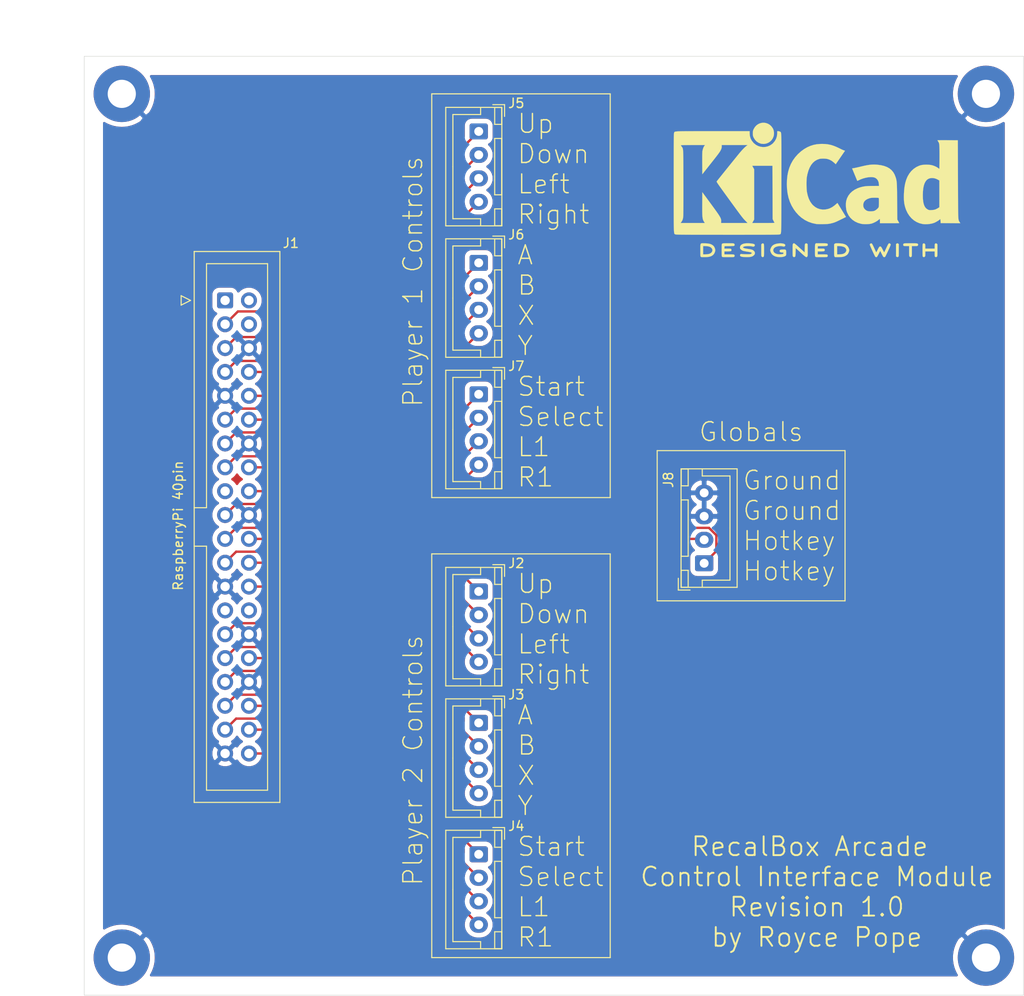
<source format=kicad_pcb>
(kicad_pcb (version 20171130) (host pcbnew "(5.1.9-0-10_14)")

  (general
    (thickness 1.6)
    (drawings 34)
    (tracks 68)
    (zones 0)
    (modules 13)
    (nets 34)
  )

  (page A4)
  (layers
    (0 F.Cu signal)
    (31 B.Cu power)
    (37 F.SilkS user)
    (38 B.Mask user)
    (39 F.Mask user)
    (41 Cmts.User user)
    (44 Edge.Cuts user)
    (45 Margin user)
    (46 B.CrtYd user hide)
    (47 F.CrtYd user)
    (49 F.Fab user hide)
  )

  (setup
    (last_trace_width 0.25)
    (trace_clearance 0.2)
    (zone_clearance 0.508)
    (zone_45_only no)
    (trace_min 0.2)
    (via_size 0.8)
    (via_drill 0.4)
    (via_min_size 0.4)
    (via_min_drill 0.3)
    (uvia_size 0.3)
    (uvia_drill 0.1)
    (uvias_allowed no)
    (uvia_min_size 0.2)
    (uvia_min_drill 0.1)
    (edge_width 0.05)
    (segment_width 0.2)
    (pcb_text_width 0.3)
    (pcb_text_size 1.5 1.5)
    (mod_edge_width 0.12)
    (mod_text_size 1 1)
    (mod_text_width 0.15)
    (pad_size 6 6)
    (pad_drill 3)
    (pad_to_mask_clearance 0)
    (aux_axis_origin 0 0)
    (grid_origin 101 48)
    (visible_elements FFFFFF7F)
    (pcbplotparams
      (layerselection 0x010e8_ffffffff)
      (usegerberextensions false)
      (usegerberattributes true)
      (usegerberadvancedattributes true)
      (creategerberjobfile true)
      (excludeedgelayer true)
      (linewidth 0.100000)
      (plotframeref false)
      (viasonmask false)
      (mode 1)
      (useauxorigin false)
      (hpglpennumber 1)
      (hpglpenspeed 20)
      (hpglpendiameter 15.000000)
      (psnegative false)
      (psa4output false)
      (plotreference true)
      (plotvalue true)
      (plotinvisibletext false)
      (padsonsilk false)
      (subtractmaskfromsilk false)
      (outputformat 5)
      (mirror false)
      (drillshape 0)
      (scaleselection 1)
      (outputdirectory "/Users/roycepope/Library/Mobile Documents/com~apple~CloudDocs/Documents/KiCad/rpi-arcade-hat/gerbers/svg"))
  )

  (net 0 "")
  (net 1 "Net-(J1-Pad40)")
  (net 2 "Net-(J1-Pad38)")
  (net 3 "Net-(J1-Pad37)")
  (net 4 "Net-(J1-Pad36)")
  (net 5 "Net-(J1-Pad35)")
  (net 6 "Net-(J1-Pad33)")
  (net 7 "Net-(J1-Pad32)")
  (net 8 "Net-(J1-Pad31)")
  (net 9 "Net-(J1-Pad29)")
  (net 10 "Net-(J1-Pad28)")
  (net 11 "Net-(J1-Pad27)")
  (net 12 "Net-(J1-Pad26)")
  (net 13 "Net-(J1-Pad24)")
  (net 14 "Net-(J1-Pad23)")
  (net 15 "Net-(J1-Pad22)")
  (net 16 "Net-(J1-Pad21)")
  (net 17 "Net-(J1-Pad19)")
  (net 18 "Net-(J1-Pad18)")
  (net 19 "Net-(J1-Pad17)")
  (net 20 "Net-(J1-Pad16)")
  (net 21 "Net-(J1-Pad15)")
  (net 22 "Net-(J1-Pad13)")
  (net 23 "Net-(J1-Pad12)")
  (net 24 "Net-(J1-Pad11)")
  (net 25 "Net-(J1-Pad10)")
  (net 26 "Net-(J1-Pad8)")
  (net 27 "Net-(J1-Pad7)")
  (net 28 "Net-(J1-Pad5)")
  (net 29 "Net-(J1-Pad4)")
  (net 30 "Net-(J1-Pad3)")
  (net 31 "Net-(J1-Pad2)")
  (net 32 "Net-(J1-Pad1)")
  (net 33 GND)

  (net_class Default "This is the default net class."
    (clearance 0.2)
    (trace_width 0.25)
    (via_dia 0.8)
    (via_drill 0.4)
    (uvia_dia 0.3)
    (uvia_drill 0.1)
    (add_net GND)
    (add_net "Net-(J1-Pad1)")
    (add_net "Net-(J1-Pad10)")
    (add_net "Net-(J1-Pad11)")
    (add_net "Net-(J1-Pad12)")
    (add_net "Net-(J1-Pad13)")
    (add_net "Net-(J1-Pad15)")
    (add_net "Net-(J1-Pad16)")
    (add_net "Net-(J1-Pad17)")
    (add_net "Net-(J1-Pad18)")
    (add_net "Net-(J1-Pad19)")
    (add_net "Net-(J1-Pad2)")
    (add_net "Net-(J1-Pad21)")
    (add_net "Net-(J1-Pad22)")
    (add_net "Net-(J1-Pad23)")
    (add_net "Net-(J1-Pad24)")
    (add_net "Net-(J1-Pad26)")
    (add_net "Net-(J1-Pad27)")
    (add_net "Net-(J1-Pad28)")
    (add_net "Net-(J1-Pad29)")
    (add_net "Net-(J1-Pad3)")
    (add_net "Net-(J1-Pad31)")
    (add_net "Net-(J1-Pad32)")
    (add_net "Net-(J1-Pad33)")
    (add_net "Net-(J1-Pad35)")
    (add_net "Net-(J1-Pad36)")
    (add_net "Net-(J1-Pad37)")
    (add_net "Net-(J1-Pad38)")
    (add_net "Net-(J1-Pad4)")
    (add_net "Net-(J1-Pad40)")
    (add_net "Net-(J1-Pad5)")
    (add_net "Net-(J1-Pad7)")
    (add_net "Net-(J1-Pad8)")
  )

  (module Symbol:KiCad-Logo2_12mm_SilkScreen (layer F.Cu) (tedit 0) (tstamp 61516105)
    (at 179 61)
    (descr "KiCad Logo")
    (tags "Logo KiCad")
    (attr virtual)
    (fp_text reference REF** (at 0 -8.89) (layer F.SilkS) hide
      (effects (font (size 1 1) (thickness 0.15)))
    )
    (fp_text value KiCad-Logo2_12mm_SilkScreen (at 1.27 10.16) (layer F.Fab) hide
      (effects (font (size 1 1) (thickness 0.15)))
    )
    (fp_poly (pts (xy -11.847446 -5.025459) (xy -11.321244 -5.025387) (xy -11.076303 -5.025377) (xy -7.155699 -5.025377)
      (xy -7.155699 -4.794266) (xy -7.131032 -4.513024) (xy -7.056584 -4.253641) (xy -6.931686 -4.014576)
      (xy -6.75567 -3.794286) (xy -6.696118 -3.73479) (xy -6.481895 -3.566029) (xy -6.24569 -3.442948)
      (xy -5.994517 -3.36549) (xy -5.735393 -3.333601) (xy -5.475333 -3.347224) (xy -5.221353 -3.406303)
      (xy -4.980469 -3.510783) (xy -4.759696 -3.660607) (xy -4.660543 -3.750999) (xy -4.475773 -3.972624)
      (xy -4.340284 -4.216339) (xy -4.255256 -4.479357) (xy -4.221872 -4.758894) (xy -4.221428 -4.786394)
      (xy -4.219678 -5.025368) (xy -4.114645 -5.025372) (xy -4.02147 -5.012727) (xy -3.936356 -4.98196)
      (xy -3.930731 -4.978781) (xy -3.911508 -4.968806) (xy -3.893855 -4.961038) (xy -3.877708 -4.953213)
      (xy -3.863005 -4.94307) (xy -3.849681 -4.928345) (xy -3.837672 -4.906775) (xy -3.826915 -4.876099)
      (xy -3.817346 -4.834053) (xy -3.808901 -4.778374) (xy -3.801516 -4.706801) (xy -3.795127 -4.61707)
      (xy -3.789671 -4.506918) (xy -3.785084 -4.374084) (xy -3.781302 -4.216304) (xy -3.77826 -4.031316)
      (xy -3.775897 -3.816856) (xy -3.774147 -3.570663) (xy -3.772947 -3.290473) (xy -3.772232 -2.974025)
      (xy -3.77194 -2.619054) (xy -3.772007 -2.2233) (xy -3.772368 -1.784498) (xy -3.77296 -1.300386)
      (xy -3.773719 -0.768702) (xy -3.774581 -0.187183) (xy -3.775482 0.446433) (xy -3.775587 0.523629)
      (xy -3.776395 1.161287) (xy -3.777081 1.746582) (xy -3.777717 2.281778) (xy -3.778376 2.769136)
      (xy -3.779131 3.210917) (xy -3.780053 3.609382) (xy -3.781216 3.966795) (xy -3.782693 4.285415)
      (xy -3.784555 4.567506) (xy -3.786876 4.815328) (xy -3.789729 5.031143) (xy -3.793185 5.217213)
      (xy -3.797318 5.3758) (xy -3.8022 5.509164) (xy -3.807904 5.619569) (xy -3.814502 5.709275)
      (xy -3.822068 5.780544) (xy -3.830673 5.835638) (xy -3.84039 5.876818) (xy -3.851293 5.906346)
      (xy -3.863453 5.926484) (xy -3.876943 5.939493) (xy -3.891837 5.947636) (xy -3.908206 5.953173)
      (xy -3.926123 5.958366) (xy -3.945661 5.965477) (xy -3.950434 5.967642) (xy -3.965434 5.972506)
      (xy -3.990541 5.976976) (xy -4.027946 5.981066) (xy -4.079842 5.984793) (xy -4.14842 5.988173)
      (xy -4.235873 5.991221) (xy -4.344394 5.993954) (xy -4.476174 5.996387) (xy -4.633406 5.998537)
      (xy -4.818281 6.000419) (xy -5.032993 6.002049) (xy -5.279734 6.003443) (xy -5.560694 6.004617)
      (xy -5.878068 6.005587) (xy -6.234047 6.006369) (xy -6.630822 6.006979) (xy -7.070588 6.007432)
      (xy -7.555535 6.007745) (xy -8.087856 6.007934) (xy -8.669743 6.008013) (xy -9.303389 6.008)
      (xy -9.508644 6.00798) (xy -10.156347 6.007876) (xy -10.751644 6.007706) (xy -11.296755 6.007453)
      (xy -11.793897 6.007098) (xy -12.24529 6.006626) (xy -12.653151 6.006018) (xy -13.0197 6.005258)
      (xy -13.347154 6.004327) (xy -13.637732 6.003209) (xy -13.893652 6.001886) (xy -14.117133 6.000341)
      (xy -14.310394 5.998557) (xy -14.475652 5.996516) (xy -14.615127 5.994201) (xy -14.731037 5.991594)
      (xy -14.8256 5.988678) (xy -14.901034 5.985436) (xy -14.959558 5.981851) (xy -15.003391 5.977905)
      (xy -15.034752 5.973581) (xy -15.055857 5.968862) (xy -15.067363 5.96454) (xy -15.087812 5.955916)
      (xy -15.106587 5.949557) (xy -15.12376 5.943203) (xy -15.139402 5.934597) (xy -15.153584 5.92148)
      (xy -15.166377 5.901594) (xy -15.177852 5.872679) (xy -15.18808 5.832479) (xy -15.197133 5.778733)
      (xy -15.20508 5.709185) (xy -15.211994 5.621574) (xy -15.217945 5.513644) (xy -15.223005 5.383135)
      (xy -15.227245 5.227789) (xy -15.230735 5.045348) (xy -15.233547 4.833553) (xy -15.234283 4.752258)
      (xy -14.505361 4.752258) (xy -11.928987 4.752258) (xy -11.978561 4.67715) (xy -12.027878 4.599968)
      (xy -12.06964 4.526469) (xy -12.104441 4.451512) (xy -12.132877 4.369953) (xy -12.15554 4.276648)
      (xy -12.173025 4.166453) (xy -12.185926 4.034225) (xy -12.194837 3.87482) (xy -12.200352 3.683095)
      (xy -12.203064 3.453907) (xy -12.203569 3.182112) (xy -12.202459 2.862566) (xy -12.20183 2.743932)
      (xy -12.194732 1.472123) (xy -11.389033 2.56901) (xy -11.160779 2.880183) (xy -10.963025 3.151143)
      (xy -10.793635 3.385478) (xy -10.650473 3.58678) (xy -10.531405 3.758637) (xy -10.434295 3.90464)
      (xy -10.357007 4.028378) (xy -10.297407 4.133441) (xy -10.253359 4.22342) (xy -10.222728 4.301903)
      (xy -10.203378 4.37248) (xy -10.193175 4.438742) (xy -10.189983 4.504277) (xy -10.191667 4.572677)
      (xy -10.192097 4.581274) (xy -10.200968 4.752372) (xy -8.789236 4.752315) (xy -7.377505 4.752258)
      (xy -7.587516 4.5405) (xy -7.644504 4.482582) (xy -7.698566 4.426225) (xy -7.752076 4.368322)
      (xy -7.807404 4.305764) (xy -7.866925 4.235443) (xy -7.933011 4.154251) (xy -8.008034 4.059081)
      (xy -8.094367 3.946823) (xy -8.194383 3.81437) (xy -8.310454 3.658614) (xy -8.444952 3.476446)
      (xy -8.600251 3.26476) (xy -8.778722 3.020446) (xy -8.98274 2.740397) (xy -9.214675 2.421504)
      (xy -9.404782 2.15992) (xy -9.643372 1.831292) (xy -9.851508 1.543957) (xy -10.031075 1.295187)
      (xy -10.183957 1.082254) (xy -10.312041 0.90243) (xy -10.417212 0.752986) (xy -10.501355 0.631196)
      (xy -10.566357 0.534331) (xy -10.614103 0.459662) (xy -10.646477 0.404463) (xy -10.665366 0.366004)
      (xy -10.672655 0.341559) (xy -10.670464 0.328706) (xy -10.643913 0.294504) (xy -10.586508 0.222108)
      (xy -10.501713 0.11582) (xy -10.392992 -0.020055) (xy -10.263808 -0.181216) (xy -10.117626 -0.363357)
      (xy -9.957909 -0.562178) (xy -9.788121 -0.773373) (xy -9.611726 -0.992641) (xy -9.432187 -1.215677)
      (xy -9.333435 -1.33828) (xy -6.881548 -1.33828) (xy -6.677742 -0.96957) (xy -6.677742 4.383548)
      (xy -6.881548 4.752258) (xy -5.676111 4.752258) (xy -5.388341 4.752174) (xy -5.150647 4.751797)
      (xy -4.958482 4.750935) (xy -4.807298 4.7494) (xy -4.692548 4.747) (xy -4.609685 4.743546)
      (xy -4.554162 4.738849) (xy -4.52143 4.732717) (xy -4.506943 4.724961) (xy -4.506153 4.715391)
      (xy -4.514513 4.703817) (xy -4.514599 4.703721) (xy -4.549036 4.653907) (xy -4.594637 4.57291)
      (xy -4.634908 4.492055) (xy -4.711291 4.328925) (xy -4.719081 1.495322) (xy -4.726871 -1.33828)
      (xy -6.881548 -1.33828) (xy -9.333435 -1.33828) (xy -9.252969 -1.438179) (xy -9.077536 -1.655843)
      (xy -8.90935 -1.864367) (xy -8.751877 -2.059446) (xy -8.608579 -2.236779) (xy -8.482921 -2.392061)
      (xy -8.378366 -2.52099) (xy -8.298379 -2.619262) (xy -8.251398 -2.676559) (xy -8.068963 -2.89082)
      (xy -7.893452 -3.08417) (xy -7.731016 -3.25028) (xy -7.587805 -3.38282) (xy -7.486171 -3.464079)
      (xy -7.365998 -3.550538) (xy -10.12984 -3.550538) (xy -10.129064 -3.388354) (xy -10.136788 -3.269117)
      (xy -10.165828 -3.158574) (xy -10.210782 -3.053784) (xy -10.240004 -2.994584) (xy -10.271423 -2.935926)
      (xy -10.307909 -2.873914) (xy -10.352331 -2.804655) (xy -10.407561 -2.724254) (xy -10.476469 -2.628819)
      (xy -10.561923 -2.514453) (xy -10.666796 -2.377265) (xy -10.793955 -2.213358) (xy -10.946273 -2.01884)
      (xy -11.126618 -1.789815) (xy -11.337862 -1.522391) (xy -11.361721 -1.492217) (xy -12.194732 -0.438805)
      (xy -12.202796 -1.605478) (xy -12.20442 -1.954931) (xy -12.204074 -2.25077) (xy -12.201742 -2.49397)
      (xy -12.197407 -2.685507) (xy -12.191051 -2.826356) (xy -12.182659 -2.917492) (xy -12.179838 -2.93478)
      (xy -12.135584 -3.116883) (xy -12.077602 -3.28105) (xy -12.011437 -3.413046) (xy -11.971687 -3.469028)
      (xy -11.903102 -3.550538) (xy -13.204453 -3.550538) (xy -13.514885 -3.550272) (xy -13.774477 -3.549409)
      (xy -13.987014 -3.547846) (xy -14.156276 -3.545483) (xy -14.286048 -3.54222) (xy -14.380111 -3.537955)
      (xy -14.442248 -3.532587) (xy -14.476241 -3.526017) (xy -14.485874 -3.518142) (xy -14.485208 -3.516398)
      (xy -14.45762 -3.474757) (xy -14.411564 -3.408752) (xy -14.387735 -3.375369) (xy -14.363099 -3.342056)
      (xy -14.340955 -3.312266) (xy -14.321164 -3.283067) (xy -14.303586 -3.251526) (xy -14.288081 -3.214714)
      (xy -14.274511 -3.169697) (xy -14.262736 -3.113545) (xy -14.252616 -3.043325) (xy -14.244013 -2.956106)
      (xy -14.236786 -2.848957) (xy -14.230796 -2.718945) (xy -14.225904 -2.563139) (xy -14.221971 -2.378607)
      (xy -14.218857 -2.162419) (xy -14.216422 -1.911641) (xy -14.214527 -1.623342) (xy -14.213033 -1.294591)
      (xy -14.211801 -0.922457) (xy -14.21069 -0.504006) (xy -14.209562 -0.036309) (xy -14.208508 0.393354)
      (xy -14.207512 0.872353) (xy -14.206994 1.329362) (xy -14.206941 1.761464) (xy -14.207338 2.165738)
      (xy -14.208172 2.539265) (xy -14.209429 2.879127) (xy -14.211094 3.182404) (xy -14.213156 3.446177)
      (xy -14.215599 3.667527) (xy -14.21841 3.843535) (xy -14.221576 3.971283) (xy -14.225082 4.047849)
      (xy -14.225745 4.055941) (xy -14.249905 4.241568) (xy -14.287624 4.390647) (xy -14.345064 4.52075)
      (xy -14.428389 4.649452) (xy -14.438811 4.663494) (xy -14.505361 4.752258) (xy -15.234283 4.752258)
      (xy -15.235752 4.590145) (xy -15.237421 4.312867) (xy -15.238625 3.999459) (xy -15.239435 3.647664)
      (xy -15.239922 3.255223) (xy -15.240156 2.819877) (xy -15.240211 2.339368) (xy -15.240156 1.811438)
      (xy -15.240062 1.233828) (xy -15.240002 0.604279) (xy -15.24 0.479301) (xy -15.239965 -0.156878)
      (xy -15.239847 -0.740675) (xy -15.239628 -1.274332) (xy -15.239292 -1.760091) (xy -15.238822 -2.200195)
      (xy -15.238198 -2.596884) (xy -15.237406 -2.952401) (xy -15.236426 -3.268988) (xy -15.235242 -3.548887)
      (xy -15.233836 -3.794339) (xy -15.23219 -4.007587) (xy -15.230288 -4.190872) (xy -15.228113 -4.346436)
      (xy -15.225645 -4.476522) (xy -15.222869 -4.583371) (xy -15.219767 -4.669225) (xy -15.216321 -4.736326)
      (xy -15.212515 -4.786916) (xy -15.20833 -4.823236) (xy -15.203749 -4.84753) (xy -15.198755 -4.862038)
      (xy -15.19857 -4.8624) (xy -15.188285 -4.884563) (xy -15.179718 -4.904628) (xy -15.170241 -4.922699)
      (xy -15.157226 -4.938879) (xy -15.138043 -4.953274) (xy -15.110065 -4.965986) (xy -15.070663 -4.97712)
      (xy -15.017208 -4.986779) (xy -14.947071 -4.995068) (xy -14.857624 -5.00209) (xy -14.746238 -5.00795)
      (xy -14.610284 -5.01275) (xy -14.447135 -5.016596) (xy -14.254161 -5.019591) (xy -14.028733 -5.021839)
      (xy -13.768224 -5.023444) (xy -13.470004 -5.024509) (xy -13.131445 -5.02514) (xy -12.749918 -5.025439)
      (xy -12.322794 -5.02551) (xy -11.847446 -5.025459)) (layer F.SilkS) (width 0.01))
    (fp_poly (pts (xy 0.875193 -3.659223) (xy 1.169706 -3.626981) (xy 1.455039 -3.569271) (xy 1.7428 -3.483083)
      (xy 2.044596 -3.365407) (xy 2.372034 -3.213233) (xy 2.431001 -3.183757) (xy 2.566324 -3.11709)
      (xy 2.693951 -3.057061) (xy 2.801287 -3.009401) (xy 2.875736 -2.979845) (xy 2.887173 -2.976124)
      (xy 2.996774 -2.943286) (xy 2.506155 -2.229547) (xy 2.386206 -2.055105) (xy 2.276539 -1.89573)
      (xy 2.180883 -1.756832) (xy 2.102969 -1.643822) (xy 2.046525 -1.56211) (xy 2.015281 -1.517109)
      (xy 2.010205 -1.509982) (xy 1.989588 -1.524883) (xy 1.938839 -1.56968) (xy 1.867034 -1.636235)
      (xy 1.827406 -1.673853) (xy 1.602882 -1.852432) (xy 1.350726 -1.988132) (xy 1.13344 -2.062463)
      (xy 1.003007 -2.085807) (xy 0.839693 -2.100033) (xy 0.662707 -2.104876) (xy 0.491256 -2.100074)
      (xy 0.344548 -2.085362) (xy 0.286007 -2.074095) (xy 0.022147 -1.983315) (xy -0.215622 -1.844704)
      (xy -0.427124 -1.658515) (xy -0.612184 -1.425001) (xy -0.770625 -1.144416) (xy -0.902271 -0.817013)
      (xy -1.006946 -0.443045) (xy -1.069155 -0.122903) (xy -1.085386 0.018426) (xy -1.096444 0.201004)
      (xy -1.102437 0.411709) (xy -1.103473 0.637422) (xy -1.099657 0.865022) (xy -1.091097 1.081389)
      (xy -1.077899 1.273402) (xy -1.06017 1.427943) (xy -1.056333 1.451786) (xy -0.971749 1.83586)
      (xy -0.856505 2.175783) (xy -0.709897 2.473078) (xy -0.531226 2.729268) (xy -0.4044 2.867775)
      (xy -0.176475 3.055828) (xy 0.073488 3.19522) (xy 0.34127 3.285195) (xy 0.622656 3.324994)
      (xy 0.913429 3.313857) (xy 1.209373 3.251026) (xy 1.38434 3.189547) (xy 1.626466 3.066436)
      (xy 1.87602 2.889837) (xy 2.015809 2.770412) (xy 2.094301 2.701291) (xy 2.15597 2.650579)
      (xy 2.191072 2.626144) (xy 2.19543 2.625398) (xy 2.211097 2.650367) (xy 2.251692 2.716348)
      (xy 2.313757 2.817685) (xy 2.393833 2.948721) (xy 2.488462 3.1038) (xy 2.594186 3.277265)
      (xy 2.653033 3.373896) (xy 3.102526 4.112201) (xy 2.541317 4.389549) (xy 2.338404 4.489172)
      (xy 2.174027 4.567729) (xy 2.038139 4.629122) (xy 1.920691 4.677253) (xy 1.811636 4.716023)
      (xy 1.700926 4.749333) (xy 1.578513 4.781086) (xy 1.461182 4.808969) (xy 1.356895 4.830546)
      (xy 1.247832 4.846851) (xy 1.123073 4.858791) (xy 0.971703 4.86727) (xy 0.782801 4.873192)
      (xy 0.655483 4.875749) (xy 0.473823 4.877494) (xy 0.299633 4.876614) (xy 0.144443 4.87336)
      (xy 0.019777 4.867984) (xy -0.062834 4.860735) (xy -0.06773 4.860012) (xy -0.496709 4.767205)
      (xy -0.899551 4.626449) (xy -1.276112 4.437839) (xy -1.626252 4.201466) (xy -1.949828 3.917424)
      (xy -2.2467 3.585805) (xy -2.461701 3.291075) (xy -2.690589 2.905298) (xy -2.875611 2.497895)
      (xy -3.017662 2.0656) (xy -3.117636 1.605146) (xy -3.176428 1.113267) (xy -3.194951 0.613799)
      (xy -3.179717 0.130634) (xy -3.131844 -0.315158) (xy -3.049811 -0.731095) (xy -2.932097 -1.124696)
      (xy -2.777181 -1.503482) (xy -2.758683 -1.542725) (xy -2.554894 -1.90956) (xy -2.304598 -2.25864)
      (xy -2.014885 -2.58274) (xy -1.692846 -2.874634) (xy -1.345574 -3.127096) (xy -1.021987 -3.312286)
      (xy -0.695096 -3.45733) (xy -0.367511 -3.562397) (xy -0.026552 -3.630347) (xy 0.340465 -3.66404)
      (xy 0.559892 -3.669008) (xy 0.875193 -3.659223)) (layer F.SilkS) (width 0.01))
    (fp_poly (pts (xy 6.300951 -1.463632) (xy 6.436272 -1.453389) (xy 6.823442 -1.401878) (xy 7.166321 -1.319717)
      (xy 7.46658 -1.205778) (xy 7.725888 -1.058928) (xy 7.945916 -0.878038) (xy 8.128334 -0.661978)
      (xy 8.274811 -0.409616) (xy 8.381771 -0.136559) (xy 8.408921 -0.049459) (xy 8.432564 0.032107)
      (xy 8.452977 0.112529) (xy 8.470439 0.196199) (xy 8.48523 0.287508) (xy 8.497627 0.390847)
      (xy 8.507911 0.510609) (xy 8.516358 0.651183) (xy 8.523248 0.816962) (xy 8.528861 1.012336)
      (xy 8.533473 1.241698) (xy 8.537365 1.509437) (xy 8.540815 1.819947) (xy 8.544102 2.177618)
      (xy 8.546451 2.458064) (xy 8.562258 4.383548) (xy 8.664677 4.568843) (xy 8.713175 4.658111)
      (xy 8.749266 4.727448) (xy 8.766483 4.764354) (xy 8.767096 4.766854) (xy 8.74078 4.769715)
      (xy 8.665811 4.772351) (xy 8.548161 4.774689) (xy 8.3938 4.776653) (xy 8.2087 4.77817)
      (xy 7.998832 4.779165) (xy 7.770167 4.779565) (xy 7.742903 4.77957) (xy 6.718709 4.77957)
      (xy 6.718709 4.547419) (xy 6.716963 4.442507) (xy 6.712302 4.362271) (xy 6.705596 4.319251)
      (xy 6.702632 4.315269) (xy 6.675523 4.33195) (xy 6.619731 4.375731) (xy 6.547215 4.437216)
      (xy 6.545589 4.438638) (xy 6.413257 4.53716) (xy 6.246133 4.636089) (xy 6.0631 4.725706)
      (xy 5.883043 4.796293) (xy 5.803763 4.820414) (xy 5.645991 4.851051) (xy 5.452397 4.870602)
      (xy 5.240704 4.878787) (xy 5.028632 4.875327) (xy 4.833904 4.859945) (xy 4.697634 4.837811)
      (xy 4.363454 4.739676) (xy 4.062603 4.599819) (xy 3.797039 4.419974) (xy 3.568721 4.201876)
      (xy 3.379606 3.947261) (xy 3.231653 3.657864) (xy 3.167825 3.482258) (xy 3.127823 3.311576)
      (xy 3.101313 3.106678) (xy 3.089047 2.886464) (xy 3.08945 2.85442) (xy 4.936612 2.85442)
      (xy 4.95193 3.018053) (xy 5.002935 3.154042) (xy 5.097204 3.280208) (xy 5.133411 3.317203)
      (xy 5.26212 3.417221) (xy 5.410885 3.481294) (xy 5.589113 3.512309) (xy 5.776798 3.514593)
      (xy 5.954814 3.499514) (xy 6.091112 3.470021) (xy 6.150306 3.447869) (xy 6.256995 3.387496)
      (xy 6.370037 3.302589) (xy 6.473175 3.207295) (xy 6.550151 3.11576) (xy 6.570591 3.082181)
      (xy 6.586481 3.035157) (xy 6.597778 2.960333) (xy 6.605009 2.85056) (xy 6.6087 2.698692)
      (xy 6.609462 2.554155) (xy 6.608946 2.385644) (xy 6.60686 2.263799) (xy 6.602402 2.180666)
      (xy 6.594765 2.128292) (xy 6.583146 2.098726) (xy 6.56674 2.084013) (xy 6.561666 2.08167)
      (xy 6.51757 2.074453) (xy 6.4306 2.06855) (xy 6.3125 2.064493) (xy 6.175014 2.062815)
      (xy 6.145161 2.062813) (xy 5.961386 2.065746) (xy 5.819407 2.074469) (xy 5.706591 2.090177)
      (xy 5.613402 2.113118) (xy 5.382246 2.200535) (xy 5.200973 2.30801) (xy 5.068014 2.437262)
      (xy 4.981801 2.59001) (xy 4.940762 2.767972) (xy 4.936612 2.85442) (xy 3.08945 2.85442)
      (xy 3.091776 2.669834) (xy 3.110252 2.475689) (xy 3.124664 2.397252) (xy 3.21669 2.106017)
      (xy 3.356623 1.838054) (xy 3.541823 1.595932) (xy 3.769648 1.382221) (xy 4.037457 1.199492)
      (xy 4.342607 1.050314) (xy 4.602043 0.959727) (xy 4.775434 0.912136) (xy 4.941282 0.875155)
      (xy 5.110329 0.847585) (xy 5.293317 0.828224) (xy 5.500989 0.815871) (xy 5.744087 0.809326)
      (xy 5.963872 0.807483) (xy 6.615594 0.805699) (xy 6.603109 0.609798) (xy 6.567657 0.397243)
      (xy 6.492241 0.214543) (xy 6.380073 0.066262) (xy 6.234364 -0.04304) (xy 6.106064 -0.096376)
      (xy 5.922235 -0.12999) (xy 5.703394 -0.134817) (xy 5.4598 -0.112637) (xy 5.20171 -0.065228)
      (xy 4.939385 0.005629) (xy 4.683082 0.098155) (xy 4.496824 0.182778) (xy 4.407211 0.226231)
      (xy 4.338858 0.25658) (xy 4.304097 0.268423) (xy 4.302211 0.268043) (xy 4.290215 0.241518)
      (xy 4.260262 0.17121) (xy 4.21517 0.063855) (xy 4.157757 -0.07381) (xy 4.090842 -0.235051)
      (xy 4.022824 -0.399605) (xy 3.750897 -1.058672) (xy 3.944319 -1.090441) (xy 4.028154 -1.106381)
      (xy 4.154183 -1.133153) (xy 4.311608 -1.168327) (xy 4.489633 -1.209472) (xy 4.677463 -1.254158)
      (xy 4.752258 -1.272317) (xy 5.075838 -1.347369) (xy 5.359132 -1.403638) (xy 5.612715 -1.442262)
      (xy 5.847162 -1.464377) (xy 6.073049 -1.471122) (xy 6.300951 -1.463632)) (layer F.SilkS) (width 0.01))
    (fp_poly (pts (xy 13.610967 -4.064382) (xy 13.843254 -4.063429) (xy 13.922204 -4.062948) (xy 15.007849 -4.055807)
      (xy 15.021505 0.109247) (xy 15.023308 0.674041) (xy 15.024908 1.186864) (xy 15.026406 1.650371)
      (xy 15.027906 2.067214) (xy 15.029509 2.440045) (xy 15.03132 2.771519) (xy 15.03344 3.064286)
      (xy 15.035972 3.321002) (xy 15.03902 3.544318) (xy 15.042685 3.736887) (xy 15.047071 3.901363)
      (xy 15.05228 4.040398) (xy 15.058416 4.156644) (xy 15.06558 4.252756) (xy 15.073875 4.331386)
      (xy 15.083405 4.395187) (xy 15.094272 4.446811) (xy 15.106579 4.488912) (xy 15.120428 4.524143)
      (xy 15.135923 4.555156) (xy 15.153165 4.584604) (xy 15.172258 4.615141) (xy 15.193305 4.649418)
      (xy 15.197619 4.65672) (xy 15.269996 4.780221) (xy 14.223976 4.773068) (xy 13.177956 4.765914)
      (xy 13.164301 4.536142) (xy 13.156865 4.425873) (xy 13.149117 4.362122) (xy 13.138603 4.336827)
      (xy 13.122872 4.341922) (xy 13.109677 4.356498) (xy 13.052197 4.409591) (xy 12.958513 4.477837)
      (xy 12.841825 4.55308) (xy 12.715331 4.627167) (xy 12.592231 4.691943) (xy 12.497713 4.734561)
      (xy 12.276274 4.804595) (xy 12.022207 4.854204) (xy 11.754266 4.881494) (xy 11.491211 4.884569)
      (xy 11.251795 4.861532) (xy 11.247853 4.860873) (xy 10.920253 4.778669) (xy 10.613587 4.6477)
      (xy 10.330814 4.47078) (xy 10.074892 4.250726) (xy 9.848778 3.990351) (xy 9.65543 3.692472)
      (xy 9.497806 3.359904) (xy 9.411984 3.113548) (xy 9.355389 2.907445) (xy 9.313418 2.707867)
      (xy 9.284789 2.50269) (xy 9.268218 2.279791) (xy 9.262423 2.027045) (xy 9.264989 1.820662)
      (xy 11.280325 1.820662) (xy 11.289862 2.166732) (xy 11.319946 2.464467) (xy 11.371503 2.71651)
      (xy 11.445458 2.925502) (xy 11.542738 3.094086) (xy 11.664266 3.224906) (xy 11.804546 3.317385)
      (xy 11.87754 3.351909) (xy 11.940847 3.372607) (xy 12.011427 3.382077) (xy 12.106242 3.382915)
      (xy 12.208387 3.379228) (xy 12.409261 3.36151) (xy 12.568134 3.326813) (xy 12.618064 3.309433)
      (xy 12.732075 3.258102) (xy 12.852323 3.193643) (xy 12.904838 3.161376) (xy 13.041397 3.071805)
      (xy 13.041397 0.232706) (xy 12.891182 0.142665) (xy 12.681692 0.040923) (xy 12.467658 -0.019249)
      (xy 12.256909 -0.038204) (xy 12.057273 -0.016299) (xy 11.876577 0.046113) (xy 11.722649 0.148676)
      (xy 11.672981 0.197906) (xy 11.553262 0.359211) (xy 11.456364 0.554471) (xy 11.381477 0.787031)
      (xy 11.327793 1.060239) (xy 11.2945 1.377441) (xy 11.280789 1.741984) (xy 11.280325 1.820662)
      (xy 9.264989 1.820662) (xy 9.266058 1.734756) (xy 9.289082 1.285158) (xy 9.335378 0.879628)
      (xy 9.406164 0.512257) (xy 9.502661 0.177137) (xy 9.626087 -0.131637) (xy 9.670131 -0.223178)
      (xy 9.84754 -0.521704) (xy 10.06193 -0.786993) (xy 10.308259 -1.014763) (xy 10.581487 -1.200732)
      (xy 10.876574 -1.340618) (xy 11.053459 -1.398322) (xy 11.227178 -1.432578) (xy 11.436205 -1.452959)
      (xy 11.663014 -1.459475) (xy 11.890084 -1.452134) (xy 12.099892 -1.430945) (xy 12.268352 -1.397705)
      (xy 12.468857 -1.332518) (xy 12.663195 -1.248693) (xy 12.833224 -1.15472) (xy 12.923721 -1.090942)
      (xy 12.986144 -1.043516) (xy 13.029853 -1.014639) (xy 13.039796 -1.010538) (xy 13.042879 -1.036959)
      (xy 13.045753 -1.112661) (xy 13.048355 -1.232302) (xy 13.050621 -1.390538) (xy 13.052488 -1.582027)
      (xy 13.053891 -1.801426) (xy 13.054767 -2.043393) (xy 13.055053 -2.289853) (xy 13.054894 -2.605524)
      (xy 13.054108 -2.871663) (xy 13.052238 -3.093359) (xy 13.048825 -3.275704) (xy 13.043409 -3.423788)
      (xy 13.035531 -3.542701) (xy 13.024733 -3.637535) (xy 13.010555 -3.71338) (xy 12.992539 -3.775326)
      (xy 12.970225 -3.828464) (xy 12.943154 -3.877885) (xy 12.910867 -3.928679) (xy 12.906713 -3.934969)
      (xy 12.865071 -4.000755) (xy 12.839929 -4.045992) (xy 12.836559 -4.055534) (xy 12.862903 -4.058545)
      (xy 12.938069 -4.060994) (xy 13.056257 -4.062842) (xy 13.211669 -4.064049) (xy 13.398506 -4.064576)
      (xy 13.610967 -4.064382)) (layer F.SilkS) (width 0.01))
    (fp_poly (pts (xy -5.422844 -5.895156) (xy -5.217742 -5.824043) (xy -5.026785 -5.712111) (xy -4.856243 -5.559375)
      (xy -4.712387 -5.365849) (xy -4.647768 -5.243871) (xy -4.591842 -5.073257) (xy -4.564735 -4.876289)
      (xy -4.567738 -4.673795) (xy -4.601067 -4.490301) (xy -4.692162 -4.266076) (xy -4.824258 -4.071578)
      (xy -4.990642 -3.910633) (xy -5.184598 -3.787067) (xy -5.399414 -3.704708) (xy -5.628375 -3.667383)
      (xy -5.864767 -3.678918) (xy -5.981291 -3.70357) (xy -6.208385 -3.791909) (xy -6.410081 -3.92671)
      (xy -6.581515 -4.103817) (xy -6.71782 -4.319073) (xy -6.729352 -4.342581) (xy -6.769217 -4.430795)
      (xy -6.794249 -4.50509) (xy -6.807839 -4.583465) (xy -6.813382 -4.68392) (xy -6.814302 -4.793226)
      (xy -6.81278 -4.924552) (xy -6.805914 -5.019491) (xy -6.79025 -5.096247) (xy -6.762333 -5.173026)
      (xy -6.727873 -5.248777) (xy -6.599338 -5.46381) (xy -6.441052 -5.63792) (xy -6.259287 -5.771124)
      (xy -6.060313 -5.863434) (xy -5.8504 -5.914866) (xy -5.635821 -5.925435) (xy -5.422844 -5.895156)) (layer F.SilkS) (width 0.01))
    (fp_poly (pts (xy -12.092377 6.917114) (xy -12.01306 6.91792) (xy -11.780649 6.923528) (xy -11.586006 6.940185)
      (xy -11.422496 6.96968) (xy -11.283486 7.013797) (xy -11.162341 7.074325) (xy -11.052429 7.15305)
      (xy -11.013171 7.187248) (xy -10.948049 7.267265) (xy -10.889328 7.375846) (xy -10.844069 7.496203)
      (xy -10.819335 7.611547) (xy -10.816765 7.654169) (xy -10.83287 7.772322) (xy -10.876027 7.901382)
      (xy -10.938504 8.023542) (xy -11.012567 8.120992) (xy -11.024597 8.13275) (xy -11.126499 8.215394)
      (xy -11.238088 8.279909) (xy -11.365798 8.327983) (xy -11.516062 8.361307) (xy -11.695314 8.381572)
      (xy -11.909987 8.390469) (xy -12.008317 8.391223) (xy -12.13334 8.390621) (xy -12.221262 8.388104)
      (xy -12.280333 8.382604) (xy -12.3188 8.373055) (xy -12.344912 8.358389) (xy -12.358908 8.345866)
      (xy -12.372129 8.330652) (xy -12.3825 8.311025) (xy -12.390365 8.281728) (xy -12.396071 8.237503)
      (xy -12.399961 8.173092) (xy -12.40238 8.083237) (xy -12.403674 7.962682) (xy -12.404186 7.806167)
      (xy -12.404265 7.654169) (xy -12.404765 7.45144) (xy -12.404657 7.289491) (xy -12.402728 7.211937)
      (xy -12.109444 7.211937) (xy -12.109444 8.096402) (xy -11.922346 8.09623) (xy -11.809764 8.093001)
      (xy -11.691852 8.084683) (xy -11.593473 8.073048) (xy -11.59048 8.072569) (xy -11.43148 8.034127)
      (xy -11.308154 7.974256) (xy -11.214343 7.889058) (xy -11.154737 7.796814) (xy -11.11801 7.694489)
      (xy -11.120858 7.598409) (xy -11.163482 7.495419) (xy -11.246854 7.388876) (xy -11.362386 7.309927)
      (xy -11.512557 7.257156) (xy -11.612919 7.238481) (xy -11.726843 7.225366) (xy -11.847585 7.215873)
      (xy -11.950281 7.211927) (xy -11.956364 7.211908) (xy -12.109444 7.211937) (xy -12.402728 7.211937)
      (xy -12.401529 7.163782) (xy -12.392966 7.069771) (xy -12.376558 7.00292) (xy -12.34989 6.958686)
      (xy -12.310551 6.932529) (xy -12.256128 6.919909) (xy -12.184207 6.916284) (xy -12.092377 6.917114)) (layer F.SilkS) (width 0.01))
    (fp_poly (pts (xy -9.262646 6.917275) (xy -9.12321 6.918023) (xy -9.017963 6.919763) (xy -8.941324 6.9229)
      (xy -8.88771 6.927836) (xy -8.851537 6.934976) (xy -8.827221 6.944724) (xy -8.809181 6.957484)
      (xy -8.802649 6.963356) (xy -8.762922 7.02575) (xy -8.755769 7.097441) (xy -8.781903 7.161087)
      (xy -8.793987 7.17395) (xy -8.813532 7.186421) (xy -8.845003 7.196043) (xy -8.894236 7.203282)
      (xy -8.967066 7.208606) (xy -9.069329 7.212485) (xy -9.206862 7.215387) (xy -9.332603 7.217152)
      (xy -9.830248 7.223277) (xy -9.837049 7.353678) (xy -9.84385 7.48408) (xy -9.506055 7.48408)
      (xy -9.359406 7.485345) (xy -9.252044 7.490637) (xy -9.177937 7.502201) (xy -9.131049 7.522281)
      (xy -9.105347 7.553121) (xy -9.094796 7.596967) (xy -9.093194 7.63766) (xy -9.098173 7.687591)
      (xy -9.116964 7.724383) (xy -9.155347 7.749958) (xy -9.2191 7.766239) (xy -9.314004 7.775149)
      (xy -9.445838 7.77861) (xy -9.517794 7.778902) (xy -9.841587 7.778902) (xy -9.841587 8.096402)
      (xy -9.342658 8.096402) (xy -9.179113 8.096629) (xy -9.054817 8.097652) (xy -8.963666 8.099979)
      (xy -8.899552 8.104118) (xy -8.85637 8.11058) (xy -8.828013 8.119871) (xy -8.808375 8.132502)
      (xy -8.798373 8.141759) (xy -8.764062 8.195786) (xy -8.753015 8.243812) (xy -8.768789 8.302474)
      (xy -8.798373 8.345866) (xy -8.814156 8.359526) (xy -8.834531 8.370133) (xy -8.864978 8.378071)
      (xy -8.910977 8.383726) (xy -8.97801 8.387482) (xy -9.071558 8.389723) (xy -9.1971 8.390834)
      (xy -9.360118 8.391199) (xy -9.444712 8.391223) (xy -9.625868 8.391063) (xy -9.767148 8.390325)
      (xy -9.874032 8.388627) (xy -9.952002 8.385582) (xy -10.006539 8.380806) (xy -10.043122 8.373915)
      (xy -10.067233 8.364524) (xy -10.084353 8.352248) (xy -10.091051 8.345866) (xy -10.104308 8.330605)
      (xy -10.114699 8.310916) (xy -10.122571 8.281524) (xy -10.128273 8.237153) (xy -10.132152 8.172526)
      (xy -10.134557 8.082367) (xy -10.135836 7.961401) (xy -10.136335 7.804351) (xy -10.136408 7.658123)
      (xy -10.136341 7.470857) (xy -10.13587 7.323651) (xy -10.134593 7.211205) (xy -10.132109 7.128222)
      (xy -10.128016 7.069403) (xy -10.121911 7.02945) (xy -10.113392 7.003064) (xy -10.102058 6.984948)
      (xy -10.087505 6.969803) (xy -10.08392 6.966426) (xy -10.066521 6.951478) (xy -10.046305 6.939903)
      (xy -10.017664 6.931268) (xy -9.974989 6.925145) (xy -9.912675 6.921102) (xy -9.825112 6.918709)
      (xy -9.706693 6.917534) (xy -9.551811 6.917148) (xy -9.441857 6.917116) (xy -9.262646 6.917275)) (layer F.SilkS) (width 0.01))
    (fp_poly (pts (xy -7.211346 6.919696) (xy -7.061048 6.930203) (xy -6.921263 6.946614) (xy -6.800117 6.96831)
      (xy -6.705734 6.994673) (xy -6.646241 7.025087) (xy -6.637109 7.03404) (xy -6.605355 7.103511)
      (xy -6.614984 7.174831) (xy -6.664237 7.23585) (xy -6.666587 7.237598) (xy -6.695557 7.256399)
      (xy -6.725799 7.266285) (xy -6.767981 7.267486) (xy -6.832772 7.26023) (xy -6.930841 7.244747)
      (xy -6.93873 7.243444) (xy -7.084857 7.225492) (xy -7.242514 7.216636) (xy -7.400636 7.21655)
      (xy -7.54816 7.224908) (xy -7.67402 7.241382) (xy -7.767152 7.265646) (xy -7.773271 7.268085)
      (xy -7.840835 7.30594) (xy -7.864573 7.34425) (xy -7.84599 7.381927) (xy -7.786591 7.417883)
      (xy -7.687881 7.451029) (xy -7.551365 7.480277) (xy -7.460337 7.494359) (xy -7.271118 7.521446)
      (xy -7.120625 7.546207) (xy -7.002446 7.570786) (xy -6.910171 7.597328) (xy -6.83739 7.627976)
      (xy -6.77769 7.664875) (xy -6.724662 7.710168) (xy -6.682049 7.754646) (xy -6.631494 7.816618)
      (xy -6.606615 7.869907) (xy -6.598834 7.935562) (xy -6.598551 7.959606) (xy -6.604395 8.039394)
      (xy -6.627751 8.098753) (xy -6.668173 8.151439) (xy -6.750324 8.231977) (xy -6.841932 8.293397)
      (xy -6.949804 8.337702) (xy -7.080745 8.366895) (xy -7.241564 8.382979) (xy -7.439066 8.387956)
      (xy -7.471676 8.387872) (xy -7.603381 8.385142) (xy -7.733995 8.378939) (xy -7.849281 8.370153)
      (xy -7.935 8.359673) (xy -7.941933 8.35847) (xy -8.027159 8.338281) (xy -8.099447 8.312778)
      (xy -8.14037 8.289462) (xy -8.178454 8.227952) (xy -8.181105 8.156325) (xy -8.148275 8.092494)
      (xy -8.14093 8.085276) (xy -8.110568 8.06383) (xy -8.072598 8.05459) (xy -8.013832 8.056163)
      (xy -7.942492 8.064336) (xy -7.862777 8.071637) (xy -7.751029 8.077797) (xy -7.620572 8.082267)
      (xy -7.484726 8.084499) (xy -7.448998 8.084646) (xy -7.312646 8.084096) (xy -7.212856 8.081449)
      (xy -7.140848 8.075786) (xy -7.08784 8.066189) (xy -7.045053 8.05174) (xy -7.01934 8.039705)
      (xy -6.962837 8.006288) (xy -6.926813 7.976024) (xy -6.921548 7.967445) (xy -6.932655 7.932019)
      (xy -6.985457 7.897724) (xy -7.076296 7.866117) (xy -7.201512 7.838754) (xy -7.238404 7.832659)
      (xy -7.431098 7.802393) (xy -7.584884 7.777096) (xy -7.705697 7.754929) (xy -7.799475 7.734053)
      (xy -7.872151 7.71263) (xy -7.929663 7.688822) (xy -7.977945 7.660791) (xy -8.022933 7.626698)
      (xy -8.070563 7.584705) (xy -8.086591 7.569982) (xy -8.142786 7.515037) (xy -8.172532 7.471504)
      (xy -8.184169 7.421688) (xy -8.186051 7.358912) (xy -8.165331 7.235808) (xy -8.103409 7.131214)
      (xy -8.000639 7.045468) (xy -7.857378 6.978907) (xy -7.755158 6.949052) (xy -7.644063 6.92977)
      (xy -7.510979 6.918862) (xy -7.364032 6.91571) (xy -7.211346 6.919696)) (layer F.SilkS) (width 0.01))
    (fp_poly (pts (xy -5.66873 6.962473) (xy -5.655509 6.977687) (xy -5.645139 6.997314) (xy -5.637273 7.026611)
      (xy -5.631567 7.070836) (xy -5.627677 7.135247) (xy -5.625258 7.225101) (xy -5.623964 7.345657)
      (xy -5.623452 7.502171) (xy -5.623373 7.654169) (xy -5.623513 7.842701) (xy -5.624162 7.991133)
      (xy -5.625666 8.104724) (xy -5.628369 8.188732) (xy -5.632616 8.248413) (xy -5.638752 8.289025)
      (xy -5.647121 8.315827) (xy -5.658069 8.334076) (xy -5.66873 8.345866) (xy -5.735031 8.385403)
      (xy -5.805676 8.381854) (xy -5.868884 8.338734) (xy -5.883407 8.3219) (xy -5.894757 8.302367)
      (xy -5.903325 8.274738) (xy -5.909502 8.233612) (xy -5.913678 8.173591) (xy -5.916245 8.089274)
      (xy -5.917592 7.975263) (xy -5.918112 7.826157) (xy -5.918194 7.657346) (xy -5.918194 7.028447)
      (xy -5.862528 6.972781) (xy -5.793914 6.925948) (xy -5.727357 6.924261) (xy -5.66873 6.962473)) (layer F.SilkS) (width 0.01))
    (fp_poly (pts (xy -3.712553 6.928229) (xy -3.574908 6.951325) (xy -3.469194 6.987228) (xy -3.40042 7.034501)
      (xy -3.381679 7.061471) (xy -3.362621 7.124198) (xy -3.375446 7.180945) (xy -3.415933 7.234758)
      (xy -3.478842 7.259933) (xy -3.570123 7.257888) (xy -3.640724 7.244249) (xy -3.797606 7.218263)
      (xy -3.957934 7.215793) (xy -4.137389 7.236886) (xy -4.186958 7.245823) (xy -4.353823 7.292869)
      (xy -4.484366 7.362852) (xy -4.577156 7.454579) (xy -4.630761 7.566857) (xy -4.641848 7.624905)
      (xy -4.634591 7.742676) (xy -4.587739 7.846873) (xy -4.505562 7.935465) (xy -4.392329 8.006421)
      (xy -4.252309 8.05771) (xy -4.089771 8.087302) (xy -3.908985 8.093166) (xy -3.714218 8.073271)
      (xy -3.703221 8.071395) (xy -3.625754 8.056966) (xy -3.582802 8.043029) (xy -3.564185 8.022349)
      (xy -3.559724 7.987693) (xy -3.559623 7.969341) (xy -3.559623 7.892294) (xy -3.697185 7.892294)
      (xy -3.818662 7.883973) (xy -3.901561 7.857455) (xy -3.949794 7.810412) (xy -3.967276 7.740513)
      (xy -3.96749 7.73139) (xy -3.957261 7.671645) (xy -3.922188 7.628984) (xy -3.85691 7.600752)
      (xy -3.75607 7.584294) (xy -3.658395 7.578243) (xy -3.516431 7.574771) (xy -3.413457 7.580069)
      (xy -3.343227 7.599616) (xy -3.299494 7.638896) (xy -3.27601 7.703389) (xy -3.266529 7.798577)
      (xy -3.264801 7.923598) (xy -3.267632 8.063146) (xy -3.276147 8.15807) (xy -3.290386 8.208747)
      (xy -3.293149 8.212716) (xy -3.37133 8.276039) (xy -3.485955 8.326185) (xy -3.62976 8.362085)
      (xy -3.795476 8.382667) (xy -3.975838 8.38686) (xy -4.163578 8.373592) (xy -4.273998 8.357295)
      (xy -4.447188 8.308274) (xy -4.608154 8.228133) (xy -4.742924 8.124121) (xy -4.763408 8.103332)
      (xy -4.829961 8.015936) (xy -4.890011 7.907621) (xy -4.936544 7.794063) (xy -4.962543 7.69094)
      (xy -4.965676 7.651334) (xy -4.952336 7.568717) (xy -4.91688 7.465926) (xy -4.866111 7.357729)
      (xy -4.806832 7.258892) (xy -4.754459 7.192875) (xy -4.632006 7.094675) (xy -4.473712 7.016515)
      (xy -4.285249 6.960162) (xy -4.07229 6.927386) (xy -3.877123 6.919377) (xy -3.712553 6.928229)) (layer F.SilkS) (width 0.01))
    (fp_poly (pts (xy -2.406815 6.925918) (xy -2.359473 6.95369) (xy -2.297572 6.999108) (xy -2.217903 7.064312)
      (xy -2.11726 7.15144) (xy -1.992432 7.262633) (xy -1.840212 7.40003) (xy -1.665962 7.557999)
      (xy -1.303105 7.88705) (xy -1.291765 7.445388) (xy -1.287671 7.293357) (xy -1.283722 7.18014)
      (xy -1.279042 7.099203) (xy -1.272759 7.044016) (xy -1.263998 7.008045) (xy -1.251886 6.984758)
      (xy -1.235549 6.967622) (xy -1.226887 6.960421) (xy -1.157517 6.922346) (xy -1.091507 6.927913)
      (xy -1.039144 6.96044) (xy -0.985605 7.003765) (xy -0.978946 7.636482) (xy -0.977103 7.822564)
      (xy -0.976165 7.968744) (xy -0.976457 8.080474) (xy -0.978303 8.163205) (xy -0.98203 8.222389)
      (xy -0.98796 8.263476) (xy -0.99642 8.291919) (xy -1.007733 8.313168) (xy -1.02028 8.330211)
      (xy -1.047424 8.361818) (xy -1.074433 8.382769) (xy -1.10505 8.390811) (xy -1.143023 8.383688)
      (xy -1.192098 8.359149) (xy -1.25602 8.314937) (xy -1.338535 8.248799) (xy -1.44339 8.158482)
      (xy -1.574331 8.041731) (xy -1.722658 7.907582) (xy -2.255605 7.424152) (xy -2.266944 7.86437)
      (xy -2.271045 8.016124) (xy -2.275005 8.129077) (xy -2.279701 8.209775) (xy -2.286013 8.264764)
      (xy -2.294817 8.300588) (xy -2.306992 8.323793) (xy -2.323417 8.340924) (xy -2.331823 8.347906)
      (xy -2.406114 8.386257) (xy -2.476312 8.380472) (xy -2.537441 8.331468) (xy -2.551425 8.311753)
      (xy -2.562324 8.288729) (xy -2.570521 8.256872) (xy -2.5764 8.210658) (xy -2.580344 8.144563)
      (xy -2.582736 8.053062) (xy -2.583959 7.930634) (xy -2.584398 7.771752) (xy -2.584444 7.654169)
      (xy -2.584297 7.470256) (xy -2.583599 7.326175) (xy -2.581967 7.216403) (xy -2.579019 7.135416)
      (xy -2.574369 7.077691) (xy -2.567637 7.037704) (xy -2.558437 7.00993) (xy -2.546386 6.988846)
      (xy -2.537441 6.976871) (xy -2.514766 6.948503) (xy -2.493575 6.927085) (xy -2.470658 6.914755)
      (xy -2.442808 6.913653) (xy -2.406815 6.925918)) (layer F.SilkS) (width 0.01))
    (fp_poly (pts (xy 0.667763 6.917503) (xy 0.821162 6.91934) (xy 0.938715 6.923634) (xy 1.025176 6.931395)
      (xy 1.0853 6.943633) (xy 1.12384 6.961358) (xy 1.145552 6.985579) (xy 1.15519 7.017305)
      (xy 1.157508 7.057546) (xy 1.15752 7.062298) (xy 1.155508 7.107814) (xy 1.145995 7.142992)
      (xy 1.123771 7.169251) (xy 1.083622 7.188012) (xy 1.020336 7.200696) (xy 0.928702 7.208722)
      (xy 0.803507 7.213512) (xy 0.639539 7.216484) (xy 0.589283 7.217143) (xy 0.102967 7.223277)
      (xy 0.096165 7.353678) (xy 0.089364 7.48408) (xy 0.427159 7.48408) (xy 0.559127 7.484567)
      (xy 0.653357 7.486626) (xy 0.717465 7.491155) (xy 0.759064 7.499053) (xy 0.78577 7.511218)
      (xy 0.805198 7.528548) (xy 0.805322 7.528686) (xy 0.840557 7.596224) (xy 0.839283 7.669221)
      (xy 0.802304 7.731448) (xy 0.794985 7.737844) (xy 0.76901 7.754328) (xy 0.733417 7.765796)
      (xy 0.680273 7.773111) (xy 0.601648 7.777138) (xy 0.48961 7.77874) (xy 0.417954 7.778902)
      (xy 0.091627 7.778902) (xy 0.091627 8.096402) (xy 0.587041 8.096402) (xy 0.750606 8.096688)
      (xy 0.874817 8.097857) (xy 0.965675 8.100377) (xy 1.02918 8.104715) (xy 1.071333 8.111337)
      (xy 1.098136 8.12071) (xy 1.115589 8.133302) (xy 1.119987 8.137875) (xy 1.15246 8.201249)
      (xy 1.154836 8.273347) (xy 1.128195 8.335858) (xy 1.107117 8.355919) (xy 1.08519 8.366963)
      (xy 1.051215 8.375508) (xy 0.999818 8.381852) (xy 0.925625 8.386295) (xy 0.823261 8.389136)
      (xy 0.687353 8.390675) (xy 0.512525 8.39121) (xy 0.473 8.391223) (xy 0.295244 8.391107)
      (xy 0.157262 8.390465) (xy 0.053476 8.388857) (xy -0.021697 8.385844) (xy -0.073839 8.380986)
      (xy -0.108529 8.373844) (xy -0.13135 8.363977) (xy -0.147883 8.350946) (xy -0.156953 8.341589)
      (xy -0.170606 8.325017) (xy -0.181272 8.304487) (xy -0.18932 8.274616) (xy -0.195116 8.230021)
      (xy -0.199027 8.165317) (xy -0.201423 8.07512) (xy -0.20267 7.954047) (xy -0.203136 7.796713)
      (xy -0.203194 7.664291) (xy -0.203051 7.478735) (xy -0.202374 7.333065) (xy -0.200788 7.221811)
      (xy -0.197919 7.139501) (xy -0.193393 7.080666) (xy -0.186836 7.039834) (xy -0.177874 7.011535)
      (xy -0.166133 6.990298) (xy -0.156191 6.976871) (xy -0.109188 6.917116) (xy 0.473763 6.917116)
      (xy 0.667763 6.917503)) (layer F.SilkS) (width 0.01))
    (fp_poly (pts (xy 2.25073 6.917534) (xy 2.509841 6.926295) (xy 2.730226 6.952863) (xy 2.915519 6.998828)
      (xy 3.069355 7.065783) (xy 3.195366 7.155316) (xy 3.297187 7.269019) (xy 3.378451 7.408482)
      (xy 3.38005 7.411883) (xy 3.428549 7.536702) (xy 3.445829 7.647246) (xy 3.431825 7.758497)
      (xy 3.386468 7.885433) (xy 3.377866 7.904749) (xy 3.319206 8.017806) (xy 3.25328 8.105165)
      (xy 3.168194 8.179427) (xy 3.052054 8.253191) (xy 3.045307 8.257042) (xy 2.944204 8.305608)
      (xy 2.829929 8.341879) (xy 2.695141 8.367106) (xy 2.532495 8.382539) (xy 2.334649 8.389431)
      (xy 2.264747 8.39003) (xy 1.931884 8.391223) (xy 1.884881 8.331468) (xy 1.870938 8.311819)
      (xy 1.860061 8.288873) (xy 1.851871 8.257129) (xy 1.845987 8.211082) (xy 1.842031 8.145233)
      (xy 1.840741 8.096402) (xy 2.155377 8.096402) (xy 2.34398 8.096402) (xy 2.454345 8.093174)
      (xy 2.567641 8.084681) (xy 2.660625 8.072703) (xy 2.666238 8.071694) (xy 2.83139 8.027388)
      (xy 2.95949 7.960822) (xy 3.05459 7.868907) (xy 3.120743 7.748555) (xy 3.132247 7.716658)
      (xy 3.143522 7.66698) (xy 3.13864 7.6179) (xy 3.114887 7.552607) (xy 3.100569 7.520532)
      (xy 3.053682 7.435297) (xy 2.997191 7.375499) (xy 2.935035 7.333857) (xy 2.810532 7.279668)
      (xy 2.651194 7.240415) (xy 2.465573 7.217812) (xy 2.331136 7.212837) (xy 2.155377 7.211937)
      (xy 2.155377 8.096402) (xy 1.840741 8.096402) (xy 1.839622 8.054078) (xy 1.838381 7.932115)
      (xy 1.837928 7.773841) (xy 1.837877 7.65008) (xy 1.837877 7.028447) (xy 1.893543 6.972781)
      (xy 1.918248 6.950218) (xy 1.944961 6.934766) (xy 1.982264 6.925098) (xy 2.038743 6.919887)
      (xy 2.122978 6.917805) (xy 2.243555 6.917524) (xy 2.25073 6.917534)) (layer F.SilkS) (width 0.01))
    (fp_poly (pts (xy 7.727785 6.921068) (xy 7.767139 6.935132) (xy 7.768658 6.93582) (xy 7.8221 6.976604)
      (xy 7.851545 7.018555) (xy 7.857307 7.038224) (xy 7.857022 7.06436) (xy 7.848915 7.101591)
      (xy 7.831208 7.154551) (xy 7.802124 7.227868) (xy 7.759887 7.326174) (xy 7.70272 7.454099)
      (xy 7.628846 7.616275) (xy 7.588184 7.704916) (xy 7.514759 7.863158) (xy 7.445831 8.00868)
      (xy 7.384032 8.13616) (xy 7.331991 8.240279) (xy 7.292341 8.315716) (xy 7.267711 8.357151)
      (xy 7.262837 8.362875) (xy 7.200478 8.388125) (xy 7.13004 8.384743) (xy 7.073548 8.354033)
      (xy 7.071246 8.351535) (xy 7.048774 8.317515) (xy 7.011078 8.251251) (xy 6.962806 8.161272)
      (xy 6.908608 8.056109) (xy 6.88913 8.017356) (xy 6.742102 7.722863) (xy 6.581843 8.042772)
      (xy 6.524641 8.153306) (xy 6.471571 8.249167) (xy 6.426969 8.323016) (xy 6.39517 8.367516)
      (xy 6.384393 8.376952) (xy 6.300626 8.389732) (xy 6.231504 8.362875) (xy 6.211171 8.334172)
      (xy 6.175986 8.270381) (xy 6.128819 8.177779) (xy 6.07254 8.062643) (xy 6.010019 7.931249)
      (xy 5.944127 7.789875) (xy 5.877734 7.644797) (xy 5.81371 7.502293) (xy 5.754926 7.36864)
      (xy 5.704252 7.250114) (xy 5.664558 7.152992) (xy 5.638715 7.083552) (xy 5.629592 7.04807)
      (xy 5.629685 7.046785) (xy 5.651881 7.002137) (xy 5.696246 6.956663) (xy 5.698859 6.954685)
      (xy 5.753386 6.923863) (xy 5.803821 6.924161) (xy 5.822724 6.929972) (xy 5.845759 6.94253)
      (xy 5.87022 6.967234) (xy 5.899042 7.009207) (xy 5.93516 7.073575) (xy 5.981508 7.165463)
      (xy 6.041019 7.289994) (xy 6.094687 7.404946) (xy 6.156432 7.538195) (xy 6.21176 7.658023)
      (xy 6.257797 7.758171) (xy 6.29167 7.832378) (xy 6.310502 7.874384) (xy 6.313249 7.880955)
      (xy 6.325602 7.870213) (xy 6.353993 7.825236) (xy 6.394645 7.752588) (xy 6.443779 7.658834)
      (xy 6.463331 7.620152) (xy 6.529565 7.489535) (xy 6.580644 7.394411) (xy 6.62076 7.329252)
      (xy 6.654104 7.288525) (xy 6.684869 7.266701) (xy 6.717245 7.258249) (xy 6.738344 7.257294)
      (xy 6.775562 7.260592) (xy 6.808176 7.274232) (xy 6.840582 7.303834) (xy 6.877176 7.355016)
      (xy 6.922354 7.433398) (xy 6.980512 7.5446) (xy 7.0126 7.607858) (xy 7.064648 7.708675)
      (xy 7.110044 7.79228) (xy 7.14478 7.85162) (xy 7.164853 7.879639) (xy 7.167583 7.880806)
      (xy 7.180546 7.858754) (xy 7.209569 7.801493) (xy 7.251745 7.715016) (xy 7.304168 7.605316)
      (xy 7.363931 7.478386) (xy 7.393329 7.415339) (xy 7.469808 7.25263) (xy 7.531392 7.127429)
      (xy 7.581278 7.035651) (xy 7.622663 6.97321) (xy 7.658744 6.936023) (xy 7.692719 6.920004)
      (xy 7.727785 6.921068)) (layer F.SilkS) (width 0.01))
    (fp_poly (pts (xy 8.619647 6.930797) (xy 8.667285 6.960469) (xy 8.720824 7.003823) (xy 8.720824 7.649785)
      (xy 8.720653 7.838738) (xy 8.719923 7.987604) (xy 8.718305 8.101655) (xy 8.715471 8.186159)
      (xy 8.711092 8.246386) (xy 8.704841 8.287608) (xy 8.696389 8.315093) (xy 8.685408 8.334113)
      (xy 8.677621 8.343485) (xy 8.614463 8.384654) (xy 8.542543 8.382975) (xy 8.479542 8.34787)
      (xy 8.426002 8.304516) (xy 8.426002 7.003823) (xy 8.479542 6.960469) (xy 8.531215 6.928933)
      (xy 8.573413 6.917116) (xy 8.619647 6.930797)) (layer F.SilkS) (width 0.01))
    (fp_poly (pts (xy 10.175463 6.91731) (xy 10.333581 6.91807) (xy 10.456308 6.91966) (xy 10.548626 6.922345)
      (xy 10.615519 6.92639) (xy 10.661968 6.93206) (xy 10.692957 6.93962) (xy 10.713468 6.949335)
      (xy 10.723394 6.956803) (xy 10.774911 7.022165) (xy 10.781143 7.090028) (xy 10.749307 7.151677)
      (xy 10.728488 7.176312) (xy 10.706085 7.19311) (xy 10.673617 7.20357) (xy 10.622606 7.209195)
      (xy 10.54457 7.211483) (xy 10.43103 7.211935) (xy 10.408731 7.211937) (xy 10.115556 7.211937)
      (xy 10.115556 7.756223) (xy 10.115363 7.927782) (xy 10.114486 8.059789) (xy 10.112478 8.158045)
      (xy 10.108894 8.228356) (xy 10.103287 8.276523) (xy 10.095211 8.308351) (xy 10.084218 8.329642)
      (xy 10.070199 8.345866) (xy 10.004039 8.385734) (xy 9.934974 8.382592) (xy 9.87234 8.337105)
      (xy 9.867738 8.331468) (xy 9.852757 8.310158) (xy 9.841343 8.285225) (xy 9.833014 8.250609)
      (xy 9.827287 8.200253) (xy 9.823679 8.128098) (xy 9.821706 8.028086) (xy 9.820886 7.894158)
      (xy 9.820735 7.741825) (xy 9.820735 7.211937) (xy 9.540767 7.211937) (xy 9.420622 7.211124)
      (xy 9.337445 7.207956) (xy 9.282863 7.201339) (xy 9.248506 7.190179) (xy 9.226 7.173384)
      (xy 9.223267 7.170464) (xy 9.190406 7.10369) (xy 9.193312 7.0282) (xy 9.231092 6.962473)
      (xy 9.245702 6.949724) (xy 9.26454 6.939615) (xy 9.292628 6.93184) (xy 9.33499 6.926095)
      (xy 9.39665 6.922074) (xy 9.482632 6.919472) (xy 9.597958 6.917982) (xy 9.747652 6.917299)
      (xy 9.936738 6.917119) (xy 9.976972 6.917116) (xy 10.175463 6.91731)) (layer F.SilkS) (width 0.01))
    (fp_poly (pts (xy 12.718282 6.928097) (xy 12.781319 6.972781) (xy 12.836985 7.028447) (xy 12.836985 7.65008)
      (xy 12.836839 7.834659) (xy 12.83615 7.979383) (xy 12.834537 8.089755) (xy 12.83162 8.171276)
      (xy 12.827022 8.229449) (xy 12.820361 8.269777) (xy 12.811258 8.29776) (xy 12.799334 8.318903)
      (xy 12.789981 8.331468) (xy 12.728245 8.380835) (xy 12.657357 8.386193) (xy 12.592566 8.355919)
      (xy 12.571157 8.338046) (xy 12.556846 8.314305) (xy 12.548214 8.276075) (xy 12.543842 8.214733)
      (xy 12.54231 8.12166) (xy 12.542163 8.049758) (xy 12.542163 7.778902) (xy 11.544306 7.778902)
      (xy 11.544306 8.025307) (xy 11.543274 8.137982) (xy 11.539146 8.215418) (xy 11.530371 8.267708)
      (xy 11.515402 8.304944) (xy 11.497303 8.331468) (xy 11.435221 8.380696) (xy 11.365012 8.386525)
      (xy 11.297799 8.351535) (xy 11.279448 8.333193) (xy 11.266488 8.308877) (xy 11.257939 8.271001)
      (xy 11.252825 8.211978) (xy 11.250169 8.124222) (xy 11.248991 8.000146) (xy 11.248854 7.971669)
      (xy 11.247882 7.737892) (xy 11.247381 7.545228) (xy 11.247544 7.389435) (xy 11.248565 7.266271)
      (xy 11.250637 7.171493) (xy 11.253953 7.100859) (xy 11.258707 7.050126) (xy 11.265091 7.015052)
      (xy 11.2733 6.991393) (xy 11.283527 6.974909) (xy 11.294842 6.962473) (xy 11.358849 6.922694)
      (xy 11.425603 6.928097) (xy 11.48864 6.972781) (xy 11.514149 7.00161) (xy 11.530409 7.033455)
      (xy 11.539481 7.078808) (xy 11.543426 7.148166) (xy 11.544305 7.252022) (xy 11.544306 7.256264)
      (xy 11.544306 7.48408) (xy 12.542163 7.48408) (xy 12.542163 7.245955) (xy 12.543181 7.136251)
      (xy 12.547271 7.062176) (xy 12.555985 7.014027) (xy 12.570875 6.982101) (xy 12.58752 6.962473)
      (xy 12.651527 6.922694) (xy 12.718282 6.928097)) (layer F.SilkS) (width 0.01))
  )

  (module Connector_JST:JST_XH_B4B-XH-A_1x04_P2.50mm_Vertical (layer F.Cu) (tedit 5C28146C) (tstamp 6151B16B)
    (at 167 102 90)
    (descr "JST XH series connector, B4B-XH-A (http://www.jst-mfg.com/product/pdf/eng/eXH.pdf), generated with kicad-footprint-generator")
    (tags "connector JST XH vertical")
    (path /6153810E)
    (fp_text reference J8 (at 8.89 -3.81 90) (layer F.SilkS)
      (effects (font (size 1 1) (thickness 0.15)))
    )
    (fp_text value Hotkey_GNDs (at 3.75 4.6 90) (layer F.Fab)
      (effects (font (size 1 1) (thickness 0.15)))
    )
    (fp_line (start -2.85 -2.75) (end -2.85 -1.5) (layer F.SilkS) (width 0.12))
    (fp_line (start -1.6 -2.75) (end -2.85 -2.75) (layer F.SilkS) (width 0.12))
    (fp_line (start 9.3 2.75) (end 3.75 2.75) (layer F.SilkS) (width 0.12))
    (fp_line (start 9.3 -0.2) (end 9.3 2.75) (layer F.SilkS) (width 0.12))
    (fp_line (start 10.05 -0.2) (end 9.3 -0.2) (layer F.SilkS) (width 0.12))
    (fp_line (start -1.8 2.75) (end 3.75 2.75) (layer F.SilkS) (width 0.12))
    (fp_line (start -1.8 -0.2) (end -1.8 2.75) (layer F.SilkS) (width 0.12))
    (fp_line (start -2.55 -0.2) (end -1.8 -0.2) (layer F.SilkS) (width 0.12))
    (fp_line (start 10.05 -2.45) (end 8.25 -2.45) (layer F.SilkS) (width 0.12))
    (fp_line (start 10.05 -1.7) (end 10.05 -2.45) (layer F.SilkS) (width 0.12))
    (fp_line (start 8.25 -1.7) (end 10.05 -1.7) (layer F.SilkS) (width 0.12))
    (fp_line (start 8.25 -2.45) (end 8.25 -1.7) (layer F.SilkS) (width 0.12))
    (fp_line (start -0.75 -2.45) (end -2.55 -2.45) (layer F.SilkS) (width 0.12))
    (fp_line (start -0.75 -1.7) (end -0.75 -2.45) (layer F.SilkS) (width 0.12))
    (fp_line (start -2.55 -1.7) (end -0.75 -1.7) (layer F.SilkS) (width 0.12))
    (fp_line (start -2.55 -2.45) (end -2.55 -1.7) (layer F.SilkS) (width 0.12))
    (fp_line (start 6.75 -2.45) (end 0.75 -2.45) (layer F.SilkS) (width 0.12))
    (fp_line (start 6.75 -1.7) (end 6.75 -2.45) (layer F.SilkS) (width 0.12))
    (fp_line (start 0.75 -1.7) (end 6.75 -1.7) (layer F.SilkS) (width 0.12))
    (fp_line (start 0.75 -2.45) (end 0.75 -1.7) (layer F.SilkS) (width 0.12))
    (fp_line (start 0 -1.35) (end 0.625 -2.35) (layer F.Fab) (width 0.1))
    (fp_line (start -0.625 -2.35) (end 0 -1.35) (layer F.Fab) (width 0.1))
    (fp_line (start 10.45 -2.85) (end -2.95 -2.85) (layer F.CrtYd) (width 0.05))
    (fp_line (start 10.45 3.9) (end 10.45 -2.85) (layer F.CrtYd) (width 0.05))
    (fp_line (start -2.95 3.9) (end 10.45 3.9) (layer F.CrtYd) (width 0.05))
    (fp_line (start -2.95 -2.85) (end -2.95 3.9) (layer F.CrtYd) (width 0.05))
    (fp_line (start 10.06 -2.46) (end -2.56 -2.46) (layer F.SilkS) (width 0.12))
    (fp_line (start 10.06 3.51) (end 10.06 -2.46) (layer F.SilkS) (width 0.12))
    (fp_line (start -2.56 3.51) (end 10.06 3.51) (layer F.SilkS) (width 0.12))
    (fp_line (start -2.56 -2.46) (end -2.56 3.51) (layer F.SilkS) (width 0.12))
    (fp_line (start 9.95 -2.35) (end -2.45 -2.35) (layer F.Fab) (width 0.1))
    (fp_line (start 9.95 3.4) (end 9.95 -2.35) (layer F.Fab) (width 0.1))
    (fp_line (start -2.45 3.4) (end 9.95 3.4) (layer F.Fab) (width 0.1))
    (fp_line (start -2.45 -2.35) (end -2.45 3.4) (layer F.Fab) (width 0.1))
    (fp_text user %R (at 3.75 2.7 90) (layer F.Fab)
      (effects (font (size 1 1) (thickness 0.15)))
    )
    (pad 4 thru_hole oval (at 7.5 0 90) (size 1.7 1.95) (drill 0.95) (layers *.Cu *.Mask)
      (net 33 GND))
    (pad 3 thru_hole oval (at 5 0 90) (size 1.7 1.95) (drill 0.95) (layers *.Cu *.Mask)
      (net 33 GND))
    (pad 2 thru_hole oval (at 2.5 0 90) (size 1.7 1.95) (drill 0.95) (layers *.Cu *.Mask)
      (net 15 "Net-(J1-Pad22)"))
    (pad 1 thru_hole roundrect (at 0 0 90) (size 1.7 1.95) (drill 0.95) (layers *.Cu *.Mask) (roundrect_rratio 0.1470588235294118)
      (net 16 "Net-(J1-Pad21)"))
    (model ${KISYS3DMOD}/Connector_JST.3dshapes/JST_XH_B4B-XH-A_1x04_P2.50mm_Vertical.wrl
      (at (xyz 0 0 0))
      (scale (xyz 1 1 1))
      (rotate (xyz 0 0 0))
    )
  )

  (module Connector_IDC:IDC-Header_2x20_P2.54mm_Vertical (layer F.Cu) (tedit 5EAC9A07) (tstamp 614FD986)
    (at 116 74)
    (descr "Through hole IDC box header, 2x20, 2.54mm pitch, DIN 41651 / IEC 60603-13, double rows, https://docs.google.com/spreadsheets/d/16SsEcesNF15N3Lb4niX7dcUr-NY5_MFPQhobNuNppn4/edit#gid=0")
    (tags "Through hole vertical IDC box header THT 2x20 2.54mm double row")
    (path /6153BB1D)
    (fp_text reference J1 (at 7 -6.1) (layer F.SilkS)
      (effects (font (size 1 1) (thickness 0.15)))
    )
    (fp_text value RASPBERRYPI-40-PIN-GPIO_ARCADE (at -5.08 24.13 90) (layer F.Fab)
      (effects (font (size 1 1) (thickness 0.15)))
    )
    (fp_line (start 6.22 -5.6) (end -3.68 -5.6) (layer F.CrtYd) (width 0.05))
    (fp_line (start 6.22 53.86) (end 6.22 -5.6) (layer F.CrtYd) (width 0.05))
    (fp_line (start -3.68 53.86) (end 6.22 53.86) (layer F.CrtYd) (width 0.05))
    (fp_line (start -3.68 -5.6) (end -3.68 53.86) (layer F.CrtYd) (width 0.05))
    (fp_line (start -4.68 0.5) (end -3.68 0) (layer F.SilkS) (width 0.12))
    (fp_line (start -4.68 -0.5) (end -4.68 0.5) (layer F.SilkS) (width 0.12))
    (fp_line (start -3.68 0) (end -4.68 -0.5) (layer F.SilkS) (width 0.12))
    (fp_line (start -1.98 26.18) (end -3.29 26.18) (layer F.SilkS) (width 0.12))
    (fp_line (start -1.98 26.18) (end -1.98 26.18) (layer F.SilkS) (width 0.12))
    (fp_line (start -1.98 52.17) (end -1.98 26.18) (layer F.SilkS) (width 0.12))
    (fp_line (start 4.52 52.17) (end -1.98 52.17) (layer F.SilkS) (width 0.12))
    (fp_line (start 4.52 -3.91) (end 4.52 52.17) (layer F.SilkS) (width 0.12))
    (fp_line (start -1.98 -3.91) (end 4.52 -3.91) (layer F.SilkS) (width 0.12))
    (fp_line (start -1.98 22.08) (end -1.98 -3.91) (layer F.SilkS) (width 0.12))
    (fp_line (start -3.29 22.08) (end -1.98 22.08) (layer F.SilkS) (width 0.12))
    (fp_line (start -3.29 53.47) (end -3.29 -5.21) (layer F.SilkS) (width 0.12))
    (fp_line (start 5.83 53.47) (end -3.29 53.47) (layer F.SilkS) (width 0.12))
    (fp_line (start 5.83 -5.21) (end 5.83 53.47) (layer F.SilkS) (width 0.12))
    (fp_line (start -3.29 -5.21) (end 5.83 -5.21) (layer F.SilkS) (width 0.12))
    (fp_line (start -1.98 26.18) (end -3.18 26.18) (layer F.Fab) (width 0.1))
    (fp_line (start -1.98 26.18) (end -1.98 26.18) (layer F.Fab) (width 0.1))
    (fp_line (start -1.98 52.17) (end -1.98 26.18) (layer F.Fab) (width 0.1))
    (fp_line (start 4.52 52.17) (end -1.98 52.17) (layer F.Fab) (width 0.1))
    (fp_line (start 4.52 -3.91) (end 4.52 52.17) (layer F.Fab) (width 0.1))
    (fp_line (start -1.98 -3.91) (end 4.52 -3.91) (layer F.Fab) (width 0.1))
    (fp_line (start -1.98 22.08) (end -1.98 -3.91) (layer F.Fab) (width 0.1))
    (fp_line (start -3.18 22.08) (end -1.98 22.08) (layer F.Fab) (width 0.1))
    (fp_line (start -3.18 53.36) (end -3.18 -4.1) (layer F.Fab) (width 0.1))
    (fp_line (start 5.72 53.36) (end -3.18 53.36) (layer F.Fab) (width 0.1))
    (fp_line (start 5.72 -5.1) (end 5.72 53.36) (layer F.Fab) (width 0.1))
    (fp_line (start -2.18 -5.1) (end 5.72 -5.1) (layer F.Fab) (width 0.1))
    (fp_line (start -3.18 -4.1) (end -2.18 -5.1) (layer F.Fab) (width 0.1))
    (fp_text user %R (at 1.27 24.13 90) (layer F.Fab)
      (effects (font (size 1 1) (thickness 0.15)))
    )
    (pad 40 thru_hole circle (at 2.54 48.26) (size 1.7 1.7) (drill 1) (layers *.Cu *.Mask)
      (net 1 "Net-(J1-Pad40)"))
    (pad 38 thru_hole circle (at 2.54 45.72) (size 1.7 1.7) (drill 1) (layers *.Cu *.Mask)
      (net 2 "Net-(J1-Pad38)"))
    (pad 36 thru_hole circle (at 2.54 43.18) (size 1.7 1.7) (drill 1) (layers *.Cu *.Mask)
      (net 4 "Net-(J1-Pad36)"))
    (pad 34 thru_hole circle (at 2.54 40.64) (size 1.7 1.7) (drill 1) (layers *.Cu *.Mask)
      (net 33 GND))
    (pad 32 thru_hole circle (at 2.54 38.1) (size 1.7 1.7) (drill 1) (layers *.Cu *.Mask)
      (net 7 "Net-(J1-Pad32)"))
    (pad 30 thru_hole circle (at 2.54 35.56) (size 1.7 1.7) (drill 1) (layers *.Cu *.Mask)
      (net 33 GND))
    (pad 28 thru_hole circle (at 2.54 33.02) (size 1.7 1.7) (drill 1) (layers *.Cu *.Mask)
      (net 10 "Net-(J1-Pad28)"))
    (pad 26 thru_hole circle (at 2.54 30.48) (size 1.7 1.7) (drill 1) (layers *.Cu *.Mask)
      (net 12 "Net-(J1-Pad26)"))
    (pad 24 thru_hole circle (at 2.54 27.94) (size 1.7 1.7) (drill 1) (layers *.Cu *.Mask)
      (net 13 "Net-(J1-Pad24)"))
    (pad 22 thru_hole circle (at 2.54 25.4) (size 1.7 1.7) (drill 1) (layers *.Cu *.Mask)
      (net 15 "Net-(J1-Pad22)"))
    (pad 20 thru_hole circle (at 2.54 22.86) (size 1.7 1.7) (drill 1) (layers *.Cu *.Mask)
      (net 33 GND))
    (pad 18 thru_hole circle (at 2.54 20.32) (size 1.7 1.7) (drill 1) (layers *.Cu *.Mask)
      (net 18 "Net-(J1-Pad18)"))
    (pad 16 thru_hole circle (at 2.54 17.78) (size 1.7 1.7) (drill 1) (layers *.Cu *.Mask)
      (net 20 "Net-(J1-Pad16)"))
    (pad 14 thru_hole circle (at 2.54 15.24) (size 1.7 1.7) (drill 1) (layers *.Cu *.Mask)
      (net 33 GND))
    (pad 12 thru_hole circle (at 2.54 12.7) (size 1.7 1.7) (drill 1) (layers *.Cu *.Mask)
      (net 23 "Net-(J1-Pad12)"))
    (pad 10 thru_hole circle (at 2.54 10.16) (size 1.7 1.7) (drill 1) (layers *.Cu *.Mask)
      (net 25 "Net-(J1-Pad10)"))
    (pad 8 thru_hole circle (at 2.54 7.62) (size 1.7 1.7) (drill 1) (layers *.Cu *.Mask)
      (net 26 "Net-(J1-Pad8)"))
    (pad 6 thru_hole circle (at 2.54 5.08) (size 1.7 1.7) (drill 1) (layers *.Cu *.Mask)
      (net 33 GND))
    (pad 4 thru_hole circle (at 2.54 2.54) (size 1.7 1.7) (drill 1) (layers *.Cu *.Mask)
      (net 29 "Net-(J1-Pad4)"))
    (pad 2 thru_hole circle (at 2.54 0) (size 1.7 1.7) (drill 1) (layers *.Cu *.Mask)
      (net 31 "Net-(J1-Pad2)"))
    (pad 39 thru_hole circle (at 0 48.26) (size 1.7 1.7) (drill 1) (layers *.Cu *.Mask)
      (net 33 GND))
    (pad 37 thru_hole circle (at 0 45.72) (size 1.7 1.7) (drill 1) (layers *.Cu *.Mask)
      (net 3 "Net-(J1-Pad37)"))
    (pad 35 thru_hole circle (at 0 43.18) (size 1.7 1.7) (drill 1) (layers *.Cu *.Mask)
      (net 5 "Net-(J1-Pad35)"))
    (pad 33 thru_hole circle (at 0 40.64) (size 1.7 1.7) (drill 1) (layers *.Cu *.Mask)
      (net 6 "Net-(J1-Pad33)"))
    (pad 31 thru_hole circle (at 0 38.1) (size 1.7 1.7) (drill 1) (layers *.Cu *.Mask)
      (net 8 "Net-(J1-Pad31)"))
    (pad 29 thru_hole circle (at 0 35.56) (size 1.7 1.7) (drill 1) (layers *.Cu *.Mask)
      (net 9 "Net-(J1-Pad29)"))
    (pad 27 thru_hole circle (at 0 33.02) (size 1.7 1.7) (drill 1) (layers *.Cu *.Mask)
      (net 11 "Net-(J1-Pad27)"))
    (pad 25 thru_hole circle (at 0 30.48) (size 1.7 1.7) (drill 1) (layers *.Cu *.Mask)
      (net 33 GND))
    (pad 23 thru_hole circle (at 0 27.94) (size 1.7 1.7) (drill 1) (layers *.Cu *.Mask)
      (net 14 "Net-(J1-Pad23)"))
    (pad 21 thru_hole circle (at 0 25.4) (size 1.7 1.7) (drill 1) (layers *.Cu *.Mask)
      (net 16 "Net-(J1-Pad21)"))
    (pad 19 thru_hole circle (at 0 22.86) (size 1.7 1.7) (drill 1) (layers *.Cu *.Mask)
      (net 17 "Net-(J1-Pad19)"))
    (pad 17 thru_hole circle (at 0 20.32) (size 1.7 1.7) (drill 1) (layers *.Cu *.Mask)
      (net 19 "Net-(J1-Pad17)"))
    (pad 15 thru_hole circle (at 0 17.78) (size 1.7 1.7) (drill 1) (layers *.Cu *.Mask)
      (net 21 "Net-(J1-Pad15)"))
    (pad 13 thru_hole circle (at 0 15.24) (size 1.7 1.7) (drill 1) (layers *.Cu *.Mask)
      (net 22 "Net-(J1-Pad13)"))
    (pad 11 thru_hole circle (at 0 12.7) (size 1.7 1.7) (drill 1) (layers *.Cu *.Mask)
      (net 24 "Net-(J1-Pad11)"))
    (pad 9 thru_hole circle (at 0 10.16) (size 1.7 1.7) (drill 1) (layers *.Cu *.Mask)
      (net 33 GND))
    (pad 7 thru_hole circle (at 0 7.62) (size 1.7 1.7) (drill 1) (layers *.Cu *.Mask)
      (net 27 "Net-(J1-Pad7)"))
    (pad 5 thru_hole circle (at 0 5.08) (size 1.7 1.7) (drill 1) (layers *.Cu *.Mask)
      (net 28 "Net-(J1-Pad5)"))
    (pad 3 thru_hole circle (at 0 2.54) (size 1.7 1.7) (drill 1) (layers *.Cu *.Mask)
      (net 30 "Net-(J1-Pad3)"))
    (pad 1 thru_hole roundrect (at 0 0) (size 1.7 1.7) (drill 1) (layers *.Cu *.Mask) (roundrect_rratio 0.1470588235294118)
      (net 32 "Net-(J1-Pad1)"))
    (model ${KISYS3DMOD}/Connector_IDC.3dshapes/IDC-Header_2x20_P2.54mm_Vertical.wrl
      (at (xyz 0 0 0))
      (scale (xyz 1 1 1))
      (rotate (xyz 0 0 0))
    )
  )

  (module Connector_JST:JST_XH_B4B-XH-A_1x04_P2.50mm_Vertical (layer F.Cu) (tedit 5C28146C) (tstamp 614FDA1A)
    (at 143 84 270)
    (descr "JST XH series connector, B4B-XH-A (http://www.jst-mfg.com/product/pdf/eng/eXH.pdf), generated with kicad-footprint-generator")
    (tags "connector JST XH vertical")
    (path /61505613)
    (fp_text reference J7 (at -3 -4 180) (layer F.SilkS)
      (effects (font (size 1 1) (thickness 0.15)))
    )
    (fp_text value P1_Buttons_SLSTLR (at 3.75 4.6 90) (layer F.Fab)
      (effects (font (size 1 1) (thickness 0.15)))
    )
    (fp_line (start -2.85 -2.75) (end -2.85 -1.5) (layer F.SilkS) (width 0.12))
    (fp_line (start -1.6 -2.75) (end -2.85 -2.75) (layer F.SilkS) (width 0.12))
    (fp_line (start 9.3 2.75) (end 3.75 2.75) (layer F.SilkS) (width 0.12))
    (fp_line (start 9.3 -0.2) (end 9.3 2.75) (layer F.SilkS) (width 0.12))
    (fp_line (start 10.05 -0.2) (end 9.3 -0.2) (layer F.SilkS) (width 0.12))
    (fp_line (start -1.8 2.75) (end 3.75 2.75) (layer F.SilkS) (width 0.12))
    (fp_line (start -1.8 -0.2) (end -1.8 2.75) (layer F.SilkS) (width 0.12))
    (fp_line (start -2.55 -0.2) (end -1.8 -0.2) (layer F.SilkS) (width 0.12))
    (fp_line (start 10.05 -2.45) (end 8.25 -2.45) (layer F.SilkS) (width 0.12))
    (fp_line (start 10.05 -1.7) (end 10.05 -2.45) (layer F.SilkS) (width 0.12))
    (fp_line (start 8.25 -1.7) (end 10.05 -1.7) (layer F.SilkS) (width 0.12))
    (fp_line (start 8.25 -2.45) (end 8.25 -1.7) (layer F.SilkS) (width 0.12))
    (fp_line (start -0.75 -2.45) (end -2.55 -2.45) (layer F.SilkS) (width 0.12))
    (fp_line (start -0.75 -1.7) (end -0.75 -2.45) (layer F.SilkS) (width 0.12))
    (fp_line (start -2.55 -1.7) (end -0.75 -1.7) (layer F.SilkS) (width 0.12))
    (fp_line (start -2.55 -2.45) (end -2.55 -1.7) (layer F.SilkS) (width 0.12))
    (fp_line (start 6.75 -2.45) (end 0.75 -2.45) (layer F.SilkS) (width 0.12))
    (fp_line (start 6.75 -1.7) (end 6.75 -2.45) (layer F.SilkS) (width 0.12))
    (fp_line (start 0.75 -1.7) (end 6.75 -1.7) (layer F.SilkS) (width 0.12))
    (fp_line (start 0.75 -2.45) (end 0.75 -1.7) (layer F.SilkS) (width 0.12))
    (fp_line (start 0 -1.35) (end 0.625 -2.35) (layer F.Fab) (width 0.1))
    (fp_line (start -0.625 -2.35) (end 0 -1.35) (layer F.Fab) (width 0.1))
    (fp_line (start 10.45 -2.85) (end -2.95 -2.85) (layer F.CrtYd) (width 0.05))
    (fp_line (start 10.45 3.9) (end 10.45 -2.85) (layer F.CrtYd) (width 0.05))
    (fp_line (start -2.95 3.9) (end 10.45 3.9) (layer F.CrtYd) (width 0.05))
    (fp_line (start -2.95 -2.85) (end -2.95 3.9) (layer F.CrtYd) (width 0.05))
    (fp_line (start 10.06 -2.46) (end -2.56 -2.46) (layer F.SilkS) (width 0.12))
    (fp_line (start 10.06 3.51) (end 10.06 -2.46) (layer F.SilkS) (width 0.12))
    (fp_line (start -2.56 3.51) (end 10.06 3.51) (layer F.SilkS) (width 0.12))
    (fp_line (start -2.56 -2.46) (end -2.56 3.51) (layer F.SilkS) (width 0.12))
    (fp_line (start 9.95 -2.35) (end -2.45 -2.35) (layer F.Fab) (width 0.1))
    (fp_line (start 9.95 3.4) (end 9.95 -2.35) (layer F.Fab) (width 0.1))
    (fp_line (start -2.45 3.4) (end 9.95 3.4) (layer F.Fab) (width 0.1))
    (fp_line (start -2.45 -2.35) (end -2.45 3.4) (layer F.Fab) (width 0.1))
    (fp_text user %R (at 3.75 2.7 90) (layer F.Fab)
      (effects (font (size 1 1) (thickness 0.15)))
    )
    (pad 4 thru_hole oval (at 7.5 0 270) (size 1.7 1.95) (drill 0.95) (layers *.Cu *.Mask)
      (net 17 "Net-(J1-Pad19)"))
    (pad 3 thru_hole oval (at 5 0 270) (size 1.7 1.95) (drill 0.95) (layers *.Cu *.Mask)
      (net 18 "Net-(J1-Pad18)"))
    (pad 2 thru_hole oval (at 2.5 0 270) (size 1.7 1.95) (drill 0.95) (layers *.Cu *.Mask)
      (net 20 "Net-(J1-Pad16)"))
    (pad 1 thru_hole roundrect (at 0 0 270) (size 1.7 1.95) (drill 0.95) (layers *.Cu *.Mask) (roundrect_rratio 0.1470588235294118)
      (net 21 "Net-(J1-Pad15)"))
    (model ${KISYS3DMOD}/Connector_JST.3dshapes/JST_XH_B4B-XH-A_1x04_P2.50mm_Vertical.wrl
      (at (xyz 0 0 0))
      (scale (xyz 1 1 1))
      (rotate (xyz 0 0 0))
    )
  )

  (module Connector_JST:JST_XH_B4B-XH-A_1x04_P2.50mm_Vertical (layer F.Cu) (tedit 5C28146C) (tstamp 614FDD62)
    (at 143 70 270)
    (descr "JST XH series connector, B4B-XH-A (http://www.jst-mfg.com/product/pdf/eng/eXH.pdf), generated with kicad-footprint-generator")
    (tags "connector JST XH vertical")
    (path /614F9D9E)
    (fp_text reference J6 (at -3 -4 180) (layer F.SilkS)
      (effects (font (size 1 1) (thickness 0.15)))
    )
    (fp_text value P1_Buttons_ABXY (at 3.75 4.6 90) (layer F.Fab)
      (effects (font (size 1 1) (thickness 0.15)))
    )
    (fp_line (start -2.85 -2.75) (end -2.85 -1.5) (layer F.SilkS) (width 0.12))
    (fp_line (start -1.6 -2.75) (end -2.85 -2.75) (layer F.SilkS) (width 0.12))
    (fp_line (start 9.3 2.75) (end 3.75 2.75) (layer F.SilkS) (width 0.12))
    (fp_line (start 9.3 -0.2) (end 9.3 2.75) (layer F.SilkS) (width 0.12))
    (fp_line (start 10.05 -0.2) (end 9.3 -0.2) (layer F.SilkS) (width 0.12))
    (fp_line (start -1.8 2.75) (end 3.75 2.75) (layer F.SilkS) (width 0.12))
    (fp_line (start -1.8 -0.2) (end -1.8 2.75) (layer F.SilkS) (width 0.12))
    (fp_line (start -2.55 -0.2) (end -1.8 -0.2) (layer F.SilkS) (width 0.12))
    (fp_line (start 10.05 -2.45) (end 8.25 -2.45) (layer F.SilkS) (width 0.12))
    (fp_line (start 10.05 -1.7) (end 10.05 -2.45) (layer F.SilkS) (width 0.12))
    (fp_line (start 8.25 -1.7) (end 10.05 -1.7) (layer F.SilkS) (width 0.12))
    (fp_line (start 8.25 -2.45) (end 8.25 -1.7) (layer F.SilkS) (width 0.12))
    (fp_line (start -0.75 -2.45) (end -2.55 -2.45) (layer F.SilkS) (width 0.12))
    (fp_line (start -0.75 -1.7) (end -0.75 -2.45) (layer F.SilkS) (width 0.12))
    (fp_line (start -2.55 -1.7) (end -0.75 -1.7) (layer F.SilkS) (width 0.12))
    (fp_line (start -2.55 -2.45) (end -2.55 -1.7) (layer F.SilkS) (width 0.12))
    (fp_line (start 6.75 -2.45) (end 0.75 -2.45) (layer F.SilkS) (width 0.12))
    (fp_line (start 6.75 -1.7) (end 6.75 -2.45) (layer F.SilkS) (width 0.12))
    (fp_line (start 0.75 -1.7) (end 6.75 -1.7) (layer F.SilkS) (width 0.12))
    (fp_line (start 0.75 -2.45) (end 0.75 -1.7) (layer F.SilkS) (width 0.12))
    (fp_line (start 0 -1.35) (end 0.625 -2.35) (layer F.Fab) (width 0.1))
    (fp_line (start -0.625 -2.35) (end 0 -1.35) (layer F.Fab) (width 0.1))
    (fp_line (start 10.45 -2.85) (end -2.95 -2.85) (layer F.CrtYd) (width 0.05))
    (fp_line (start 10.45 3.9) (end 10.45 -2.85) (layer F.CrtYd) (width 0.05))
    (fp_line (start -2.95 3.9) (end 10.45 3.9) (layer F.CrtYd) (width 0.05))
    (fp_line (start -2.95 -2.85) (end -2.95 3.9) (layer F.CrtYd) (width 0.05))
    (fp_line (start 10.06 -2.46) (end -2.56 -2.46) (layer F.SilkS) (width 0.12))
    (fp_line (start 10.06 3.51) (end 10.06 -2.46) (layer F.SilkS) (width 0.12))
    (fp_line (start -2.56 3.51) (end 10.06 3.51) (layer F.SilkS) (width 0.12))
    (fp_line (start -2.56 -2.46) (end -2.56 3.51) (layer F.SilkS) (width 0.12))
    (fp_line (start 9.95 -2.35) (end -2.45 -2.35) (layer F.Fab) (width 0.1))
    (fp_line (start 9.95 3.4) (end 9.95 -2.35) (layer F.Fab) (width 0.1))
    (fp_line (start -2.45 3.4) (end 9.95 3.4) (layer F.Fab) (width 0.1))
    (fp_line (start -2.45 -2.35) (end -2.45 3.4) (layer F.Fab) (width 0.1))
    (fp_text user %R (at 3.75 2.7 90) (layer F.Fab)
      (effects (font (size 1 1) (thickness 0.15)))
    )
    (pad 4 thru_hole oval (at 7.5 0 270) (size 1.7 1.95) (drill 0.95) (layers *.Cu *.Mask)
      (net 22 "Net-(J1-Pad13)"))
    (pad 3 thru_hole oval (at 5 0 270) (size 1.7 1.95) (drill 0.95) (layers *.Cu *.Mask)
      (net 23 "Net-(J1-Pad12)"))
    (pad 2 thru_hole oval (at 2.5 0 270) (size 1.7 1.95) (drill 0.95) (layers *.Cu *.Mask)
      (net 24 "Net-(J1-Pad11)"))
    (pad 1 thru_hole roundrect (at 0 0 270) (size 1.7 1.95) (drill 0.95) (layers *.Cu *.Mask) (roundrect_rratio 0.1470588235294118)
      (net 25 "Net-(J1-Pad10)"))
    (model ${KISYS3DMOD}/Connector_JST.3dshapes/JST_XH_B4B-XH-A_1x04_P2.50mm_Vertical.wrl
      (at (xyz 0 0 0))
      (scale (xyz 1 1 1))
      (rotate (xyz 0 0 0))
    )
  )

  (module Connector_JST:JST_XH_B4B-XH-A_1x04_P2.50mm_Vertical (layer F.Cu) (tedit 5C28146C) (tstamp 614FDD49)
    (at 143 56 270)
    (descr "JST XH series connector, B4B-XH-A (http://www.jst-mfg.com/product/pdf/eng/eXH.pdf), generated with kicad-footprint-generator")
    (tags "connector JST XH vertical")
    (path /614F87FF)
    (fp_text reference J5 (at -3 -4 180) (layer F.SilkS)
      (effects (font (size 1 1) (thickness 0.15)))
    )
    (fp_text value P1_Joystick (at 3.75 4.6 90) (layer F.Fab)
      (effects (font (size 1 1) (thickness 0.15)))
    )
    (fp_line (start -2.85 -2.75) (end -2.85 -1.5) (layer F.SilkS) (width 0.12))
    (fp_line (start -1.6 -2.75) (end -2.85 -2.75) (layer F.SilkS) (width 0.12))
    (fp_line (start 9.3 2.75) (end 3.75 2.75) (layer F.SilkS) (width 0.12))
    (fp_line (start 9.3 -0.2) (end 9.3 2.75) (layer F.SilkS) (width 0.12))
    (fp_line (start 10.05 -0.2) (end 9.3 -0.2) (layer F.SilkS) (width 0.12))
    (fp_line (start -1.8 2.75) (end 3.75 2.75) (layer F.SilkS) (width 0.12))
    (fp_line (start -1.8 -0.2) (end -1.8 2.75) (layer F.SilkS) (width 0.12))
    (fp_line (start -2.55 -0.2) (end -1.8 -0.2) (layer F.SilkS) (width 0.12))
    (fp_line (start 10.05 -2.45) (end 8.25 -2.45) (layer F.SilkS) (width 0.12))
    (fp_line (start 10.05 -1.7) (end 10.05 -2.45) (layer F.SilkS) (width 0.12))
    (fp_line (start 8.25 -1.7) (end 10.05 -1.7) (layer F.SilkS) (width 0.12))
    (fp_line (start 8.25 -2.45) (end 8.25 -1.7) (layer F.SilkS) (width 0.12))
    (fp_line (start -0.75 -2.45) (end -2.55 -2.45) (layer F.SilkS) (width 0.12))
    (fp_line (start -0.75 -1.7) (end -0.75 -2.45) (layer F.SilkS) (width 0.12))
    (fp_line (start -2.55 -1.7) (end -0.75 -1.7) (layer F.SilkS) (width 0.12))
    (fp_line (start -2.55 -2.45) (end -2.55 -1.7) (layer F.SilkS) (width 0.12))
    (fp_line (start 6.75 -2.45) (end 0.75 -2.45) (layer F.SilkS) (width 0.12))
    (fp_line (start 6.75 -1.7) (end 6.75 -2.45) (layer F.SilkS) (width 0.12))
    (fp_line (start 0.75 -1.7) (end 6.75 -1.7) (layer F.SilkS) (width 0.12))
    (fp_line (start 0.75 -2.45) (end 0.75 -1.7) (layer F.SilkS) (width 0.12))
    (fp_line (start 0 -1.35) (end 0.625 -2.35) (layer F.Fab) (width 0.1))
    (fp_line (start -0.625 -2.35) (end 0 -1.35) (layer F.Fab) (width 0.1))
    (fp_line (start 10.45 -2.85) (end -2.95 -2.85) (layer F.CrtYd) (width 0.05))
    (fp_line (start 10.45 3.9) (end 10.45 -2.85) (layer F.CrtYd) (width 0.05))
    (fp_line (start -2.95 3.9) (end 10.45 3.9) (layer F.CrtYd) (width 0.05))
    (fp_line (start -2.95 -2.85) (end -2.95 3.9) (layer F.CrtYd) (width 0.05))
    (fp_line (start 10.06 -2.46) (end -2.56 -2.46) (layer F.SilkS) (width 0.12))
    (fp_line (start 10.06 3.51) (end 10.06 -2.46) (layer F.SilkS) (width 0.12))
    (fp_line (start -2.56 3.51) (end 10.06 3.51) (layer F.SilkS) (width 0.12))
    (fp_line (start -2.56 -2.46) (end -2.56 3.51) (layer F.SilkS) (width 0.12))
    (fp_line (start 9.95 -2.35) (end -2.45 -2.35) (layer F.Fab) (width 0.1))
    (fp_line (start 9.95 3.4) (end 9.95 -2.35) (layer F.Fab) (width 0.1))
    (fp_line (start -2.45 3.4) (end 9.95 3.4) (layer F.Fab) (width 0.1))
    (fp_line (start -2.45 -2.35) (end -2.45 3.4) (layer F.Fab) (width 0.1))
    (fp_text user %R (at 3.75 2.7 90) (layer F.Fab)
      (effects (font (size 1 1) (thickness 0.15)))
    )
    (pad 4 thru_hole oval (at 7.5 0 270) (size 1.7 1.95) (drill 0.95) (layers *.Cu *.Mask)
      (net 26 "Net-(J1-Pad8)"))
    (pad 3 thru_hole oval (at 5 0 270) (size 1.7 1.95) (drill 0.95) (layers *.Cu *.Mask)
      (net 27 "Net-(J1-Pad7)"))
    (pad 2 thru_hole oval (at 2.5 0 270) (size 1.7 1.95) (drill 0.95) (layers *.Cu *.Mask)
      (net 28 "Net-(J1-Pad5)"))
    (pad 1 thru_hole roundrect (at 0 0 270) (size 1.7 1.95) (drill 0.95) (layers *.Cu *.Mask) (roundrect_rratio 0.1470588235294118)
      (net 30 "Net-(J1-Pad3)"))
    (model ${KISYS3DMOD}/Connector_JST.3dshapes/JST_XH_B4B-XH-A_1x04_P2.50mm_Vertical.wrl
      (at (xyz 0 0 0))
      (scale (xyz 1 1 1))
      (rotate (xyz 0 0 0))
    )
  )

  (module Connector_JST:JST_XH_B4B-XH-A_1x04_P2.50mm_Vertical (layer F.Cu) (tedit 5C28146C) (tstamp 614FD9D1)
    (at 143 133 270)
    (descr "JST XH series connector, B4B-XH-A (http://www.jst-mfg.com/product/pdf/eng/eXH.pdf), generated with kicad-footprint-generator")
    (tags "connector JST XH vertical")
    (path /6154A4A2)
    (fp_text reference J4 (at -3 -4 180) (layer F.SilkS)
      (effects (font (size 1 1) (thickness 0.15)))
    )
    (fp_text value P2_Buttons_SLSTLR (at 3.75 4.6 90) (layer F.Fab)
      (effects (font (size 1 1) (thickness 0.15)))
    )
    (fp_line (start -2.85 -2.75) (end -2.85 -1.5) (layer F.SilkS) (width 0.12))
    (fp_line (start -1.6 -2.75) (end -2.85 -2.75) (layer F.SilkS) (width 0.12))
    (fp_line (start 9.3 2.75) (end 3.75 2.75) (layer F.SilkS) (width 0.12))
    (fp_line (start 9.3 -0.2) (end 9.3 2.75) (layer F.SilkS) (width 0.12))
    (fp_line (start 10.05 -0.2) (end 9.3 -0.2) (layer F.SilkS) (width 0.12))
    (fp_line (start -1.8 2.75) (end 3.75 2.75) (layer F.SilkS) (width 0.12))
    (fp_line (start -1.8 -0.2) (end -1.8 2.75) (layer F.SilkS) (width 0.12))
    (fp_line (start -2.55 -0.2) (end -1.8 -0.2) (layer F.SilkS) (width 0.12))
    (fp_line (start 10.05 -2.45) (end 8.25 -2.45) (layer F.SilkS) (width 0.12))
    (fp_line (start 10.05 -1.7) (end 10.05 -2.45) (layer F.SilkS) (width 0.12))
    (fp_line (start 8.25 -1.7) (end 10.05 -1.7) (layer F.SilkS) (width 0.12))
    (fp_line (start 8.25 -2.45) (end 8.25 -1.7) (layer F.SilkS) (width 0.12))
    (fp_line (start -0.75 -2.45) (end -2.55 -2.45) (layer F.SilkS) (width 0.12))
    (fp_line (start -0.75 -1.7) (end -0.75 -2.45) (layer F.SilkS) (width 0.12))
    (fp_line (start -2.55 -1.7) (end -0.75 -1.7) (layer F.SilkS) (width 0.12))
    (fp_line (start -2.55 -2.45) (end -2.55 -1.7) (layer F.SilkS) (width 0.12))
    (fp_line (start 6.75 -2.45) (end 0.75 -2.45) (layer F.SilkS) (width 0.12))
    (fp_line (start 6.75 -1.7) (end 6.75 -2.45) (layer F.SilkS) (width 0.12))
    (fp_line (start 0.75 -1.7) (end 6.75 -1.7) (layer F.SilkS) (width 0.12))
    (fp_line (start 0.75 -2.45) (end 0.75 -1.7) (layer F.SilkS) (width 0.12))
    (fp_line (start 0 -1.35) (end 0.625 -2.35) (layer F.Fab) (width 0.1))
    (fp_line (start -0.625 -2.35) (end 0 -1.35) (layer F.Fab) (width 0.1))
    (fp_line (start 10.45 -2.85) (end -2.95 -2.85) (layer F.CrtYd) (width 0.05))
    (fp_line (start 10.45 3.9) (end 10.45 -2.85) (layer F.CrtYd) (width 0.05))
    (fp_line (start -2.95 3.9) (end 10.45 3.9) (layer F.CrtYd) (width 0.05))
    (fp_line (start -2.95 -2.85) (end -2.95 3.9) (layer F.CrtYd) (width 0.05))
    (fp_line (start 10.06 -2.46) (end -2.56 -2.46) (layer F.SilkS) (width 0.12))
    (fp_line (start 10.06 3.51) (end 10.06 -2.46) (layer F.SilkS) (width 0.12))
    (fp_line (start -2.56 3.51) (end 10.06 3.51) (layer F.SilkS) (width 0.12))
    (fp_line (start -2.56 -2.46) (end -2.56 3.51) (layer F.SilkS) (width 0.12))
    (fp_line (start 9.95 -2.35) (end -2.45 -2.35) (layer F.Fab) (width 0.1))
    (fp_line (start 9.95 3.4) (end 9.95 -2.35) (layer F.Fab) (width 0.1))
    (fp_line (start -2.45 3.4) (end 9.95 3.4) (layer F.Fab) (width 0.1))
    (fp_line (start -2.45 -2.35) (end -2.45 3.4) (layer F.Fab) (width 0.1))
    (fp_text user %R (at 3.75 2.7 90) (layer F.Fab)
      (effects (font (size 1 1) (thickness 0.15)))
    )
    (pad 4 thru_hole oval (at 7.5 0 270) (size 1.7 1.95) (drill 0.95) (layers *.Cu *.Mask)
      (net 1 "Net-(J1-Pad40)"))
    (pad 3 thru_hole oval (at 5 0 270) (size 1.7 1.95) (drill 0.95) (layers *.Cu *.Mask)
      (net 2 "Net-(J1-Pad38)"))
    (pad 2 thru_hole oval (at 2.5 0 270) (size 1.7 1.95) (drill 0.95) (layers *.Cu *.Mask)
      (net 3 "Net-(J1-Pad37)"))
    (pad 1 thru_hole roundrect (at 0 0 270) (size 1.7 1.95) (drill 0.95) (layers *.Cu *.Mask) (roundrect_rratio 0.1470588235294118)
      (net 4 "Net-(J1-Pad36)"))
    (model ${KISYS3DMOD}/Connector_JST.3dshapes/JST_XH_B4B-XH-A_1x04_P2.50mm_Vertical.wrl
      (at (xyz 0 0 0))
      (scale (xyz 1 1 1))
      (rotate (xyz 0 0 0))
    )
  )

  (module Connector_JST:JST_XH_B4B-XH-A_1x04_P2.50mm_Vertical (layer F.Cu) (tedit 5C28146C) (tstamp 614FD9B8)
    (at 143 119 270)
    (descr "JST XH series connector, B4B-XH-A (http://www.jst-mfg.com/product/pdf/eng/eXH.pdf), generated with kicad-footprint-generator")
    (tags "connector JST XH vertical")
    (path /61502DB7)
    (fp_text reference J3 (at -3 -4 180) (layer F.SilkS)
      (effects (font (size 1 1) (thickness 0.15)))
    )
    (fp_text value P2_Buttons_ABXY (at 3.75 4.6 90) (layer F.Fab)
      (effects (font (size 1 1) (thickness 0.15)))
    )
    (fp_line (start -2.85 -2.75) (end -2.85 -1.5) (layer F.SilkS) (width 0.12))
    (fp_line (start -1.6 -2.75) (end -2.85 -2.75) (layer F.SilkS) (width 0.12))
    (fp_line (start 9.3 2.75) (end 3.75 2.75) (layer F.SilkS) (width 0.12))
    (fp_line (start 9.3 -0.2) (end 9.3 2.75) (layer F.SilkS) (width 0.12))
    (fp_line (start 10.05 -0.2) (end 9.3 -0.2) (layer F.SilkS) (width 0.12))
    (fp_line (start -1.8 2.75) (end 3.75 2.75) (layer F.SilkS) (width 0.12))
    (fp_line (start -1.8 -0.2) (end -1.8 2.75) (layer F.SilkS) (width 0.12))
    (fp_line (start -2.55 -0.2) (end -1.8 -0.2) (layer F.SilkS) (width 0.12))
    (fp_line (start 10.05 -2.45) (end 8.25 -2.45) (layer F.SilkS) (width 0.12))
    (fp_line (start 10.05 -1.7) (end 10.05 -2.45) (layer F.SilkS) (width 0.12))
    (fp_line (start 8.25 -1.7) (end 10.05 -1.7) (layer F.SilkS) (width 0.12))
    (fp_line (start 8.25 -2.45) (end 8.25 -1.7) (layer F.SilkS) (width 0.12))
    (fp_line (start -0.75 -2.45) (end -2.55 -2.45) (layer F.SilkS) (width 0.12))
    (fp_line (start -0.75 -1.7) (end -0.75 -2.45) (layer F.SilkS) (width 0.12))
    (fp_line (start -2.55 -1.7) (end -0.75 -1.7) (layer F.SilkS) (width 0.12))
    (fp_line (start -2.55 -2.45) (end -2.55 -1.7) (layer F.SilkS) (width 0.12))
    (fp_line (start 6.75 -2.45) (end 0.75 -2.45) (layer F.SilkS) (width 0.12))
    (fp_line (start 6.75 -1.7) (end 6.75 -2.45) (layer F.SilkS) (width 0.12))
    (fp_line (start 0.75 -1.7) (end 6.75 -1.7) (layer F.SilkS) (width 0.12))
    (fp_line (start 0.75 -2.45) (end 0.75 -1.7) (layer F.SilkS) (width 0.12))
    (fp_line (start 0 -1.35) (end 0.625 -2.35) (layer F.Fab) (width 0.1))
    (fp_line (start -0.625 -2.35) (end 0 -1.35) (layer F.Fab) (width 0.1))
    (fp_line (start 10.45 -2.85) (end -2.95 -2.85) (layer F.CrtYd) (width 0.05))
    (fp_line (start 10.45 3.9) (end 10.45 -2.85) (layer F.CrtYd) (width 0.05))
    (fp_line (start -2.95 3.9) (end 10.45 3.9) (layer F.CrtYd) (width 0.05))
    (fp_line (start -2.95 -2.85) (end -2.95 3.9) (layer F.CrtYd) (width 0.05))
    (fp_line (start 10.06 -2.46) (end -2.56 -2.46) (layer F.SilkS) (width 0.12))
    (fp_line (start 10.06 3.51) (end 10.06 -2.46) (layer F.SilkS) (width 0.12))
    (fp_line (start -2.56 3.51) (end 10.06 3.51) (layer F.SilkS) (width 0.12))
    (fp_line (start -2.56 -2.46) (end -2.56 3.51) (layer F.SilkS) (width 0.12))
    (fp_line (start 9.95 -2.35) (end -2.45 -2.35) (layer F.Fab) (width 0.1))
    (fp_line (start 9.95 3.4) (end 9.95 -2.35) (layer F.Fab) (width 0.1))
    (fp_line (start -2.45 3.4) (end 9.95 3.4) (layer F.Fab) (width 0.1))
    (fp_line (start -2.45 -2.35) (end -2.45 3.4) (layer F.Fab) (width 0.1))
    (fp_text user %R (at 3.75 2.7 90) (layer F.Fab)
      (effects (font (size 1 1) (thickness 0.15)))
    )
    (pad 4 thru_hole oval (at 7.5 0 270) (size 1.7 1.95) (drill 0.95) (layers *.Cu *.Mask)
      (net 5 "Net-(J1-Pad35)"))
    (pad 3 thru_hole oval (at 5 0 270) (size 1.7 1.95) (drill 0.95) (layers *.Cu *.Mask)
      (net 6 "Net-(J1-Pad33)"))
    (pad 2 thru_hole oval (at 2.5 0 270) (size 1.7 1.95) (drill 0.95) (layers *.Cu *.Mask)
      (net 7 "Net-(J1-Pad32)"))
    (pad 1 thru_hole roundrect (at 0 0 270) (size 1.7 1.95) (drill 0.95) (layers *.Cu *.Mask) (roundrect_rratio 0.1470588235294118)
      (net 8 "Net-(J1-Pad31)"))
    (model ${KISYS3DMOD}/Connector_JST.3dshapes/JST_XH_B4B-XH-A_1x04_P2.50mm_Vertical.wrl
      (at (xyz 0 0 0))
      (scale (xyz 1 1 1))
      (rotate (xyz 0 0 0))
    )
  )

  (module Connector_JST:JST_XH_B4B-XH-A_1x04_P2.50mm_Vertical (layer F.Cu) (tedit 5C28146C) (tstamp 614FD99F)
    (at 143 105 270)
    (descr "JST XH series connector, B4B-XH-A (http://www.jst-mfg.com/product/pdf/eng/eXH.pdf), generated with kicad-footprint-generator")
    (tags "connector JST XH vertical")
    (path /61547E75)
    (fp_text reference J2 (at -3 -4 180) (layer F.SilkS)
      (effects (font (size 1 1) (thickness 0.15)))
    )
    (fp_text value P2_Joystick (at 3.75 4.6 90) (layer F.Fab)
      (effects (font (size 1 1) (thickness 0.15)))
    )
    (fp_line (start -2.85 -2.75) (end -2.85 -1.5) (layer F.SilkS) (width 0.12))
    (fp_line (start -1.6 -2.75) (end -2.85 -2.75) (layer F.SilkS) (width 0.12))
    (fp_line (start 9.3 2.75) (end 3.75 2.75) (layer F.SilkS) (width 0.12))
    (fp_line (start 9.3 -0.2) (end 9.3 2.75) (layer F.SilkS) (width 0.12))
    (fp_line (start 10.05 -0.2) (end 9.3 -0.2) (layer F.SilkS) (width 0.12))
    (fp_line (start -1.8 2.75) (end 3.75 2.75) (layer F.SilkS) (width 0.12))
    (fp_line (start -1.8 -0.2) (end -1.8 2.75) (layer F.SilkS) (width 0.12))
    (fp_line (start -2.55 -0.2) (end -1.8 -0.2) (layer F.SilkS) (width 0.12))
    (fp_line (start 10.05 -2.45) (end 8.25 -2.45) (layer F.SilkS) (width 0.12))
    (fp_line (start 10.05 -1.7) (end 10.05 -2.45) (layer F.SilkS) (width 0.12))
    (fp_line (start 8.25 -1.7) (end 10.05 -1.7) (layer F.SilkS) (width 0.12))
    (fp_line (start 8.25 -2.45) (end 8.25 -1.7) (layer F.SilkS) (width 0.12))
    (fp_line (start -0.75 -2.45) (end -2.55 -2.45) (layer F.SilkS) (width 0.12))
    (fp_line (start -0.75 -1.7) (end -0.75 -2.45) (layer F.SilkS) (width 0.12))
    (fp_line (start -2.55 -1.7) (end -0.75 -1.7) (layer F.SilkS) (width 0.12))
    (fp_line (start -2.55 -2.45) (end -2.55 -1.7) (layer F.SilkS) (width 0.12))
    (fp_line (start 6.75 -2.45) (end 0.75 -2.45) (layer F.SilkS) (width 0.12))
    (fp_line (start 6.75 -1.7) (end 6.75 -2.45) (layer F.SilkS) (width 0.12))
    (fp_line (start 0.75 -1.7) (end 6.75 -1.7) (layer F.SilkS) (width 0.12))
    (fp_line (start 0.75 -2.45) (end 0.75 -1.7) (layer F.SilkS) (width 0.12))
    (fp_line (start 0 -1.35) (end 0.625 -2.35) (layer F.Fab) (width 0.1))
    (fp_line (start -0.625 -2.35) (end 0 -1.35) (layer F.Fab) (width 0.1))
    (fp_line (start 10.45 -2.85) (end -2.95 -2.85) (layer F.CrtYd) (width 0.05))
    (fp_line (start 10.45 3.9) (end 10.45 -2.85) (layer F.CrtYd) (width 0.05))
    (fp_line (start -2.95 3.9) (end 10.45 3.9) (layer F.CrtYd) (width 0.05))
    (fp_line (start -2.95 -2.85) (end -2.95 3.9) (layer F.CrtYd) (width 0.05))
    (fp_line (start 10.06 -2.46) (end -2.56 -2.46) (layer F.SilkS) (width 0.12))
    (fp_line (start 10.06 3.51) (end 10.06 -2.46) (layer F.SilkS) (width 0.12))
    (fp_line (start -2.56 3.51) (end 10.06 3.51) (layer F.SilkS) (width 0.12))
    (fp_line (start -2.56 -2.46) (end -2.56 3.51) (layer F.SilkS) (width 0.12))
    (fp_line (start 9.95 -2.35) (end -2.45 -2.35) (layer F.Fab) (width 0.1))
    (fp_line (start 9.95 3.4) (end 9.95 -2.35) (layer F.Fab) (width 0.1))
    (fp_line (start -2.45 3.4) (end 9.95 3.4) (layer F.Fab) (width 0.1))
    (fp_line (start -2.45 -2.35) (end -2.45 3.4) (layer F.Fab) (width 0.1))
    (fp_text user %R (at 3.75 2.7 90) (layer F.Fab)
      (effects (font (size 1 1) (thickness 0.15)))
    )
    (pad 4 thru_hole oval (at 7.5 0 270) (size 1.7 1.95) (drill 0.95) (layers *.Cu *.Mask)
      (net 9 "Net-(J1-Pad29)"))
    (pad 3 thru_hole oval (at 5 0 270) (size 1.7 1.95) (drill 0.95) (layers *.Cu *.Mask)
      (net 12 "Net-(J1-Pad26)"))
    (pad 2 thru_hole oval (at 2.5 0 270) (size 1.7 1.95) (drill 0.95) (layers *.Cu *.Mask)
      (net 13 "Net-(J1-Pad24)"))
    (pad 1 thru_hole roundrect (at 0 0 270) (size 1.7 1.95) (drill 0.95) (layers *.Cu *.Mask) (roundrect_rratio 0.1470588235294118)
      (net 14 "Net-(J1-Pad23)"))
    (model ${KISYS3DMOD}/Connector_JST.3dshapes/JST_XH_B4B-XH-A_1x04_P2.50mm_Vertical.wrl
      (at (xyz 0 0 0))
      (scale (xyz 1 1 1))
      (rotate (xyz 0 0 0))
    )
  )

  (module MountingHole:MountingHole_3mm_Pad (layer F.Cu) (tedit 6150ACD5) (tstamp 61510257)
    (at 105 144)
    (descr "Mounting Hole 3mm")
    (tags "mounting hole 3mm")
    (attr virtual)
    (fp_text reference REF** (at 0 -4) (layer F.SilkS) hide
      (effects (font (size 1 1) (thickness 0.15)))
    )
    (fp_text value MountingHole_3mm_Pad (at 17.78 0) (layer F.Fab)
      (effects (font (size 1 1) (thickness 0.15)))
    )
    (fp_circle (center 0 0) (end 3.25 0) (layer F.CrtYd) (width 0.05))
    (fp_circle (center 0 0) (end 3 0) (layer Cmts.User) (width 0.15))
    (fp_text user %R (at 0.3 0) (layer F.Fab)
      (effects (font (size 1 1) (thickness 0.15)))
    )
    (pad 3 thru_hole circle (at 0 0) (size 6 6) (drill 3) (layers *.Cu *.Mask)
      (net 33 GND))
  )

  (module MountingHole:MountingHole_3mm_Pad (layer F.Cu) (tedit 6150ACDE) (tstamp 61510249)
    (at 197 144)
    (descr "Mounting Hole 3mm")
    (tags "mounting hole 3mm")
    (attr virtual)
    (fp_text reference REF** (at 0 -4) (layer F.SilkS) hide
      (effects (font (size 1 1) (thickness 0.15)))
    )
    (fp_text value MountingHole_3mm_Pad (at 0 3.81) (layer F.Fab) hide
      (effects (font (size 1 1) (thickness 0.15)))
    )
    (fp_circle (center 0 0) (end 3 0) (layer Cmts.User) (width 0.15))
    (fp_circle (center 0 0) (end 3.25 0) (layer F.CrtYd) (width 0.05))
    (fp_text user %R (at 0.3 0) (layer F.Fab)
      (effects (font (size 1 1) (thickness 0.15)))
    )
    (pad 4 thru_hole circle (at 0 0) (size 6 6) (drill 3) (layers *.Cu *.Mask)
      (net 33 GND))
  )

  (module MountingHole:MountingHole_3mm_Pad (layer F.Cu) (tedit 6150ACCB) (tstamp 615100E6)
    (at 105 52)
    (descr "Mounting Hole 3mm")
    (tags "mounting hole 3mm")
    (attr virtual)
    (fp_text reference REF** (at 0 -4) (layer F.SilkS) hide
      (effects (font (size 1 1) (thickness 0.15)))
    )
    (fp_text value MountingHole_3mm_Pad (at 16.51 0) (layer F.Fab)
      (effects (font (size 1 1) (thickness 0.15)))
    )
    (fp_circle (center 0 0) (end 3.25 0) (layer F.CrtYd) (width 0.05))
    (fp_circle (center 0 0) (end 3 0) (layer Cmts.User) (width 0.15))
    (fp_text user %R (at 0.3 0) (layer F.Fab)
      (effects (font (size 1 1) (thickness 0.15)))
    )
    (pad 1 thru_hole circle (at 0 0) (size 6 6) (drill 3) (layers *.Cu *.Mask)
      (net 33 GND))
  )

  (module MountingHole:MountingHole_3mm_Pad (layer F.Cu) (tedit 6150ACB7) (tstamp 61510094)
    (at 197 52)
    (descr "Mounting Hole 3mm")
    (tags "mounting hole 3mm")
    (attr virtual)
    (fp_text reference REF** (at 0 -4) (layer F.SilkS) hide
      (effects (font (size 1 1) (thickness 0.15)))
    )
    (fp_text value MountingHole_3mm_Pad (at 0 -3.81) (layer F.Fab) hide
      (effects (font (size 1 1) (thickness 0.15)))
    )
    (fp_circle (center 0 0) (end 3.25 0) (layer F.CrtYd) (width 0.05))
    (fp_circle (center 0 0) (end 3 0) (layer Cmts.User) (width 0.15))
    (fp_text user %R (at 0.3 0) (layer F.Fab)
      (effects (font (size 1 1) (thickness 0.15)))
    )
    (pad 2 thru_hole circle (at 0 0) (size 6 6) (drill 3) (layers *.Cu *.Mask)
      (net 33 GND))
  )

  (gr_text "Up\nDown\nLeft\nRight" (at 147 60) (layer F.SilkS) (tstamp 61517EA6)
    (effects (font (size 2 2) (thickness 0.15)) (justify left))
  )
  (gr_text "A\nB\nX\nY" (at 147 74) (layer F.SilkS) (tstamp 61517EA3)
    (effects (font (size 2 2) (thickness 0.15)) (justify left))
  )
  (gr_text "Start\nSelect\nL1\nR1" (at 147 88) (layer F.SilkS) (tstamp 61517EA0)
    (effects (font (size 2 2) (thickness 0.15)) (justify left))
  )
  (gr_text "Start\nSelect\nL1\nR1" (at 147 137) (layer F.SilkS) (tstamp 61517E8F)
    (effects (font (size 2 2) (thickness 0.15)) (justify left))
  )
  (gr_text "A\nB\nX\nY" (at 147 123) (layer F.SilkS) (tstamp 61517E89)
    (effects (font (size 2 2) (thickness 0.15)) (justify left))
  )
  (gr_text "Up\nDown\nLeft\nRight" (at 147 109) (layer F.SilkS) (tstamp 61517E7C)
    (effects (font (size 2 2) (thickness 0.15)) (justify left))
  )
  (gr_text "Ground\nGround\nHotkey\nHotkey" (at 171 98) (layer F.SilkS)
    (effects (font (size 2 2) (thickness 0.15)) (justify left))
  )
  (gr_text Globals (at 172 88) (layer F.SilkS)
    (effects (font (size 2 2) (thickness 0.15)))
  )
  (gr_line (start 162 106) (end 162 90) (layer F.SilkS) (width 0.12) (tstamp 61517D18))
  (gr_line (start 182 106) (end 162 106) (layer F.SilkS) (width 0.12))
  (gr_line (start 182 90) (end 182 106) (layer F.SilkS) (width 0.12))
  (gr_line (start 162 90) (end 182 90) (layer F.SilkS) (width 0.12))
  (gr_text "RecalBox Arcade \nControl Interface Module\nRevision 1.0\nby Royce Pope" (at 179 137) (layer F.SilkS)
    (effects (font (size 2 2) (thickness 0.2)))
  )
  (gr_text "RaspberryPi 40pin" (at 111 98 90) (layer F.SilkS)
    (effects (font (size 1 1) (thickness 0.15)))
  )
  (gr_line (start 138 52) (end 138 95) (layer F.SilkS) (width 0.12) (tstamp 61516227))
  (gr_line (start 157 52) (end 138 52) (layer F.SilkS) (width 0.12))
  (gr_line (start 157 95) (end 157 52) (layer F.SilkS) (width 0.12))
  (gr_line (start 138 95) (end 157 95) (layer F.SilkS) (width 0.12))
  (gr_line (start 138 144) (end 138 101) (layer F.SilkS) (width 0.12) (tstamp 61516226))
  (gr_line (start 157 144) (end 138 144) (layer F.SilkS) (width 0.12))
  (gr_line (start 157 101) (end 157 144) (layer F.SilkS) (width 0.12))
  (gr_line (start 138 101) (end 157 101) (layer F.SilkS) (width 0.12))
  (dimension 100 (width 0.15) (layer Cmts.User)
    (gr_text "100.000 mm" (at 95.7 98 270) (layer Cmts.User)
      (effects (font (size 1 1) (thickness 0.15)))
    )
    (feature1 (pts (xy 101 148) (xy 96.413579 148)))
    (feature2 (pts (xy 101 48) (xy 96.413579 48)))
    (crossbar (pts (xy 97 48) (xy 97 148)))
    (arrow1a (pts (xy 97 148) (xy 96.413579 146.873496)))
    (arrow1b (pts (xy 97 148) (xy 97.586421 146.873496)))
    (arrow2a (pts (xy 97 48) (xy 96.413579 49.126504)))
    (arrow2b (pts (xy 97 48) (xy 97.586421 49.126504)))
  )
  (dimension 100 (width 0.15) (layer Cmts.User)
    (gr_text "100.000 mm" (at 151 42.7) (layer Cmts.User)
      (effects (font (size 1 1) (thickness 0.15)))
    )
    (feature1 (pts (xy 201 48) (xy 201 43.413579)))
    (feature2 (pts (xy 101 48) (xy 101 43.413579)))
    (crossbar (pts (xy 101 44) (xy 201 44)))
    (arrow1a (pts (xy 201 44) (xy 199.873496 44.586421)))
    (arrow1b (pts (xy 201 44) (xy 199.873496 43.413579)))
    (arrow2a (pts (xy 101 44) (xy 102.126504 44.586421)))
    (arrow2b (pts (xy 101 44) (xy 102.126504 43.413579)))
  )
  (gr_line (start 101 148) (end 101 48) (layer Edge.Cuts) (width 0.05) (tstamp 6150F016))
  (gr_line (start 201 148) (end 101 148) (layer Edge.Cuts) (width 0.05))
  (gr_line (start 201 48) (end 201 148) (layer Edge.Cuts) (width 0.05))
  (gr_line (start 101 48) (end 201 48) (layer Edge.Cuts) (width 0.05))
  (gr_text "Player 2 Controls" (at 136 123 90) (layer F.SilkS) (tstamp 6151B7A4)
    (effects (font (size 2 2) (thickness 0.15)))
  )
  (gr_text —> (at 156.21 62.23) (layer F.Fab)
    (effects (font (size 1.5 1.5) (thickness 0.3)))
  )
  (gr_text <— (at 133.35 62.23) (layer F.Fab)
    (effects (font (size 1.5 1.5) (thickness 0.3)))
  )
  (gr_text <— (at 134.62 128.27) (layer F.Fab)
    (effects (font (size 1.5 1.5) (thickness 0.3)))
  )
  (gr_text —> (at 157.48 128.27) (layer F.Fab)
    (effects (font (size 1.5 1.5) (thickness 0.3)))
  )
  (gr_text "Player 1 Controls" (at 136 72 90) (layer F.SilkS) (tstamp 614FFE60)
    (effects (font (size 2 2) (thickness 0.15)))
  )

  (segment (start 124.76 122.26) (end 143 140.5) (width 0.25) (layer F.Cu) (net 1))
  (segment (start 118.54 122.26) (end 124.76 122.26) (width 0.25) (layer F.Cu) (net 1))
  (segment (start 124.72 119.72) (end 143 138) (width 0.25) (layer F.Cu) (net 2))
  (segment (start 118.54 119.72) (end 124.72 119.72) (width 0.25) (layer F.Cu) (net 2))
  (segment (start 126.044999 118.544999) (end 143 135.5) (width 0.25) (layer F.Cu) (net 3))
  (segment (start 117.175001 118.544999) (end 126.044999 118.544999) (width 0.25) (layer F.Cu) (net 3))
  (segment (start 116 119.72) (end 117.175001 118.544999) (width 0.25) (layer F.Cu) (net 3))
  (segment (start 127.18 117.18) (end 143 133) (width 0.25) (layer F.Cu) (net 4))
  (segment (start 118.54 117.18) (end 127.18 117.18) (width 0.25) (layer F.Cu) (net 4))
  (segment (start 116 117.18) (end 117.18 116) (width 0.25) (layer F.Cu) (net 5))
  (segment (start 132.5 116) (end 143 126.5) (width 0.25) (layer F.Cu) (net 5))
  (segment (start 117.18 116) (end 132.5 116) (width 0.25) (layer F.Cu) (net 5))
  (segment (start 132.464999 113.464999) (end 143 124) (width 0.25) (layer F.Cu) (net 6))
  (segment (start 117.175001 113.464999) (end 132.464999 113.464999) (width 0.25) (layer F.Cu) (net 6))
  (segment (start 116 114.64) (end 117.175001 113.464999) (width 0.25) (layer F.Cu) (net 6))
  (segment (start 133.6 112.1) (end 143 121.5) (width 0.25) (layer F.Cu) (net 7))
  (segment (start 118.54 112.1) (end 133.6 112.1) (width 0.25) (layer F.Cu) (net 7))
  (segment (start 117.175001 110.924999) (end 134.924999 110.924999) (width 0.25) (layer F.Cu) (net 8))
  (segment (start 134.924999 110.924999) (end 143 119) (width 0.25) (layer F.Cu) (net 8))
  (segment (start 116 112.1) (end 117.175001 110.924999) (width 0.25) (layer F.Cu) (net 8))
  (segment (start 117.175001 108.384999) (end 138.884999 108.384999) (width 0.25) (layer F.Cu) (net 9))
  (segment (start 138.884999 108.384999) (end 143 112.5) (width 0.25) (layer F.Cu) (net 9))
  (segment (start 116 109.56) (end 117.175001 108.384999) (width 0.25) (layer F.Cu) (net 9))
  (segment (start 137.48 104.48) (end 143 110) (width 0.25) (layer F.Cu) (net 12))
  (segment (start 118.54 104.48) (end 137.48 104.48) (width 0.25) (layer F.Cu) (net 12))
  (segment (start 137.44 101.94) (end 143 107.5) (width 0.25) (layer F.Cu) (net 13))
  (segment (start 118.54 101.94) (end 137.44 101.94) (width 0.25) (layer F.Cu) (net 13))
  (segment (start 138.764999 100.764999) (end 143 105) (width 0.25) (layer F.Cu) (net 14))
  (segment (start 117.175001 100.764999) (end 138.764999 100.764999) (width 0.25) (layer F.Cu) (net 14))
  (segment (start 116 101.94) (end 117.175001 100.764999) (width 0.25) (layer F.Cu) (net 14))
  (segment (start 166.9 99.4) (end 167 99.5) (width 0.25) (layer F.Cu) (net 15))
  (segment (start 118.54 99.4) (end 166.9 99.4) (width 0.25) (layer F.Cu) (net 15))
  (segment (start 168.30001 99.013295) (end 168.30001 100.69999) (width 0.25) (layer F.Cu) (net 16))
  (segment (start 167.511714 98.224999) (end 168.30001 99.013295) (width 0.25) (layer F.Cu) (net 16))
  (segment (start 168.30001 100.69999) (end 167 102) (width 0.25) (layer F.Cu) (net 16))
  (segment (start 117.175001 98.224999) (end 167.511714 98.224999) (width 0.25) (layer F.Cu) (net 16))
  (segment (start 116 99.4) (end 117.175001 98.224999) (width 0.25) (layer F.Cu) (net 16))
  (segment (start 138.815001 95.684999) (end 143 91.5) (width 0.25) (layer F.Cu) (net 17))
  (segment (start 117.175001 95.684999) (end 138.815001 95.684999) (width 0.25) (layer F.Cu) (net 17))
  (segment (start 116 96.86) (end 117.175001 95.684999) (width 0.25) (layer F.Cu) (net 17))
  (segment (start 137.68 94.32) (end 143 89) (width 0.25) (layer F.Cu) (net 18))
  (segment (start 118.54 94.32) (end 137.68 94.32) (width 0.25) (layer F.Cu) (net 18))
  (segment (start 137.72 91.78) (end 143 86.5) (width 0.25) (layer F.Cu) (net 20))
  (segment (start 118.54 91.78) (end 137.72 91.78) (width 0.25) (layer F.Cu) (net 20))
  (segment (start 136.395001 90.604999) (end 143 84) (width 0.25) (layer F.Cu) (net 21))
  (segment (start 117.175001 90.604999) (end 136.395001 90.604999) (width 0.25) (layer F.Cu) (net 21))
  (segment (start 116 91.78) (end 117.175001 90.604999) (width 0.25) (layer F.Cu) (net 21))
  (segment (start 117.175001 88.064999) (end 132.435001 88.064999) (width 0.25) (layer F.Cu) (net 22))
  (segment (start 132.435001 88.064999) (end 143 77.5) (width 0.25) (layer F.Cu) (net 22))
  (segment (start 116 89.24) (end 117.175001 88.064999) (width 0.25) (layer F.Cu) (net 22))
  (segment (start 131.3 86.7) (end 143 75) (width 0.25) (layer F.Cu) (net 23))
  (segment (start 118.54 86.7) (end 131.3 86.7) (width 0.25) (layer F.Cu) (net 23))
  (segment (start 129.975001 85.524999) (end 143 72.5) (width 0.25) (layer F.Cu) (net 24))
  (segment (start 117.175001 85.524999) (end 129.975001 85.524999) (width 0.25) (layer F.Cu) (net 24))
  (segment (start 116 86.7) (end 117.175001 85.524999) (width 0.25) (layer F.Cu) (net 24))
  (segment (start 128.84 84.16) (end 143 70) (width 0.25) (layer F.Cu) (net 25))
  (segment (start 118.54 84.16) (end 128.84 84.16) (width 0.25) (layer F.Cu) (net 25))
  (segment (start 124.88 81.62) (end 143 63.5) (width 0.25) (layer F.Cu) (net 26))
  (segment (start 118.54 81.62) (end 124.88 81.62) (width 0.25) (layer F.Cu) (net 26))
  (segment (start 123.555001 80.444999) (end 143 61) (width 0.25) (layer F.Cu) (net 27))
  (segment (start 117.175001 80.444999) (end 123.555001 80.444999) (width 0.25) (layer F.Cu) (net 27))
  (segment (start 116 81.62) (end 117.175001 80.444999) (width 0.25) (layer F.Cu) (net 27))
  (segment (start 123.595001 77.904999) (end 143 58.5) (width 0.25) (layer F.Cu) (net 28))
  (segment (start 117.175001 77.904999) (end 123.595001 77.904999) (width 0.25) (layer F.Cu) (net 28))
  (segment (start 116 79.08) (end 117.175001 77.904999) (width 0.25) (layer F.Cu) (net 28))
  (segment (start 123.824999 75.175001) (end 143 56) (width 0.25) (layer F.Cu) (net 30))
  (segment (start 117.364999 75.175001) (end 123.824999 75.175001) (width 0.25) (layer F.Cu) (net 30))
  (segment (start 116 76.54) (end 117.364999 75.175001) (width 0.25) (layer F.Cu) (net 30))

  (zone (net 33) (net_name GND) (layer B.Cu) (tstamp 61518489) (hatch edge 0.508)
    (connect_pads (clearance 0.508))
    (min_thickness 0.254)
    (fill yes (arc_segments 32) (thermal_gap 0.508) (thermal_bridge_width 0.508))
    (polygon
      (pts
        (xy 199 146) (xy 103 146) (xy 103 50) (xy 199 50)
      )
    )
    (filled_polygon
      (pts
        (xy 193.631763 50.587068) (xy 193.420834 51.271327) (xy 193.34745 51.983589) (xy 193.414431 52.696482) (xy 193.619204 53.382609)
        (xy 193.953898 54.015603) (xy 193.972132 54.042894) (xy 194.441314 54.379081) (xy 196.820395 52) (xy 196.806253 51.985858)
        (xy 196.985858 51.806253) (xy 197 51.820395) (xy 197.014143 51.806253) (xy 197.193748 51.985858) (xy 197.179605 52)
        (xy 197.193748 52.014143) (xy 197.014143 52.193748) (xy 197 52.179605) (xy 194.620919 54.558686) (xy 194.957106 55.027868)
        (xy 195.587068 55.368237) (xy 196.271327 55.579166) (xy 196.983589 55.65255) (xy 197.696482 55.585569) (xy 198.382609 55.380796)
        (xy 198.873 55.121503) (xy 198.873 140.880338) (xy 198.412932 140.631763) (xy 197.728673 140.420834) (xy 197.016411 140.34745)
        (xy 196.303518 140.414431) (xy 195.617391 140.619204) (xy 194.984397 140.953898) (xy 194.957106 140.972132) (xy 194.620919 141.441314)
        (xy 197 143.820395) (xy 197.014143 143.806253) (xy 197.193748 143.985858) (xy 197.179605 144) (xy 197.193748 144.014143)
        (xy 197.014143 144.193748) (xy 197 144.179605) (xy 196.985858 144.193748) (xy 196.806253 144.014143) (xy 196.820395 144)
        (xy 194.441314 141.620919) (xy 193.972132 141.957106) (xy 193.631763 142.587068) (xy 193.420834 143.271327) (xy 193.34745 143.983589)
        (xy 193.414431 144.696482) (xy 193.619204 145.382609) (xy 193.878497 145.873) (xy 108.119662 145.873) (xy 108.368237 145.412932)
        (xy 108.579166 144.728673) (xy 108.65255 144.016411) (xy 108.585569 143.303518) (xy 108.380796 142.617391) (xy 108.046102 141.984397)
        (xy 108.027868 141.957106) (xy 107.558686 141.620919) (xy 105.179605 144) (xy 105.193748 144.014143) (xy 105.014143 144.193748)
        (xy 105 144.179605) (xy 104.985858 144.193748) (xy 104.806253 144.014143) (xy 104.820395 144) (xy 104.806253 143.985858)
        (xy 104.985858 143.806253) (xy 105 143.820395) (xy 107.379081 141.441314) (xy 107.042894 140.972132) (xy 106.412932 140.631763)
        (xy 105.728673 140.420834) (xy 105.016411 140.34745) (xy 104.303518 140.414431) (xy 103.617391 140.619204) (xy 103.127 140.878497)
        (xy 103.127 135.5) (xy 141.382815 135.5) (xy 141.411487 135.791111) (xy 141.496401 136.071034) (xy 141.634294 136.329014)
        (xy 141.819866 136.555134) (xy 142.045986 136.740706) (xy 142.063374 136.75) (xy 142.045986 136.759294) (xy 141.819866 136.944866)
        (xy 141.634294 137.170986) (xy 141.496401 137.428966) (xy 141.411487 137.708889) (xy 141.382815 138) (xy 141.411487 138.291111)
        (xy 141.496401 138.571034) (xy 141.634294 138.829014) (xy 141.819866 139.055134) (xy 142.045986 139.240706) (xy 142.063374 139.25)
        (xy 142.045986 139.259294) (xy 141.819866 139.444866) (xy 141.634294 139.670986) (xy 141.496401 139.928966) (xy 141.411487 140.208889)
        (xy 141.382815 140.5) (xy 141.411487 140.791111) (xy 141.496401 141.071034) (xy 141.634294 141.329014) (xy 141.819866 141.555134)
        (xy 142.045986 141.740706) (xy 142.303966 141.878599) (xy 142.583889 141.963513) (xy 142.80205 141.985) (xy 143.19795 141.985)
        (xy 143.416111 141.963513) (xy 143.696034 141.878599) (xy 143.954014 141.740706) (xy 144.180134 141.555134) (xy 144.365706 141.329014)
        (xy 144.503599 141.071034) (xy 144.588513 140.791111) (xy 144.617185 140.5) (xy 144.588513 140.208889) (xy 144.503599 139.928966)
        (xy 144.365706 139.670986) (xy 144.180134 139.444866) (xy 143.954014 139.259294) (xy 143.936626 139.25) (xy 143.954014 139.240706)
        (xy 144.180134 139.055134) (xy 144.365706 138.829014) (xy 144.503599 138.571034) (xy 144.588513 138.291111) (xy 144.617185 138)
        (xy 144.588513 137.708889) (xy 144.503599 137.428966) (xy 144.365706 137.170986) (xy 144.180134 136.944866) (xy 143.954014 136.759294)
        (xy 143.936626 136.75) (xy 143.954014 136.740706) (xy 144.180134 136.555134) (xy 144.365706 136.329014) (xy 144.503599 136.071034)
        (xy 144.588513 135.791111) (xy 144.617185 135.5) (xy 144.588513 135.208889) (xy 144.503599 134.928966) (xy 144.365706 134.670986)
        (xy 144.180134 134.444866) (xy 144.116663 134.392777) (xy 144.218386 134.338405) (xy 144.352962 134.227962) (xy 144.463405 134.093386)
        (xy 144.545472 133.93985) (xy 144.596008 133.773254) (xy 144.613072 133.6) (xy 144.613072 132.4) (xy 144.596008 132.226746)
        (xy 144.545472 132.06015) (xy 144.463405 131.906614) (xy 144.352962 131.772038) (xy 144.218386 131.661595) (xy 144.06485 131.579528)
        (xy 143.898254 131.528992) (xy 143.725 131.511928) (xy 142.275 131.511928) (xy 142.101746 131.528992) (xy 141.93515 131.579528)
        (xy 141.781614 131.661595) (xy 141.647038 131.772038) (xy 141.536595 131.906614) (xy 141.454528 132.06015) (xy 141.403992 132.226746)
        (xy 141.386928 132.4) (xy 141.386928 133.6) (xy 141.403992 133.773254) (xy 141.454528 133.93985) (xy 141.536595 134.093386)
        (xy 141.647038 134.227962) (xy 141.781614 134.338405) (xy 141.883337 134.392777) (xy 141.819866 134.444866) (xy 141.634294 134.670986)
        (xy 141.496401 134.928966) (xy 141.411487 135.208889) (xy 141.382815 135.5) (xy 103.127 135.5) (xy 103.127 123.288397)
        (xy 115.151208 123.288397) (xy 115.228843 123.537472) (xy 115.492883 123.663371) (xy 115.776411 123.735339) (xy 116.068531 123.750611)
        (xy 116.358019 123.708599) (xy 116.633747 123.610919) (xy 116.771157 123.537472) (xy 116.848792 123.288397) (xy 116 122.439605)
        (xy 115.151208 123.288397) (xy 103.127 123.288397) (xy 103.127 122.328531) (xy 114.509389 122.328531) (xy 114.551401 122.618019)
        (xy 114.649081 122.893747) (xy 114.722528 123.031157) (xy 114.971603 123.108792) (xy 115.820395 122.26) (xy 114.971603 121.411208)
        (xy 114.722528 121.488843) (xy 114.596629 121.752883) (xy 114.524661 122.036411) (xy 114.509389 122.328531) (xy 103.127 122.328531)
        (xy 103.127 104.548531) (xy 114.509389 104.548531) (xy 114.551401 104.838019) (xy 114.649081 105.113747) (xy 114.722528 105.251157)
        (xy 114.971603 105.328792) (xy 115.820395 104.48) (xy 114.971603 103.631208) (xy 114.722528 103.708843) (xy 114.596629 103.972883)
        (xy 114.524661 104.256411) (xy 114.509389 104.548531) (xy 103.127 104.548531) (xy 103.127 84.228531) (xy 114.509389 84.228531)
        (xy 114.551401 84.518019) (xy 114.649081 84.793747) (xy 114.722528 84.931157) (xy 114.971603 85.008792) (xy 115.820395 84.16)
        (xy 114.971603 83.311208) (xy 114.722528 83.388843) (xy 114.596629 83.652883) (xy 114.524661 83.936411) (xy 114.509389 84.228531)
        (xy 103.127 84.228531) (xy 103.127 73.4) (xy 114.511928 73.4) (xy 114.511928 74.6) (xy 114.528992 74.773254)
        (xy 114.579528 74.93985) (xy 114.661595 75.093386) (xy 114.772038 75.227962) (xy 114.906614 75.338405) (xy 115.033608 75.406285)
        (xy 114.846525 75.593368) (xy 114.68401 75.836589) (xy 114.572068 76.106842) (xy 114.515 76.39374) (xy 114.515 76.68626)
        (xy 114.572068 76.973158) (xy 114.68401 77.243411) (xy 114.846525 77.486632) (xy 115.053368 77.693475) (xy 115.22776 77.81)
        (xy 115.053368 77.926525) (xy 114.846525 78.133368) (xy 114.68401 78.376589) (xy 114.572068 78.646842) (xy 114.515 78.93374)
        (xy 114.515 79.22626) (xy 114.572068 79.513158) (xy 114.68401 79.783411) (xy 114.846525 80.026632) (xy 115.053368 80.233475)
        (xy 115.22776 80.35) (xy 115.053368 80.466525) (xy 114.846525 80.673368) (xy 114.68401 80.916589) (xy 114.572068 81.186842)
        (xy 114.515 81.47374) (xy 114.515 81.76626) (xy 114.572068 82.053158) (xy 114.68401 82.323411) (xy 114.846525 82.566632)
        (xy 115.053368 82.773475) (xy 115.226729 82.889311) (xy 115.151208 83.131603) (xy 116 83.980395) (xy 116.848792 83.131603)
        (xy 116.773271 82.889311) (xy 116.946632 82.773475) (xy 117.153475 82.566632) (xy 117.27 82.39224) (xy 117.386525 82.566632)
        (xy 117.593368 82.773475) (xy 117.76776 82.89) (xy 117.593368 83.006525) (xy 117.386525 83.213368) (xy 117.270689 83.386729)
        (xy 117.028397 83.311208) (xy 116.179605 84.16) (xy 117.028397 85.008792) (xy 117.270689 84.933271) (xy 117.386525 85.106632)
        (xy 117.593368 85.313475) (xy 117.76776 85.43) (xy 117.593368 85.546525) (xy 117.386525 85.753368) (xy 117.27 85.92776)
        (xy 117.153475 85.753368) (xy 116.946632 85.546525) (xy 116.773271 85.430689) (xy 116.848792 85.188397) (xy 116 84.339605)
        (xy 115.151208 85.188397) (xy 115.226729 85.430689) (xy 115.053368 85.546525) (xy 114.846525 85.753368) (xy 114.68401 85.996589)
        (xy 114.572068 86.266842) (xy 114.515 86.55374) (xy 114.515 86.84626) (xy 114.572068 87.133158) (xy 114.68401 87.403411)
        (xy 114.846525 87.646632) (xy 115.053368 87.853475) (xy 115.22776 87.97) (xy 115.053368 88.086525) (xy 114.846525 88.293368)
        (xy 114.68401 88.536589) (xy 114.572068 88.806842) (xy 114.515 89.09374) (xy 114.515 89.38626) (xy 114.572068 89.673158)
        (xy 114.68401 89.943411) (xy 114.846525 90.186632) (xy 115.053368 90.393475) (xy 115.22776 90.51) (xy 115.053368 90.626525)
        (xy 114.846525 90.833368) (xy 114.68401 91.076589) (xy 114.572068 91.346842) (xy 114.515 91.63374) (xy 114.515 91.92626)
        (xy 114.572068 92.213158) (xy 114.68401 92.483411) (xy 114.846525 92.726632) (xy 115.053368 92.933475) (xy 115.22776 93.05)
        (xy 115.053368 93.166525) (xy 114.846525 93.373368) (xy 114.68401 93.616589) (xy 114.572068 93.886842) (xy 114.515 94.17374)
        (xy 114.515 94.46626) (xy 114.572068 94.753158) (xy 114.68401 95.023411) (xy 114.846525 95.266632) (xy 115.053368 95.473475)
        (xy 115.22776 95.59) (xy 115.053368 95.706525) (xy 114.846525 95.913368) (xy 114.68401 96.156589) (xy 114.572068 96.426842)
        (xy 114.515 96.71374) (xy 114.515 97.00626) (xy 114.572068 97.293158) (xy 114.68401 97.563411) (xy 114.846525 97.806632)
        (xy 115.053368 98.013475) (xy 115.22776 98.13) (xy 115.053368 98.246525) (xy 114.846525 98.453368) (xy 114.68401 98.696589)
        (xy 114.572068 98.966842) (xy 114.515 99.25374) (xy 114.515 99.54626) (xy 114.572068 99.833158) (xy 114.68401 100.103411)
        (xy 114.846525 100.346632) (xy 115.053368 100.553475) (xy 115.22776 100.67) (xy 115.053368 100.786525) (xy 114.846525 100.993368)
        (xy 114.68401 101.236589) (xy 114.572068 101.506842) (xy 114.515 101.79374) (xy 114.515 102.08626) (xy 114.572068 102.373158)
        (xy 114.68401 102.643411) (xy 114.846525 102.886632) (xy 115.053368 103.093475) (xy 115.226729 103.209311) (xy 115.151208 103.451603)
        (xy 116 104.300395) (xy 116.848792 103.451603) (xy 116.773271 103.209311) (xy 116.946632 103.093475) (xy 117.153475 102.886632)
        (xy 117.27 102.71224) (xy 117.386525 102.886632) (xy 117.593368 103.093475) (xy 117.76776 103.21) (xy 117.593368 103.326525)
        (xy 117.386525 103.533368) (xy 117.270689 103.706729) (xy 117.028397 103.631208) (xy 116.179605 104.48) (xy 117.028397 105.328792)
        (xy 117.270689 105.253271) (xy 117.386525 105.426632) (xy 117.593368 105.633475) (xy 117.76776 105.75) (xy 117.593368 105.866525)
        (xy 117.386525 106.073368) (xy 117.27 106.24776) (xy 117.153475 106.073368) (xy 116.946632 105.866525) (xy 116.773271 105.750689)
        (xy 116.848792 105.508397) (xy 116 104.659605) (xy 115.151208 105.508397) (xy 115.226729 105.750689) (xy 115.053368 105.866525)
        (xy 114.846525 106.073368) (xy 114.68401 106.316589) (xy 114.572068 106.586842) (xy 114.515 106.87374) (xy 114.515 107.16626)
        (xy 114.572068 107.453158) (xy 114.68401 107.723411) (xy 114.846525 107.966632) (xy 115.053368 108.173475) (xy 115.22776 108.29)
        (xy 115.053368 108.406525) (xy 114.846525 108.613368) (xy 114.68401 108.856589) (xy 114.572068 109.126842) (xy 114.515 109.41374)
        (xy 114.515 109.70626) (xy 114.572068 109.993158) (xy 114.68401 110.263411) (xy 114.846525 110.506632) (xy 115.053368 110.713475)
        (xy 115.22776 110.83) (xy 115.053368 110.946525) (xy 114.846525 111.153368) (xy 114.68401 111.396589) (xy 114.572068 111.666842)
        (xy 114.515 111.95374) (xy 114.515 112.24626) (xy 114.572068 112.533158) (xy 114.68401 112.803411) (xy 114.846525 113.046632)
        (xy 115.053368 113.253475) (xy 115.22776 113.37) (xy 115.053368 113.486525) (xy 114.846525 113.693368) (xy 114.68401 113.936589)
        (xy 114.572068 114.206842) (xy 114.515 114.49374) (xy 114.515 114.78626) (xy 114.572068 115.073158) (xy 114.68401 115.343411)
        (xy 114.846525 115.586632) (xy 115.053368 115.793475) (xy 115.22776 115.91) (xy 115.053368 116.026525) (xy 114.846525 116.233368)
        (xy 114.68401 116.476589) (xy 114.572068 116.746842) (xy 114.515 117.03374) (xy 114.515 117.32626) (xy 114.572068 117.613158)
        (xy 114.68401 117.883411) (xy 114.846525 118.126632) (xy 115.053368 118.333475) (xy 115.22776 118.45) (xy 115.053368 118.566525)
        (xy 114.846525 118.773368) (xy 114.68401 119.016589) (xy 114.572068 119.286842) (xy 114.515 119.57374) (xy 114.515 119.86626)
        (xy 114.572068 120.153158) (xy 114.68401 120.423411) (xy 114.846525 120.666632) (xy 115.053368 120.873475) (xy 115.226729 120.989311)
        (xy 115.151208 121.231603) (xy 116 122.080395) (xy 116.848792 121.231603) (xy 116.773271 120.989311) (xy 116.946632 120.873475)
        (xy 117.153475 120.666632) (xy 117.27 120.49224) (xy 117.386525 120.666632) (xy 117.593368 120.873475) (xy 117.76776 120.99)
        (xy 117.593368 121.106525) (xy 117.386525 121.313368) (xy 117.270689 121.486729) (xy 117.028397 121.411208) (xy 116.179605 122.26)
        (xy 117.028397 123.108792) (xy 117.270689 123.033271) (xy 117.386525 123.206632) (xy 117.593368 123.413475) (xy 117.836589 123.57599)
        (xy 118.106842 123.687932) (xy 118.39374 123.745) (xy 118.68626 123.745) (xy 118.973158 123.687932) (xy 119.243411 123.57599)
        (xy 119.486632 123.413475) (xy 119.693475 123.206632) (xy 119.85599 122.963411) (xy 119.967932 122.693158) (xy 120.025 122.40626)
        (xy 120.025 122.11374) (xy 119.967932 121.826842) (xy 119.85599 121.556589) (xy 119.818179 121.5) (xy 141.382815 121.5)
        (xy 141.411487 121.791111) (xy 141.496401 122.071034) (xy 141.634294 122.329014) (xy 141.819866 122.555134) (xy 142.045986 122.740706)
        (xy 142.063374 122.75) (xy 142.045986 122.759294) (xy 141.819866 122.944866) (xy 141.634294 123.170986) (xy 141.496401 123.428966)
        (xy 141.411487 123.708889) (xy 141.382815 124) (xy 141.411487 124.291111) (xy 141.496401 124.571034) (xy 141.634294 124.829014)
        (xy 141.819866 125.055134) (xy 142.045986 125.240706) (xy 142.063374 125.25) (xy 142.045986 125.259294) (xy 141.819866 125.444866)
        (xy 141.634294 125.670986) (xy 141.496401 125.928966) (xy 141.411487 126.208889) (xy 141.382815 126.5) (xy 141.411487 126.791111)
        (xy 141.496401 127.071034) (xy 141.634294 127.329014) (xy 141.819866 127.555134) (xy 142.045986 127.740706) (xy 142.303966 127.878599)
        (xy 142.583889 127.963513) (xy 142.80205 127.985) (xy 143.19795 127.985) (xy 143.416111 127.963513) (xy 143.696034 127.878599)
        (xy 143.954014 127.740706) (xy 144.180134 127.555134) (xy 144.365706 127.329014) (xy 144.503599 127.071034) (xy 144.588513 126.791111)
        (xy 144.617185 126.5) (xy 144.588513 126.208889) (xy 144.503599 125.928966) (xy 144.365706 125.670986) (xy 144.180134 125.444866)
        (xy 143.954014 125.259294) (xy 143.936626 125.25) (xy 143.954014 125.240706) (xy 144.180134 125.055134) (xy 144.365706 124.829014)
        (xy 144.503599 124.571034) (xy 144.588513 124.291111) (xy 144.617185 124) (xy 144.588513 123.708889) (xy 144.503599 123.428966)
        (xy 144.365706 123.170986) (xy 144.180134 122.944866) (xy 143.954014 122.759294) (xy 143.936626 122.75) (xy 143.954014 122.740706)
        (xy 144.180134 122.555134) (xy 144.365706 122.329014) (xy 144.503599 122.071034) (xy 144.588513 121.791111) (xy 144.617185 121.5)
        (xy 144.588513 121.208889) (xy 144.503599 120.928966) (xy 144.365706 120.670986) (xy 144.180134 120.444866) (xy 144.116663 120.392777)
        (xy 144.218386 120.338405) (xy 144.352962 120.227962) (xy 144.463405 120.093386) (xy 144.545472 119.93985) (xy 144.596008 119.773254)
        (xy 144.613072 119.6) (xy 144.613072 118.4) (xy 144.596008 118.226746) (xy 144.545472 118.06015) (xy 144.463405 117.906614)
        (xy 144.352962 117.772038) (xy 144.218386 117.661595) (xy 144.06485 117.579528) (xy 143.898254 117.528992) (xy 143.725 117.511928)
        (xy 142.275 117.511928) (xy 142.101746 117.528992) (xy 141.93515 117.579528) (xy 141.781614 117.661595) (xy 141.647038 117.772038)
        (xy 141.536595 117.906614) (xy 141.454528 118.06015) (xy 141.403992 118.226746) (xy 141.386928 118.4) (xy 141.386928 119.6)
        (xy 141.403992 119.773254) (xy 141.454528 119.93985) (xy 141.536595 120.093386) (xy 141.647038 120.227962) (xy 141.781614 120.338405)
        (xy 141.883337 120.392777) (xy 141.819866 120.444866) (xy 141.634294 120.670986) (xy 141.496401 120.928966) (xy 141.411487 121.208889)
        (xy 141.382815 121.5) (xy 119.818179 121.5) (xy 119.693475 121.313368) (xy 119.486632 121.106525) (xy 119.31224 120.99)
        (xy 119.486632 120.873475) (xy 119.693475 120.666632) (xy 119.85599 120.423411) (xy 119.967932 120.153158) (xy 120.025 119.86626)
        (xy 120.025 119.57374) (xy 119.967932 119.286842) (xy 119.85599 119.016589) (xy 119.693475 118.773368) (xy 119.486632 118.566525)
        (xy 119.31224 118.45) (xy 119.486632 118.333475) (xy 119.693475 118.126632) (xy 119.85599 117.883411) (xy 119.967932 117.613158)
        (xy 120.025 117.32626) (xy 120.025 117.03374) (xy 119.967932 116.746842) (xy 119.85599 116.476589) (xy 119.693475 116.233368)
        (xy 119.486632 116.026525) (xy 119.313271 115.910689) (xy 119.388792 115.668397) (xy 118.54 114.819605) (xy 117.691208 115.668397)
        (xy 117.766729 115.910689) (xy 117.593368 116.026525) (xy 117.386525 116.233368) (xy 117.27 116.40776) (xy 117.153475 116.233368)
        (xy 116.946632 116.026525) (xy 116.77224 115.91) (xy 116.946632 115.793475) (xy 117.153475 115.586632) (xy 117.269311 115.413271)
        (xy 117.511603 115.488792) (xy 118.360395 114.64) (xy 118.719605 114.64) (xy 119.568397 115.488792) (xy 119.817472 115.411157)
        (xy 119.943371 115.147117) (xy 120.015339 114.863589) (xy 120.030611 114.571469) (xy 119.988599 114.281981) (xy 119.890919 114.006253)
        (xy 119.817472 113.868843) (xy 119.568397 113.791208) (xy 118.719605 114.64) (xy 118.360395 114.64) (xy 117.511603 113.791208)
        (xy 117.269311 113.866729) (xy 117.153475 113.693368) (xy 116.946632 113.486525) (xy 116.77224 113.37) (xy 116.946632 113.253475)
        (xy 117.153475 113.046632) (xy 117.27 112.87224) (xy 117.386525 113.046632) (xy 117.593368 113.253475) (xy 117.766729 113.369311)
        (xy 117.691208 113.611603) (xy 118.54 114.460395) (xy 119.388792 113.611603) (xy 119.313271 113.369311) (xy 119.486632 113.253475)
        (xy 119.693475 113.046632) (xy 119.85599 112.803411) (xy 119.967932 112.533158) (xy 120.025 112.24626) (xy 120.025 111.95374)
        (xy 119.967932 111.666842) (xy 119.85599 111.396589) (xy 119.693475 111.153368) (xy 119.486632 110.946525) (xy 119.313271 110.830689)
        (xy 119.388792 110.588397) (xy 118.54 109.739605) (xy 117.691208 110.588397) (xy 117.766729 110.830689) (xy 117.593368 110.946525)
        (xy 117.386525 111.153368) (xy 117.27 111.32776) (xy 117.153475 111.153368) (xy 116.946632 110.946525) (xy 116.77224 110.83)
        (xy 116.946632 110.713475) (xy 117.153475 110.506632) (xy 117.269311 110.333271) (xy 117.511603 110.408792) (xy 118.360395 109.56)
        (xy 118.719605 109.56) (xy 119.568397 110.408792) (xy 119.817472 110.331157) (xy 119.943371 110.067117) (xy 120.015339 109.783589)
        (xy 120.030611 109.491469) (xy 119.988599 109.201981) (xy 119.890919 108.926253) (xy 119.817472 108.788843) (xy 119.568397 108.711208)
        (xy 118.719605 109.56) (xy 118.360395 109.56) (xy 117.511603 108.711208) (xy 117.269311 108.786729) (xy 117.153475 108.613368)
        (xy 116.946632 108.406525) (xy 116.77224 108.29) (xy 116.946632 108.173475) (xy 117.153475 107.966632) (xy 117.27 107.79224)
        (xy 117.386525 107.966632) (xy 117.593368 108.173475) (xy 117.766729 108.289311) (xy 117.691208 108.531603) (xy 118.54 109.380395)
        (xy 119.388792 108.531603) (xy 119.313271 108.289311) (xy 119.486632 108.173475) (xy 119.693475 107.966632) (xy 119.85599 107.723411)
        (xy 119.948529 107.5) (xy 141.382815 107.5) (xy 141.411487 107.791111) (xy 141.496401 108.071034) (xy 141.634294 108.329014)
        (xy 141.819866 108.555134) (xy 142.045986 108.740706) (xy 142.063374 108.75) (xy 142.045986 108.759294) (xy 141.819866 108.944866)
        (xy 141.634294 109.170986) (xy 141.496401 109.428966) (xy 141.411487 109.708889) (xy 141.382815 110) (xy 141.411487 110.291111)
        (xy 141.496401 110.571034) (xy 141.634294 110.829014) (xy 141.819866 111.055134) (xy 142.045986 111.240706) (xy 142.063374 111.25)
        (xy 142.045986 111.259294) (xy 141.819866 111.444866) (xy 141.634294 111.670986) (xy 141.496401 111.928966) (xy 141.411487 112.208889)
        (xy 141.382815 112.5) (xy 141.411487 112.791111) (xy 141.496401 113.071034) (xy 141.634294 113.329014) (xy 141.819866 113.555134)
        (xy 142.045986 113.740706) (xy 142.303966 113.878599) (xy 142.583889 113.963513) (xy 142.80205 113.985) (xy 143.19795 113.985)
        (xy 143.416111 113.963513) (xy 143.696034 113.878599) (xy 143.954014 113.740706) (xy 144.180134 113.555134) (xy 144.365706 113.329014)
        (xy 144.503599 113.071034) (xy 144.588513 112.791111) (xy 144.617185 112.5) (xy 144.588513 112.208889) (xy 144.503599 111.928966)
        (xy 144.365706 111.670986) (xy 144.180134 111.444866) (xy 143.954014 111.259294) (xy 143.936626 111.25) (xy 143.954014 111.240706)
        (xy 144.180134 111.055134) (xy 144.365706 110.829014) (xy 144.503599 110.571034) (xy 144.588513 110.291111) (xy 144.617185 110)
        (xy 144.588513 109.708889) (xy 144.503599 109.428966) (xy 144.365706 109.170986) (xy 144.180134 108.944866) (xy 143.954014 108.759294)
        (xy 143.936626 108.75) (xy 143.954014 108.740706) (xy 144.180134 108.555134) (xy 144.365706 108.329014) (xy 144.503599 108.071034)
        (xy 144.588513 107.791111) (xy 144.617185 107.5) (xy 144.588513 107.208889) (xy 144.503599 106.928966) (xy 144.365706 106.670986)
        (xy 144.180134 106.444866) (xy 144.116663 106.392777) (xy 144.218386 106.338405) (xy 144.352962 106.227962) (xy 144.463405 106.093386)
        (xy 144.545472 105.93985) (xy 144.596008 105.773254) (xy 144.613072 105.6) (xy 144.613072 104.4) (xy 144.596008 104.226746)
        (xy 144.545472 104.06015) (xy 144.463405 103.906614) (xy 144.352962 103.772038) (xy 144.218386 103.661595) (xy 144.06485 103.579528)
        (xy 143.898254 103.528992) (xy 143.725 103.511928) (xy 142.275 103.511928) (xy 142.101746 103.528992) (xy 141.93515 103.579528)
        (xy 141.781614 103.661595) (xy 141.647038 103.772038) (xy 141.536595 103.906614) (xy 141.454528 104.06015) (xy 141.403992 104.226746)
        (xy 141.386928 104.4) (xy 141.386928 105.6) (xy 141.403992 105.773254) (xy 141.454528 105.93985) (xy 141.536595 106.093386)
        (xy 141.647038 106.227962) (xy 141.781614 106.338405) (xy 141.883337 106.392777) (xy 141.819866 106.444866) (xy 141.634294 106.670986)
        (xy 141.496401 106.928966) (xy 141.411487 107.208889) (xy 141.382815 107.5) (xy 119.948529 107.5) (xy 119.967932 107.453158)
        (xy 120.025 107.16626) (xy 120.025 106.87374) (xy 119.967932 106.586842) (xy 119.85599 106.316589) (xy 119.693475 106.073368)
        (xy 119.486632 105.866525) (xy 119.31224 105.75) (xy 119.486632 105.633475) (xy 119.693475 105.426632) (xy 119.85599 105.183411)
        (xy 119.967932 104.913158) (xy 120.025 104.62626) (xy 120.025 104.33374) (xy 119.967932 104.046842) (xy 119.85599 103.776589)
        (xy 119.693475 103.533368) (xy 119.486632 103.326525) (xy 119.31224 103.21) (xy 119.486632 103.093475) (xy 119.693475 102.886632)
        (xy 119.85599 102.643411) (xy 119.967932 102.373158) (xy 120.025 102.08626) (xy 120.025 101.79374) (xy 119.967932 101.506842)
        (xy 119.85599 101.236589) (xy 119.693475 100.993368) (xy 119.486632 100.786525) (xy 119.31224 100.67) (xy 119.486632 100.553475)
        (xy 119.693475 100.346632) (xy 119.85599 100.103411) (xy 119.967932 99.833158) (xy 120.025 99.54626) (xy 120.025 99.5)
        (xy 165.382815 99.5) (xy 165.411487 99.791111) (xy 165.496401 100.071034) (xy 165.634294 100.329014) (xy 165.819866 100.555134)
        (xy 165.883337 100.607223) (xy 165.781614 100.661595) (xy 165.647038 100.772038) (xy 165.536595 100.906614) (xy 165.454528 101.06015)
        (xy 165.403992 101.226746) (xy 165.386928 101.4) (xy 165.386928 102.6) (xy 165.403992 102.773254) (xy 165.454528 102.93985)
        (xy 165.536595 103.093386) (xy 165.647038 103.227962) (xy 165.781614 103.338405) (xy 165.93515 103.420472) (xy 166.101746 103.471008)
        (xy 166.275 103.488072) (xy 167.725 103.488072) (xy 167.898254 103.471008) (xy 168.06485 103.420472) (xy 168.218386 103.338405)
        (xy 168.352962 103.227962) (xy 168.463405 103.093386) (xy 168.545472 102.93985) (xy 168.596008 102.773254) (xy 168.613072 102.6)
        (xy 168.613072 101.4) (xy 168.596008 101.226746) (xy 168.545472 101.06015) (xy 168.463405 100.906614) (xy 168.352962 100.772038)
        (xy 168.218386 100.661595) (xy 168.116663 100.607223) (xy 168.180134 100.555134) (xy 168.365706 100.329014) (xy 168.503599 100.071034)
        (xy 168.588513 99.791111) (xy 168.617185 99.5) (xy 168.588513 99.208889) (xy 168.503599 98.928966) (xy 168.365706 98.670986)
        (xy 168.180134 98.444866) (xy 167.954014 98.259294) (xy 167.928278 98.245538) (xy 168.134429 98.089049) (xy 168.327496 97.871193)
        (xy 168.474352 97.619858) (xy 168.566476 97.35689) (xy 168.445155 97.127) (xy 167.127 97.127) (xy 167.127 97.147)
        (xy 166.873 97.147) (xy 166.873 97.127) (xy 165.554845 97.127) (xy 165.433524 97.35689) (xy 165.525648 97.619858)
        (xy 165.672504 97.871193) (xy 165.865571 98.089049) (xy 166.071722 98.245538) (xy 166.045986 98.259294) (xy 165.819866 98.444866)
        (xy 165.634294 98.670986) (xy 165.496401 98.928966) (xy 165.411487 99.208889) (xy 165.382815 99.5) (xy 120.025 99.5)
        (xy 120.025 99.25374) (xy 119.967932 98.966842) (xy 119.85599 98.696589) (xy 119.693475 98.453368) (xy 119.486632 98.246525)
        (xy 119.313271 98.130689) (xy 119.388792 97.888397) (xy 118.54 97.039605) (xy 117.691208 97.888397) (xy 117.766729 98.130689)
        (xy 117.593368 98.246525) (xy 117.386525 98.453368) (xy 117.27 98.62776) (xy 117.153475 98.453368) (xy 116.946632 98.246525)
        (xy 116.77224 98.13) (xy 116.946632 98.013475) (xy 117.153475 97.806632) (xy 117.269311 97.633271) (xy 117.511603 97.708792)
        (xy 118.360395 96.86) (xy 118.719605 96.86) (xy 119.568397 97.708792) (xy 119.817472 97.631157) (xy 119.943371 97.367117)
        (xy 120.015339 97.083589) (xy 120.030611 96.791469) (xy 119.988599 96.501981) (xy 119.890919 96.226253) (xy 119.817472 96.088843)
        (xy 119.568397 96.011208) (xy 118.719605 96.86) (xy 118.360395 96.86) (xy 117.511603 96.011208) (xy 117.269311 96.086729)
        (xy 117.153475 95.913368) (xy 116.946632 95.706525) (xy 116.77224 95.59) (xy 116.946632 95.473475) (xy 117.153475 95.266632)
        (xy 117.27 95.09224) (xy 117.386525 95.266632) (xy 117.593368 95.473475) (xy 117.766729 95.589311) (xy 117.691208 95.831603)
        (xy 118.54 96.680395) (xy 119.388792 95.831603) (xy 119.313271 95.589311) (xy 119.486632 95.473475) (xy 119.693475 95.266632)
        (xy 119.85599 95.023411) (xy 119.924964 94.85689) (xy 165.433524 94.85689) (xy 165.525648 95.119858) (xy 165.672504 95.371193)
        (xy 165.865571 95.589049) (xy 166.0776 95.75) (xy 165.865571 95.910951) (xy 165.672504 96.128807) (xy 165.525648 96.380142)
        (xy 165.433524 96.64311) (xy 165.554845 96.873) (xy 166.873 96.873) (xy 166.873 94.627) (xy 167.127 94.627)
        (xy 167.127 96.873) (xy 168.445155 96.873) (xy 168.566476 96.64311) (xy 168.474352 96.380142) (xy 168.327496 96.128807)
        (xy 168.134429 95.910951) (xy 167.9224 95.75) (xy 168.134429 95.589049) (xy 168.327496 95.371193) (xy 168.474352 95.119858)
        (xy 168.566476 94.85689) (xy 168.445155 94.627) (xy 167.127 94.627) (xy 166.873 94.627) (xy 165.554845 94.627)
        (xy 165.433524 94.85689) (xy 119.924964 94.85689) (xy 119.967932 94.753158) (xy 120.025 94.46626) (xy 120.025 94.17374)
        (xy 120.018908 94.14311) (xy 165.433524 94.14311) (xy 165.554845 94.373) (xy 166.873 94.373) (xy 166.873 93.173835)
        (xy 167.127 93.173835) (xy 167.127 94.373) (xy 168.445155 94.373) (xy 168.566476 94.14311) (xy 168.474352 93.880142)
        (xy 168.327496 93.628807) (xy 168.134429 93.410951) (xy 167.90257 93.234947) (xy 167.64083 93.107558) (xy 167.359267 93.03368)
        (xy 167.127 93.173835) (xy 166.873 93.173835) (xy 166.640733 93.03368) (xy 166.35917 93.107558) (xy 166.09743 93.234947)
        (xy 165.865571 93.410951) (xy 165.672504 93.628807) (xy 165.525648 93.880142) (xy 165.433524 94.14311) (xy 120.018908 94.14311)
        (xy 119.967932 93.886842) (xy 119.85599 93.616589) (xy 119.693475 93.373368) (xy 119.486632 93.166525) (xy 119.31224 93.05)
        (xy 119.486632 92.933475) (xy 119.693475 92.726632) (xy 119.85599 92.483411) (xy 119.967932 92.213158) (xy 120.025 91.92626)
        (xy 120.025 91.63374) (xy 119.967932 91.346842) (xy 119.85599 91.076589) (xy 119.693475 90.833368) (xy 119.486632 90.626525)
        (xy 119.313271 90.510689) (xy 119.388792 90.268397) (xy 118.54 89.419605) (xy 117.691208 90.268397) (xy 117.766729 90.510689)
        (xy 117.593368 90.626525) (xy 117.386525 90.833368) (xy 117.27 91.00776) (xy 117.153475 90.833368) (xy 116.946632 90.626525)
        (xy 116.77224 90.51) (xy 116.946632 90.393475) (xy 117.153475 90.186632) (xy 117.269311 90.013271) (xy 117.511603 90.088792)
        (xy 118.360395 89.24) (xy 118.719605 89.24) (xy 119.568397 90.088792) (xy 119.817472 90.011157) (xy 119.943371 89.747117)
        (xy 120.015339 89.463589) (xy 120.030611 89.171469) (xy 119.988599 88.881981) (xy 119.890919 88.606253) (xy 119.817472 88.468843)
        (xy 119.568397 88.391208) (xy 118.719605 89.24) (xy 118.360395 89.24) (xy 117.511603 88.391208) (xy 117.269311 88.466729)
        (xy 117.153475 88.293368) (xy 116.946632 88.086525) (xy 116.77224 87.97) (xy 116.946632 87.853475) (xy 117.153475 87.646632)
        (xy 117.27 87.47224) (xy 117.386525 87.646632) (xy 117.593368 87.853475) (xy 117.766729 87.969311) (xy 117.691208 88.211603)
        (xy 118.54 89.060395) (xy 119.388792 88.211603) (xy 119.313271 87.969311) (xy 119.486632 87.853475) (xy 119.693475 87.646632)
        (xy 119.85599 87.403411) (xy 119.967932 87.133158) (xy 120.025 86.84626) (xy 120.025 86.55374) (xy 120.014311 86.5)
        (xy 141.382815 86.5) (xy 141.411487 86.791111) (xy 141.496401 87.071034) (xy 141.634294 87.329014) (xy 141.819866 87.555134)
        (xy 142.045986 87.740706) (xy 142.063374 87.75) (xy 142.045986 87.759294) (xy 141.819866 87.944866) (xy 141.634294 88.170986)
        (xy 141.496401 88.428966) (xy 141.411487 88.708889) (xy 141.382815 89) (xy 141.411487 89.291111) (xy 141.496401 89.571034)
        (xy 141.634294 89.829014) (xy 141.819866 90.055134) (xy 142.045986 90.240706) (xy 142.063374 90.25) (xy 142.045986 90.259294)
        (xy 141.819866 90.444866) (xy 141.634294 90.670986) (xy 141.496401 90.928966) (xy 141.411487 91.208889) (xy 141.382815 91.5)
        (xy 141.411487 91.791111) (xy 141.496401 92.071034) (xy 141.634294 92.329014) (xy 141.819866 92.555134) (xy 142.045986 92.740706)
        (xy 142.303966 92.878599) (xy 142.583889 92.963513) (xy 142.80205 92.985) (xy 143.19795 92.985) (xy 143.416111 92.963513)
        (xy 143.696034 92.878599) (xy 143.954014 92.740706) (xy 144.180134 92.555134) (xy 144.365706 92.329014) (xy 144.503599 92.071034)
        (xy 144.588513 91.791111) (xy 144.617185 91.5) (xy 144.588513 91.208889) (xy 144.503599 90.928966) (xy 144.365706 90.670986)
        (xy 144.180134 90.444866) (xy 143.954014 90.259294) (xy 143.936626 90.25) (xy 143.954014 90.240706) (xy 144.180134 90.055134)
        (xy 144.365706 89.829014) (xy 144.503599 89.571034) (xy 144.588513 89.291111) (xy 144.617185 89) (xy 144.588513 88.708889)
        (xy 144.503599 88.428966) (xy 144.365706 88.170986) (xy 144.180134 87.944866) (xy 143.954014 87.759294) (xy 143.936626 87.75)
        (xy 143.954014 87.740706) (xy 144.180134 87.555134) (xy 144.365706 87.329014) (xy 144.503599 87.071034) (xy 144.588513 86.791111)
        (xy 144.617185 86.5) (xy 144.588513 86.208889) (xy 144.503599 85.928966) (xy 144.365706 85.670986) (xy 144.180134 85.444866)
        (xy 144.116663 85.392777) (xy 144.218386 85.338405) (xy 144.352962 85.227962) (xy 144.463405 85.093386) (xy 144.545472 84.93985)
        (xy 144.596008 84.773254) (xy 144.613072 84.6) (xy 144.613072 83.4) (xy 144.596008 83.226746) (xy 144.545472 83.06015)
        (xy 144.463405 82.906614) (xy 144.352962 82.772038) (xy 144.218386 82.661595) (xy 144.06485 82.579528) (xy 143.898254 82.528992)
        (xy 143.725 82.511928) (xy 142.275 82.511928) (xy 142.101746 82.528992) (xy 141.93515 82.579528) (xy 141.781614 82.661595)
        (xy 141.647038 82.772038) (xy 141.536595 82.906614) (xy 141.454528 83.06015) (xy 141.403992 83.226746) (xy 141.386928 83.4)
        (xy 141.386928 84.6) (xy 141.403992 84.773254) (xy 141.454528 84.93985) (xy 141.536595 85.093386) (xy 141.647038 85.227962)
        (xy 141.781614 85.338405) (xy 141.883337 85.392777) (xy 141.819866 85.444866) (xy 141.634294 85.670986) (xy 141.496401 85.928966)
        (xy 141.411487 86.208889) (xy 141.382815 86.5) (xy 120.014311 86.5) (xy 119.967932 86.266842) (xy 119.85599 85.996589)
        (xy 119.693475 85.753368) (xy 119.486632 85.546525) (xy 119.31224 85.43) (xy 119.486632 85.313475) (xy 119.693475 85.106632)
        (xy 119.85599 84.863411) (xy 119.967932 84.593158) (xy 120.025 84.30626) (xy 120.025 84.01374) (xy 119.967932 83.726842)
        (xy 119.85599 83.456589) (xy 119.693475 83.213368) (xy 119.486632 83.006525) (xy 119.31224 82.89) (xy 119.486632 82.773475)
        (xy 119.693475 82.566632) (xy 119.85599 82.323411) (xy 119.967932 82.053158) (xy 120.025 81.76626) (xy 120.025 81.47374)
        (xy 119.967932 81.186842) (xy 119.85599 80.916589) (xy 119.693475 80.673368) (xy 119.486632 80.466525) (xy 119.313271 80.350689)
        (xy 119.388792 80.108397) (xy 118.54 79.259605) (xy 117.691208 80.108397) (xy 117.766729 80.350689) (xy 117.593368 80.466525)
        (xy 117.386525 80.673368) (xy 117.27 80.84776) (xy 117.153475 80.673368) (xy 116.946632 80.466525) (xy 116.77224 80.35)
        (xy 116.946632 80.233475) (xy 117.153475 80.026632) (xy 117.269311 79.853271) (xy 117.511603 79.928792) (xy 118.360395 79.08)
        (xy 118.719605 79.08) (xy 119.568397 79.928792) (xy 119.817472 79.851157) (xy 119.943371 79.587117) (xy 120.015339 79.303589)
        (xy 120.030611 79.011469) (xy 119.988599 78.721981) (xy 119.890919 78.446253) (xy 119.817472 78.308843) (xy 119.568397 78.231208)
        (xy 118.719605 79.08) (xy 118.360395 79.08) (xy 117.511603 78.231208) (xy 117.269311 78.306729) (xy 117.153475 78.133368)
        (xy 116.946632 77.926525) (xy 116.77224 77.81) (xy 116.946632 77.693475) (xy 117.153475 77.486632) (xy 117.27 77.31224)
        (xy 117.386525 77.486632) (xy 117.593368 77.693475) (xy 117.766729 77.809311) (xy 117.691208 78.051603) (xy 118.54 78.900395)
        (xy 119.388792 78.051603) (xy 119.313271 77.809311) (xy 119.486632 77.693475) (xy 119.693475 77.486632) (xy 119.85599 77.243411)
        (xy 119.967932 76.973158) (xy 120.025 76.68626) (xy 120.025 76.39374) (xy 119.967932 76.106842) (xy 119.85599 75.836589)
        (xy 119.693475 75.593368) (xy 119.486632 75.386525) (xy 119.31224 75.27) (xy 119.486632 75.153475) (xy 119.693475 74.946632)
        (xy 119.85599 74.703411) (xy 119.967932 74.433158) (xy 120.025 74.14626) (xy 120.025 73.85374) (xy 119.967932 73.566842)
        (xy 119.85599 73.296589) (xy 119.693475 73.053368) (xy 119.486632 72.846525) (xy 119.243411 72.68401) (xy 118.973158 72.572068)
        (xy 118.68626 72.515) (xy 118.39374 72.515) (xy 118.106842 72.572068) (xy 117.836589 72.68401) (xy 117.593368 72.846525)
        (xy 117.406285 73.033608) (xy 117.338405 72.906614) (xy 117.227962 72.772038) (xy 117.093386 72.661595) (xy 116.93985 72.579528)
        (xy 116.773254 72.528992) (xy 116.6 72.511928) (xy 115.4 72.511928) (xy 115.226746 72.528992) (xy 115.06015 72.579528)
        (xy 114.906614 72.661595) (xy 114.772038 72.772038) (xy 114.661595 72.906614) (xy 114.579528 73.06015) (xy 114.528992 73.226746)
        (xy 114.511928 73.4) (xy 103.127 73.4) (xy 103.127 72.5) (xy 141.382815 72.5) (xy 141.411487 72.791111)
        (xy 141.496401 73.071034) (xy 141.634294 73.329014) (xy 141.819866 73.555134) (xy 142.045986 73.740706) (xy 142.063374 73.75)
        (xy 142.045986 73.759294) (xy 141.819866 73.944866) (xy 141.634294 74.170986) (xy 141.496401 74.428966) (xy 141.411487 74.708889)
        (xy 141.382815 75) (xy 141.411487 75.291111) (xy 141.496401 75.571034) (xy 141.634294 75.829014) (xy 141.819866 76.055134)
        (xy 142.045986 76.240706) (xy 142.063374 76.25) (xy 142.045986 76.259294) (xy 141.819866 76.444866) (xy 141.634294 76.670986)
        (xy 141.496401 76.928966) (xy 141.411487 77.208889) (xy 141.382815 77.5) (xy 141.411487 77.791111) (xy 141.496401 78.071034)
        (xy 141.634294 78.329014) (xy 141.819866 78.555134) (xy 142.045986 78.740706) (xy 142.303966 78.878599) (xy 142.583889 78.963513)
        (xy 142.80205 78.985) (xy 143.19795 78.985) (xy 143.416111 78.963513) (xy 143.696034 78.878599) (xy 143.954014 78.740706)
        (xy 144.180134 78.555134) (xy 144.365706 78.329014) (xy 144.503599 78.071034) (xy 144.588513 77.791111) (xy 144.617185 77.5)
        (xy 144.588513 77.208889) (xy 144.503599 76.928966) (xy 144.365706 76.670986) (xy 144.180134 76.444866) (xy 143.954014 76.259294)
        (xy 143.936626 76.25) (xy 143.954014 76.240706) (xy 144.180134 76.055134) (xy 144.365706 75.829014) (xy 144.503599 75.571034)
        (xy 144.588513 75.291111) (xy 144.617185 75) (xy 144.588513 74.708889) (xy 144.503599 74.428966) (xy 144.365706 74.170986)
        (xy 144.180134 73.944866) (xy 143.954014 73.759294) (xy 143.936626 73.75) (xy 143.954014 73.740706) (xy 144.180134 73.555134)
        (xy 144.365706 73.329014) (xy 144.503599 73.071034) (xy 144.588513 72.791111) (xy 144.617185 72.5) (xy 144.588513 72.208889)
        (xy 144.503599 71.928966) (xy 144.365706 71.670986) (xy 144.180134 71.444866) (xy 144.116663 71.392777) (xy 144.218386 71.338405)
        (xy 144.352962 71.227962) (xy 144.463405 71.093386) (xy 144.545472 70.93985) (xy 144.596008 70.773254) (xy 144.613072 70.6)
        (xy 144.613072 69.4) (xy 144.596008 69.226746) (xy 144.545472 69.06015) (xy 144.463405 68.906614) (xy 144.352962 68.772038)
        (xy 144.218386 68.661595) (xy 144.06485 68.579528) (xy 143.898254 68.528992) (xy 143.725 68.511928) (xy 142.275 68.511928)
        (xy 142.101746 68.528992) (xy 141.93515 68.579528) (xy 141.781614 68.661595) (xy 141.647038 68.772038) (xy 141.536595 68.906614)
        (xy 141.454528 69.06015) (xy 141.403992 69.226746) (xy 141.386928 69.4) (xy 141.386928 70.6) (xy 141.403992 70.773254)
        (xy 141.454528 70.93985) (xy 141.536595 71.093386) (xy 141.647038 71.227962) (xy 141.781614 71.338405) (xy 141.883337 71.392777)
        (xy 141.819866 71.444866) (xy 141.634294 71.670986) (xy 141.496401 71.928966) (xy 141.411487 72.208889) (xy 141.382815 72.5)
        (xy 103.127 72.5) (xy 103.127 58.5) (xy 141.382815 58.5) (xy 141.411487 58.791111) (xy 141.496401 59.071034)
        (xy 141.634294 59.329014) (xy 141.819866 59.555134) (xy 142.045986 59.740706) (xy 142.063374 59.75) (xy 142.045986 59.759294)
        (xy 141.819866 59.944866) (xy 141.634294 60.170986) (xy 141.496401 60.428966) (xy 141.411487 60.708889) (xy 141.382815 61)
        (xy 141.411487 61.291111) (xy 141.496401 61.571034) (xy 141.634294 61.829014) (xy 141.819866 62.055134) (xy 142.045986 62.240706)
        (xy 142.063374 62.25) (xy 142.045986 62.259294) (xy 141.819866 62.444866) (xy 141.634294 62.670986) (xy 141.496401 62.928966)
        (xy 141.411487 63.208889) (xy 141.382815 63.5) (xy 141.411487 63.791111) (xy 141.496401 64.071034) (xy 141.634294 64.329014)
        (xy 141.819866 64.555134) (xy 142.045986 64.740706) (xy 142.303966 64.878599) (xy 142.583889 64.963513) (xy 142.80205 64.985)
        (xy 143.19795 64.985) (xy 143.416111 64.963513) (xy 143.696034 64.878599) (xy 143.954014 64.740706) (xy 144.180134 64.555134)
        (xy 144.365706 64.329014) (xy 144.503599 64.071034) (xy 144.588513 63.791111) (xy 144.617185 63.5) (xy 144.588513 63.208889)
        (xy 144.503599 62.928966) (xy 144.365706 62.670986) (xy 144.180134 62.444866) (xy 143.954014 62.259294) (xy 143.936626 62.25)
        (xy 143.954014 62.240706) (xy 144.180134 62.055134) (xy 144.365706 61.829014) (xy 144.503599 61.571034) (xy 144.588513 61.291111)
        (xy 144.617185 61) (xy 144.588513 60.708889) (xy 144.503599 60.428966) (xy 144.365706 60.170986) (xy 144.180134 59.944866)
        (xy 143.954014 59.759294) (xy 143.936626 59.75) (xy 143.954014 59.740706) (xy 144.180134 59.555134) (xy 144.365706 59.329014)
        (xy 144.503599 59.071034) (xy 144.588513 58.791111) (xy 144.617185 58.5) (xy 144.588513 58.208889) (xy 144.503599 57.928966)
        (xy 144.365706 57.670986) (xy 144.180134 57.444866) (xy 144.116663 57.392777) (xy 144.218386 57.338405) (xy 144.352962 57.227962)
        (xy 144.463405 57.093386) (xy 144.545472 56.93985) (xy 144.596008 56.773254) (xy 144.613072 56.6) (xy 144.613072 55.4)
        (xy 144.596008 55.226746) (xy 144.545472 55.06015) (xy 144.463405 54.906614) (xy 144.352962 54.772038) (xy 144.218386 54.661595)
        (xy 144.06485 54.579528) (xy 143.898254 54.528992) (xy 143.725 54.511928) (xy 142.275 54.511928) (xy 142.101746 54.528992)
        (xy 141.93515 54.579528) (xy 141.781614 54.661595) (xy 141.647038 54.772038) (xy 141.536595 54.906614) (xy 141.454528 55.06015)
        (xy 141.403992 55.226746) (xy 141.386928 55.4) (xy 141.386928 56.6) (xy 141.403992 56.773254) (xy 141.454528 56.93985)
        (xy 141.536595 57.093386) (xy 141.647038 57.227962) (xy 141.781614 57.338405) (xy 141.883337 57.392777) (xy 141.819866 57.444866)
        (xy 141.634294 57.670986) (xy 141.496401 57.928966) (xy 141.411487 58.208889) (xy 141.382815 58.5) (xy 103.127 58.5)
        (xy 103.127 55.119662) (xy 103.587068 55.368237) (xy 104.271327 55.579166) (xy 104.983589 55.65255) (xy 105.696482 55.585569)
        (xy 106.382609 55.380796) (xy 107.015603 55.046102) (xy 107.042894 55.027868) (xy 107.379081 54.558686) (xy 105 52.179605)
        (xy 104.985858 52.193748) (xy 104.806253 52.014143) (xy 104.820395 52) (xy 104.806253 51.985858) (xy 104.985858 51.806253)
        (xy 105 51.820395) (xy 105.014143 51.806253) (xy 105.193748 51.985858) (xy 105.179605 52) (xy 107.558686 54.379081)
        (xy 108.027868 54.042894) (xy 108.368237 53.412932) (xy 108.579166 52.728673) (xy 108.65255 52.016411) (xy 108.585569 51.303518)
        (xy 108.380796 50.617391) (xy 108.121503 50.127) (xy 193.880338 50.127)
      )
    )
  )
  (zone (net 0) (net_name "") (layer F.Cu) (tstamp 61518486) (hatch edge 0.508)
    (connect_pads (clearance 0.508))
    (min_thickness 0.254)
    (fill yes (arc_segments 32) (thermal_gap 0.508) (thermal_bridge_width 0.508))
    (polygon
      (pts
        (xy 199 146) (xy 103 146) (xy 103 50) (xy 199 50)
      )
    )
    (filled_polygon
      (pts
        (xy 193.778705 50.278182) (xy 193.504691 50.93971) (xy 193.365 51.641984) (xy 193.365 52.358016) (xy 193.504691 53.06029)
        (xy 193.778705 53.721818) (xy 194.176511 54.317177) (xy 194.682823 54.823489) (xy 195.278182 55.221295) (xy 195.93971 55.495309)
        (xy 196.641984 55.635) (xy 197.358016 55.635) (xy 198.06029 55.495309) (xy 198.721818 55.221295) (xy 198.873 55.120278)
        (xy 198.873 140.879722) (xy 198.721818 140.778705) (xy 198.06029 140.504691) (xy 197.358016 140.365) (xy 196.641984 140.365)
        (xy 195.93971 140.504691) (xy 195.278182 140.778705) (xy 194.682823 141.176511) (xy 194.176511 141.682823) (xy 193.778705 142.278182)
        (xy 193.504691 142.93971) (xy 193.365 143.641984) (xy 193.365 144.358016) (xy 193.504691 145.06029) (xy 193.778705 145.721818)
        (xy 193.879722 145.873) (xy 108.120278 145.873) (xy 108.221295 145.721818) (xy 108.495309 145.06029) (xy 108.635 144.358016)
        (xy 108.635 143.641984) (xy 108.495309 142.93971) (xy 108.221295 142.278182) (xy 107.823489 141.682823) (xy 107.317177 141.176511)
        (xy 106.721818 140.778705) (xy 106.06029 140.504691) (xy 105.358016 140.365) (xy 104.641984 140.365) (xy 103.93971 140.504691)
        (xy 103.278182 140.778705) (xy 103.127 140.879722) (xy 103.127 73.4) (xy 114.511928 73.4) (xy 114.511928 74.6)
        (xy 114.528992 74.773254) (xy 114.579528 74.93985) (xy 114.661595 75.093386) (xy 114.772038 75.227962) (xy 114.906614 75.338405)
        (xy 115.033608 75.406285) (xy 114.846525 75.593368) (xy 114.68401 75.836589) (xy 114.572068 76.106842) (xy 114.515 76.39374)
        (xy 114.515 76.68626) (xy 114.572068 76.973158) (xy 114.68401 77.243411) (xy 114.846525 77.486632) (xy 115.053368 77.693475)
        (xy 115.22776 77.81) (xy 115.053368 77.926525) (xy 114.846525 78.133368) (xy 114.68401 78.376589) (xy 114.572068 78.646842)
        (xy 114.515 78.93374) (xy 114.515 79.22626) (xy 114.572068 79.513158) (xy 114.68401 79.783411) (xy 114.846525 80.026632)
        (xy 115.053368 80.233475) (xy 115.22776 80.35) (xy 115.053368 80.466525) (xy 114.846525 80.673368) (xy 114.68401 80.916589)
        (xy 114.572068 81.186842) (xy 114.515 81.47374) (xy 114.515 81.76626) (xy 114.572068 82.053158) (xy 114.68401 82.323411)
        (xy 114.846525 82.566632) (xy 115.053368 82.773475) (xy 115.22776 82.89) (xy 115.053368 83.006525) (xy 114.846525 83.213368)
        (xy 114.68401 83.456589) (xy 114.572068 83.726842) (xy 114.515 84.01374) (xy 114.515 84.30626) (xy 114.572068 84.593158)
        (xy 114.68401 84.863411) (xy 114.846525 85.106632) (xy 115.053368 85.313475) (xy 115.22776 85.43) (xy 115.053368 85.546525)
        (xy 114.846525 85.753368) (xy 114.68401 85.996589) (xy 114.572068 86.266842) (xy 114.515 86.55374) (xy 114.515 86.84626)
        (xy 114.572068 87.133158) (xy 114.68401 87.403411) (xy 114.846525 87.646632) (xy 115.053368 87.853475) (xy 115.22776 87.97)
        (xy 115.053368 88.086525) (xy 114.846525 88.293368) (xy 114.68401 88.536589) (xy 114.572068 88.806842) (xy 114.515 89.09374)
        (xy 114.515 89.38626) (xy 114.572068 89.673158) (xy 114.68401 89.943411) (xy 114.846525 90.186632) (xy 115.053368 90.393475)
        (xy 115.22776 90.51) (xy 115.053368 90.626525) (xy 114.846525 90.833368) (xy 114.68401 91.076589) (xy 114.572068 91.346842)
        (xy 114.515 91.63374) (xy 114.515 91.92626) (xy 114.572068 92.213158) (xy 114.68401 92.483411) (xy 114.846525 92.726632)
        (xy 115.053368 92.933475) (xy 115.22776 93.05) (xy 115.053368 93.166525) (xy 114.846525 93.373368) (xy 114.68401 93.616589)
        (xy 114.572068 93.886842) (xy 114.515 94.17374) (xy 114.515 94.46626) (xy 114.572068 94.753158) (xy 114.68401 95.023411)
        (xy 114.846525 95.266632) (xy 115.053368 95.473475) (xy 115.22776 95.59) (xy 115.053368 95.706525) (xy 114.846525 95.913368)
        (xy 114.68401 96.156589) (xy 114.572068 96.426842) (xy 114.515 96.71374) (xy 114.515 97.00626) (xy 114.572068 97.293158)
        (xy 114.68401 97.563411) (xy 114.846525 97.806632) (xy 115.053368 98.013475) (xy 115.22776 98.13) (xy 115.053368 98.246525)
        (xy 114.846525 98.453368) (xy 114.68401 98.696589) (xy 114.572068 98.966842) (xy 114.515 99.25374) (xy 114.515 99.54626)
        (xy 114.572068 99.833158) (xy 114.68401 100.103411) (xy 114.846525 100.346632) (xy 115.053368 100.553475) (xy 115.22776 100.67)
        (xy 115.053368 100.786525) (xy 114.846525 100.993368) (xy 114.68401 101.236589) (xy 114.572068 101.506842) (xy 114.515 101.79374)
        (xy 114.515 102.08626) (xy 114.572068 102.373158) (xy 114.68401 102.643411) (xy 114.846525 102.886632) (xy 115.053368 103.093475)
        (xy 115.22776 103.21) (xy 115.053368 103.326525) (xy 114.846525 103.533368) (xy 114.68401 103.776589) (xy 114.572068 104.046842)
        (xy 114.515 104.33374) (xy 114.515 104.62626) (xy 114.572068 104.913158) (xy 114.68401 105.183411) (xy 114.846525 105.426632)
        (xy 115.053368 105.633475) (xy 115.22776 105.75) (xy 115.053368 105.866525) (xy 114.846525 106.073368) (xy 114.68401 106.316589)
        (xy 114.572068 106.586842) (xy 114.515 106.87374) (xy 114.515 107.16626) (xy 114.572068 107.453158) (xy 114.68401 107.723411)
        (xy 114.846525 107.966632) (xy 115.053368 108.173475) (xy 115.22776 108.29) (xy 115.053368 108.406525) (xy 114.846525 108.613368)
        (xy 114.68401 108.856589) (xy 114.572068 109.126842) (xy 114.515 109.41374) (xy 114.515 109.70626) (xy 114.572068 109.993158)
        (xy 114.68401 110.263411) (xy 114.846525 110.506632) (xy 115.053368 110.713475) (xy 115.22776 110.83) (xy 115.053368 110.946525)
        (xy 114.846525 111.153368) (xy 114.68401 111.396589) (xy 114.572068 111.666842) (xy 114.515 111.95374) (xy 114.515 112.24626)
        (xy 114.572068 112.533158) (xy 114.68401 112.803411) (xy 114.846525 113.046632) (xy 115.053368 113.253475) (xy 115.22776 113.37)
        (xy 115.053368 113.486525) (xy 114.846525 113.693368) (xy 114.68401 113.936589) (xy 114.572068 114.206842) (xy 114.515 114.49374)
        (xy 114.515 114.78626) (xy 114.572068 115.073158) (xy 114.68401 115.343411) (xy 114.846525 115.586632) (xy 115.053368 115.793475)
        (xy 115.22776 115.91) (xy 115.053368 116.026525) (xy 114.846525 116.233368) (xy 114.68401 116.476589) (xy 114.572068 116.746842)
        (xy 114.515 117.03374) (xy 114.515 117.32626) (xy 114.572068 117.613158) (xy 114.68401 117.883411) (xy 114.846525 118.126632)
        (xy 115.053368 118.333475) (xy 115.22776 118.45) (xy 115.053368 118.566525) (xy 114.846525 118.773368) (xy 114.68401 119.016589)
        (xy 114.572068 119.286842) (xy 114.515 119.57374) (xy 114.515 119.86626) (xy 114.572068 120.153158) (xy 114.68401 120.423411)
        (xy 114.846525 120.666632) (xy 115.053368 120.873475) (xy 115.22776 120.99) (xy 115.053368 121.106525) (xy 114.846525 121.313368)
        (xy 114.68401 121.556589) (xy 114.572068 121.826842) (xy 114.515 122.11374) (xy 114.515 122.40626) (xy 114.572068 122.693158)
        (xy 114.68401 122.963411) (xy 114.846525 123.206632) (xy 115.053368 123.413475) (xy 115.296589 123.57599) (xy 115.566842 123.687932)
        (xy 115.85374 123.745) (xy 116.14626 123.745) (xy 116.433158 123.687932) (xy 116.703411 123.57599) (xy 116.946632 123.413475)
        (xy 117.153475 123.206632) (xy 117.27 123.03224) (xy 117.386525 123.206632) (xy 117.593368 123.413475) (xy 117.836589 123.57599)
        (xy 118.106842 123.687932) (xy 118.39374 123.745) (xy 118.68626 123.745) (xy 118.973158 123.687932) (xy 119.243411 123.57599)
        (xy 119.486632 123.413475) (xy 119.693475 123.206632) (xy 119.818178 123.02) (xy 124.445199 123.02) (xy 141.463296 140.038099)
        (xy 141.411487 140.208889) (xy 141.382815 140.5) (xy 141.411487 140.791111) (xy 141.496401 141.071034) (xy 141.634294 141.329014)
        (xy 141.819866 141.555134) (xy 142.045986 141.740706) (xy 142.303966 141.878599) (xy 142.583889 141.963513) (xy 142.80205 141.985)
        (xy 143.19795 141.985) (xy 143.416111 141.963513) (xy 143.696034 141.878599) (xy 143.954014 141.740706) (xy 144.180134 141.555134)
        (xy 144.365706 141.329014) (xy 144.503599 141.071034) (xy 144.588513 140.791111) (xy 144.617185 140.5) (xy 144.588513 140.208889)
        (xy 144.503599 139.928966) (xy 144.365706 139.670986) (xy 144.180134 139.444866) (xy 143.954014 139.259294) (xy 143.936626 139.25)
        (xy 143.954014 139.240706) (xy 144.180134 139.055134) (xy 144.365706 138.829014) (xy 144.503599 138.571034) (xy 144.588513 138.291111)
        (xy 144.617185 138) (xy 144.588513 137.708889) (xy 144.503599 137.428966) (xy 144.365706 137.170986) (xy 144.180134 136.944866)
        (xy 143.954014 136.759294) (xy 143.936626 136.75) (xy 143.954014 136.740706) (xy 144.180134 136.555134) (xy 144.365706 136.329014)
        (xy 144.503599 136.071034) (xy 144.588513 135.791111) (xy 144.617185 135.5) (xy 144.588513 135.208889) (xy 144.503599 134.928966)
        (xy 144.365706 134.670986) (xy 144.180134 134.444866) (xy 144.116663 134.392777) (xy 144.218386 134.338405) (xy 144.352962 134.227962)
        (xy 144.463405 134.093386) (xy 144.545472 133.93985) (xy 144.596008 133.773254) (xy 144.613072 133.6) (xy 144.613072 132.4)
        (xy 144.596008 132.226746) (xy 144.545472 132.06015) (xy 144.463405 131.906614) (xy 144.352962 131.772038) (xy 144.218386 131.661595)
        (xy 144.06485 131.579528) (xy 143.898254 131.528992) (xy 143.725 131.511928) (xy 142.58673 131.511928) (xy 127.834801 116.76)
        (xy 132.185199 116.76) (xy 141.463296 126.038099) (xy 141.411487 126.208889) (xy 141.382815 126.5) (xy 141.411487 126.791111)
        (xy 141.496401 127.071034) (xy 141.634294 127.329014) (xy 141.819866 127.555134) (xy 142.045986 127.740706) (xy 142.303966 127.878599)
        (xy 142.583889 127.963513) (xy 142.80205 127.985) (xy 143.19795 127.985) (xy 143.416111 127.963513) (xy 143.696034 127.878599)
        (xy 143.954014 127.740706) (xy 144.180134 127.555134) (xy 144.365706 127.329014) (xy 144.503599 127.071034) (xy 144.588513 126.791111)
        (xy 144.617185 126.5) (xy 144.588513 126.208889) (xy 144.503599 125.928966) (xy 144.365706 125.670986) (xy 144.180134 125.444866)
        (xy 143.954014 125.259294) (xy 143.936626 125.25) (xy 143.954014 125.240706) (xy 144.180134 125.055134) (xy 144.365706 124.829014)
        (xy 144.503599 124.571034) (xy 144.588513 124.291111) (xy 144.617185 124) (xy 144.588513 123.708889) (xy 144.503599 123.428966)
        (xy 144.365706 123.170986) (xy 144.180134 122.944866) (xy 143.954014 122.759294) (xy 143.936626 122.75) (xy 143.954014 122.740706)
        (xy 144.180134 122.555134) (xy 144.365706 122.329014) (xy 144.503599 122.071034) (xy 144.588513 121.791111) (xy 144.617185 121.5)
        (xy 144.588513 121.208889) (xy 144.503599 120.928966) (xy 144.365706 120.670986) (xy 144.180134 120.444866) (xy 144.116663 120.392777)
        (xy 144.218386 120.338405) (xy 144.352962 120.227962) (xy 144.463405 120.093386) (xy 144.545472 119.93985) (xy 144.596008 119.773254)
        (xy 144.613072 119.6) (xy 144.613072 118.4) (xy 144.596008 118.226746) (xy 144.545472 118.06015) (xy 144.463405 117.906614)
        (xy 144.352962 117.772038) (xy 144.218386 117.661595) (xy 144.06485 117.579528) (xy 143.898254 117.528992) (xy 143.725 117.511928)
        (xy 142.58673 117.511928) (xy 135.488803 110.414002) (xy 135.465 110.384998) (xy 135.349275 110.290025) (xy 135.217246 110.219453)
        (xy 135.073985 110.175996) (xy 134.962332 110.164999) (xy 134.962321 110.164999) (xy 134.924999 110.161323) (xy 134.887677 110.164999)
        (xy 119.896753 110.164999) (xy 119.967932 109.993158) (xy 120.025 109.70626) (xy 120.025 109.41374) (xy 119.971544 109.144999)
        (xy 138.570198 109.144999) (xy 141.463296 112.038098) (xy 141.411487 112.208889) (xy 141.382815 112.5) (xy 141.411487 112.791111)
        (xy 141.496401 113.071034) (xy 141.634294 113.329014) (xy 141.819866 113.555134) (xy 142.045986 113.740706) (xy 142.303966 113.878599)
        (xy 142.583889 113.963513) (xy 142.80205 113.985) (xy 143.19795 113.985) (xy 143.416111 113.963513) (xy 143.696034 113.878599)
        (xy 143.954014 113.740706) (xy 144.180134 113.555134) (xy 144.365706 113.329014) (xy 144.503599 113.071034) (xy 144.588513 112.791111)
        (xy 144.617185 112.5) (xy 144.588513 112.208889) (xy 144.503599 111.928966) (xy 144.365706 111.670986) (xy 144.180134 111.444866)
        (xy 143.954014 111.259294) (xy 143.936626 111.25) (xy 143.954014 111.240706) (xy 144.180134 111.055134) (xy 144.365706 110.829014)
        (xy 144.503599 110.571034) (xy 144.588513 110.291111) (xy 144.617185 110) (xy 144.588513 109.708889) (xy 144.503599 109.428966)
        (xy 144.365706 109.170986) (xy 144.180134 108.944866) (xy 143.954014 108.759294) (xy 143.936626 108.75) (xy 143.954014 108.740706)
        (xy 144.180134 108.555134) (xy 144.365706 108.329014) (xy 144.503599 108.071034) (xy 144.588513 107.791111) (xy 144.617185 107.5)
        (xy 144.588513 107.208889) (xy 144.503599 106.928966) (xy 144.365706 106.670986) (xy 144.180134 106.444866) (xy 144.116663 106.392777)
        (xy 144.218386 106.338405) (xy 144.352962 106.227962) (xy 144.463405 106.093386) (xy 144.545472 105.93985) (xy 144.596008 105.773254)
        (xy 144.613072 105.6) (xy 144.613072 104.4) (xy 144.596008 104.226746) (xy 144.545472 104.06015) (xy 144.463405 103.906614)
        (xy 144.352962 103.772038) (xy 144.218386 103.661595) (xy 144.06485 103.579528) (xy 143.898254 103.528992) (xy 143.725 103.511928)
        (xy 142.58673 103.511928) (xy 139.328803 100.254002) (xy 139.305 100.224998) (xy 139.2258 100.16) (xy 165.543954 100.16)
        (xy 165.634294 100.329014) (xy 165.819866 100.555134) (xy 165.883337 100.607223) (xy 165.781614 100.661595) (xy 165.647038 100.772038)
        (xy 165.536595 100.906614) (xy 165.454528 101.06015) (xy 165.403992 101.226746) (xy 165.386928 101.4) (xy 165.386928 102.6)
        (xy 165.403992 102.773254) (xy 165.454528 102.93985) (xy 165.536595 103.093386) (xy 165.647038 103.227962) (xy 165.781614 103.338405)
        (xy 165.93515 103.420472) (xy 166.101746 103.471008) (xy 166.275 103.488072) (xy 167.725 103.488072) (xy 167.898254 103.471008)
        (xy 168.06485 103.420472) (xy 168.218386 103.338405) (xy 168.352962 103.227962) (xy 168.463405 103.093386) (xy 168.545472 102.93985)
        (xy 168.596008 102.773254) (xy 168.613072 102.6) (xy 168.613072 101.46173) (xy 168.811013 101.263789) (xy 168.840011 101.239991)
        (xy 168.934984 101.124266) (xy 169.005556 100.992237) (xy 169.049013 100.848976) (xy 169.06001 100.737323) (xy 169.06001 100.737315)
        (xy 169.063686 100.69999) (xy 169.06001 100.662665) (xy 169.06001 99.050618) (xy 169.063686 99.013295) (xy 169.06001 98.975972)
        (xy 169.06001 98.975962) (xy 169.049013 98.864309) (xy 169.005556 98.721048) (xy 168.968113 98.650998) (xy 168.934984 98.589018)
        (xy 168.863809 98.502292) (xy 168.840011 98.473294) (xy 168.811014 98.449497) (xy 168.286745 97.925228) (xy 168.365706 97.829014)
        (xy 168.503599 97.571034) (xy 168.588513 97.291111) (xy 168.617185 97) (xy 168.588513 96.708889) (xy 168.503599 96.428966)
        (xy 168.365706 96.170986) (xy 168.180134 95.944866) (xy 167.954014 95.759294) (xy 167.936626 95.75) (xy 167.954014 95.740706)
        (xy 168.180134 95.555134) (xy 168.365706 95.329014) (xy 168.503599 95.071034) (xy 168.588513 94.791111) (xy 168.617185 94.5)
        (xy 168.588513 94.208889) (xy 168.503599 93.928966) (xy 168.365706 93.670986) (xy 168.180134 93.444866) (xy 167.954014 93.259294)
        (xy 167.696034 93.121401) (xy 167.416111 93.036487) (xy 167.19795 93.015) (xy 166.80205 93.015) (xy 166.583889 93.036487)
        (xy 166.303966 93.121401) (xy 166.045986 93.259294) (xy 165.819866 93.444866) (xy 165.634294 93.670986) (xy 165.496401 93.928966)
        (xy 165.411487 94.208889) (xy 165.382815 94.5) (xy 165.411487 94.791111) (xy 165.496401 95.071034) (xy 165.634294 95.329014)
        (xy 165.819866 95.555134) (xy 166.045986 95.740706) (xy 166.063374 95.75) (xy 166.045986 95.759294) (xy 165.819866 95.944866)
        (xy 165.634294 96.170986) (xy 165.496401 96.428966) (xy 165.411487 96.708889) (xy 165.382815 97) (xy 165.411487 97.291111)
        (xy 165.464236 97.464999) (xy 119.896753 97.464999) (xy 119.967932 97.293158) (xy 120.025 97.00626) (xy 120.025 96.71374)
        (xy 119.971544 96.444999) (xy 138.777679 96.444999) (xy 138.815001 96.448675) (xy 138.852323 96.444999) (xy 138.852334 96.444999)
        (xy 138.963987 96.434002) (xy 139.107248 96.390545) (xy 139.239277 96.319973) (xy 139.355002 96.225) (xy 139.378805 96.195996)
        (xy 142.608832 92.96597) (xy 142.80205 92.985) (xy 143.19795 92.985) (xy 143.416111 92.963513) (xy 143.696034 92.878599)
        (xy 143.954014 92.740706) (xy 144.180134 92.555134) (xy 144.365706 92.329014) (xy 144.503599 92.071034) (xy 144.588513 91.791111)
        (xy 144.617185 91.5) (xy 144.588513 91.208889) (xy 144.503599 90.928966) (xy 144.365706 90.670986) (xy 144.180134 90.444866)
        (xy 143.954014 90.259294) (xy 143.936626 90.25) (xy 143.954014 90.240706) (xy 144.180134 90.055134) (xy 144.365706 89.829014)
        (xy 144.503599 89.571034) (xy 144.588513 89.291111) (xy 144.617185 89) (xy 144.588513 88.708889) (xy 144.503599 88.428966)
        (xy 144.365706 88.170986) (xy 144.180134 87.944866) (xy 143.954014 87.759294) (xy 143.936626 87.75) (xy 143.954014 87.740706)
        (xy 144.180134 87.555134) (xy 144.365706 87.329014) (xy 144.503599 87.071034) (xy 144.588513 86.791111) (xy 144.617185 86.5)
        (xy 144.588513 86.208889) (xy 144.503599 85.928966) (xy 144.365706 85.670986) (xy 144.180134 85.444866) (xy 144.116663 85.392777)
        (xy 144.218386 85.338405) (xy 144.352962 85.227962) (xy 144.463405 85.093386) (xy 144.545472 84.93985) (xy 144.596008 84.773254)
        (xy 144.613072 84.6) (xy 144.613072 83.4) (xy 144.596008 83.226746) (xy 144.545472 83.06015) (xy 144.463405 82.906614)
        (xy 144.352962 82.772038) (xy 144.218386 82.661595) (xy 144.06485 82.579528) (xy 143.898254 82.528992) (xy 143.725 82.511928)
        (xy 142.275 82.511928) (xy 142.101746 82.528992) (xy 141.93515 82.579528) (xy 141.781614 82.661595) (xy 141.647038 82.772038)
        (xy 141.536595 82.906614) (xy 141.454528 83.06015) (xy 141.403992 83.226746) (xy 141.386928 83.4) (xy 141.386928 84.53827)
        (xy 136.0802 89.844999) (xy 119.896753 89.844999) (xy 119.967932 89.673158) (xy 120.025 89.38626) (xy 120.025 89.09374)
        (xy 119.971544 88.824999) (xy 132.397679 88.824999) (xy 132.435001 88.828675) (xy 132.472323 88.824999) (xy 132.472334 88.824999)
        (xy 132.583987 88.814002) (xy 132.727248 88.770545) (xy 132.859277 88.699973) (xy 132.975002 88.605) (xy 132.998805 88.575996)
        (xy 142.608832 78.96597) (xy 142.80205 78.985) (xy 143.19795 78.985) (xy 143.416111 78.963513) (xy 143.696034 78.878599)
        (xy 143.954014 78.740706) (xy 144.180134 78.555134) (xy 144.365706 78.329014) (xy 144.503599 78.071034) (xy 144.588513 77.791111)
        (xy 144.617185 77.5) (xy 144.588513 77.208889) (xy 144.503599 76.928966) (xy 144.365706 76.670986) (xy 144.180134 76.444866)
        (xy 143.954014 76.259294) (xy 143.936626 76.25) (xy 143.954014 76.240706) (xy 144.180134 76.055134) (xy 144.365706 75.829014)
        (xy 144.503599 75.571034) (xy 144.588513 75.291111) (xy 144.617185 75) (xy 144.588513 74.708889) (xy 144.503599 74.428966)
        (xy 144.365706 74.170986) (xy 144.180134 73.944866) (xy 143.954014 73.759294) (xy 143.936626 73.75) (xy 143.954014 73.740706)
        (xy 144.180134 73.555134) (xy 144.365706 73.329014) (xy 144.503599 73.071034) (xy 144.588513 72.791111) (xy 144.617185 72.5)
        (xy 144.588513 72.208889) (xy 144.503599 71.928966) (xy 144.365706 71.670986) (xy 144.180134 71.444866) (xy 144.116663 71.392777)
        (xy 144.218386 71.338405) (xy 144.352962 71.227962) (xy 144.463405 71.093386) (xy 144.545472 70.93985) (xy 144.596008 70.773254)
        (xy 144.613072 70.6) (xy 144.613072 69.4) (xy 144.596008 69.226746) (xy 144.545472 69.06015) (xy 144.463405 68.906614)
        (xy 144.352962 68.772038) (xy 144.218386 68.661595) (xy 144.06485 68.579528) (xy 143.898254 68.528992) (xy 143.725 68.511928)
        (xy 142.275 68.511928) (xy 142.101746 68.528992) (xy 141.93515 68.579528) (xy 141.781614 68.661595) (xy 141.647038 68.772038)
        (xy 141.536595 68.906614) (xy 141.454528 69.06015) (xy 141.403992 69.226746) (xy 141.386928 69.4) (xy 141.386928 70.53827)
        (xy 128.525199 83.4) (xy 119.818178 83.4) (xy 119.693475 83.213368) (xy 119.486632 83.006525) (xy 119.31224 82.89)
        (xy 119.486632 82.773475) (xy 119.693475 82.566632) (xy 119.818178 82.38) (xy 124.842678 82.38) (xy 124.88 82.383676)
        (xy 124.917322 82.38) (xy 124.917333 82.38) (xy 125.028986 82.369003) (xy 125.172247 82.325546) (xy 125.304276 82.254974)
        (xy 125.420001 82.160001) (xy 125.443804 82.130997) (xy 142.608832 64.96597) (xy 142.80205 64.985) (xy 143.19795 64.985)
        (xy 143.416111 64.963513) (xy 143.696034 64.878599) (xy 143.954014 64.740706) (xy 144.180134 64.555134) (xy 144.365706 64.329014)
        (xy 144.503599 64.071034) (xy 144.588513 63.791111) (xy 144.617185 63.5) (xy 144.588513 63.208889) (xy 144.503599 62.928966)
        (xy 144.365706 62.670986) (xy 144.180134 62.444866) (xy 143.954014 62.259294) (xy 143.936626 62.25) (xy 143.954014 62.240706)
        (xy 144.180134 62.055134) (xy 144.365706 61.829014) (xy 144.503599 61.571034) (xy 144.588513 61.291111) (xy 144.617185 61)
        (xy 144.588513 60.708889) (xy 144.503599 60.428966) (xy 144.365706 60.170986) (xy 144.180134 59.944866) (xy 143.954014 59.759294)
        (xy 143.936626 59.75) (xy 143.954014 59.740706) (xy 144.180134 59.555134) (xy 144.365706 59.329014) (xy 144.503599 59.071034)
        (xy 144.588513 58.791111) (xy 144.617185 58.5) (xy 144.588513 58.208889) (xy 144.503599 57.928966) (xy 144.365706 57.670986)
        (xy 144.180134 57.444866) (xy 144.116663 57.392777) (xy 144.218386 57.338405) (xy 144.352962 57.227962) (xy 144.463405 57.093386)
        (xy 144.545472 56.93985) (xy 144.596008 56.773254) (xy 144.613072 56.6) (xy 144.613072 55.4) (xy 144.596008 55.226746)
        (xy 144.545472 55.06015) (xy 144.463405 54.906614) (xy 144.352962 54.772038) (xy 144.218386 54.661595) (xy 144.06485 54.579528)
        (xy 143.898254 54.528992) (xy 143.725 54.511928) (xy 142.275 54.511928) (xy 142.101746 54.528992) (xy 141.93515 54.579528)
        (xy 141.781614 54.661595) (xy 141.647038 54.772038) (xy 141.536595 54.906614) (xy 141.454528 55.06015) (xy 141.403992 55.226746)
        (xy 141.386928 55.4) (xy 141.386928 56.538269) (xy 123.510198 74.415001) (xy 119.971544 74.415001) (xy 120.025 74.14626)
        (xy 120.025 73.85374) (xy 119.967932 73.566842) (xy 119.85599 73.296589) (xy 119.693475 73.053368) (xy 119.486632 72.846525)
        (xy 119.243411 72.68401) (xy 118.973158 72.572068) (xy 118.68626 72.515) (xy 118.39374 72.515) (xy 118.106842 72.572068)
        (xy 117.836589 72.68401) (xy 117.593368 72.846525) (xy 117.406285 73.033608) (xy 117.338405 72.906614) (xy 117.227962 72.772038)
        (xy 117.093386 72.661595) (xy 116.93985 72.579528) (xy 116.773254 72.528992) (xy 116.6 72.511928) (xy 115.4 72.511928)
        (xy 115.226746 72.528992) (xy 115.06015 72.579528) (xy 114.906614 72.661595) (xy 114.772038 72.772038) (xy 114.661595 72.906614)
        (xy 114.579528 73.06015) (xy 114.528992 73.226746) (xy 114.511928 73.4) (xy 103.127 73.4) (xy 103.127 55.120278)
        (xy 103.278182 55.221295) (xy 103.93971 55.495309) (xy 104.641984 55.635) (xy 105.358016 55.635) (xy 106.06029 55.495309)
        (xy 106.721818 55.221295) (xy 107.317177 54.823489) (xy 107.823489 54.317177) (xy 108.221295 53.721818) (xy 108.495309 53.06029)
        (xy 108.635 52.358016) (xy 108.635 51.641984) (xy 108.495309 50.93971) (xy 108.221295 50.278182) (xy 108.120278 50.127)
        (xy 193.879722 50.127)
      )
    )
    (filled_polygon
      (pts
        (xy 141.463296 137.538098) (xy 141.411487 137.708889) (xy 141.400029 137.825226) (xy 125.323804 121.749003) (xy 125.300001 121.719999)
        (xy 125.184276 121.625026) (xy 125.052247 121.554454) (xy 124.908986 121.510997) (xy 124.797333 121.5) (xy 124.797322 121.5)
        (xy 124.76 121.496324) (xy 124.722678 121.5) (xy 119.818178 121.5) (xy 119.693475 121.313368) (xy 119.486632 121.106525)
        (xy 119.31224 120.99) (xy 119.486632 120.873475) (xy 119.693475 120.666632) (xy 119.818178 120.48) (xy 124.405199 120.48)
      )
    )
    (filled_polygon
      (pts
        (xy 141.463296 135.038098) (xy 141.411487 135.208889) (xy 141.400029 135.325227) (xy 125.3798 119.304999) (xy 125.730198 119.304999)
      )
    )
    (filled_polygon
      (pts
        (xy 141.386928 132.46173) (xy 141.386928 132.812126) (xy 126.608803 118.034002) (xy 126.585 118.004998) (xy 126.5058 117.94)
        (xy 126.865199 117.94)
      )
    )
    (filled_polygon
      (pts
        (xy 141.463296 123.538098) (xy 141.411487 123.708889) (xy 141.400029 123.825226) (xy 133.063804 115.489003) (xy 133.040001 115.459999)
        (xy 132.924276 115.365026) (xy 132.792247 115.294454) (xy 132.648986 115.250997) (xy 132.537333 115.24) (xy 132.537322 115.24)
        (xy 132.5 115.236324) (xy 132.462678 115.24) (xy 119.898824 115.24) (xy 119.967932 115.073158) (xy 120.025 114.78626)
        (xy 120.025 114.49374) (xy 119.971544 114.224999) (xy 132.150198 114.224999)
      )
    )
    (filled_polygon
      (pts
        (xy 117.386525 120.666632) (xy 117.593368 120.873475) (xy 117.76776 120.99) (xy 117.593368 121.106525) (xy 117.386525 121.313368)
        (xy 117.27 121.48776) (xy 117.153475 121.313368) (xy 116.946632 121.106525) (xy 116.77224 120.99) (xy 116.946632 120.873475)
        (xy 117.153475 120.666632) (xy 117.27 120.49224)
      )
    )
    (filled_polygon
      (pts
        (xy 141.463296 121.038099) (xy 141.411487 121.208889) (xy 141.400029 121.325227) (xy 133.028803 112.954002) (xy 133.005 112.924998)
        (xy 132.9258 112.86) (xy 133.285199 112.86)
      )
    )
    (filled_polygon
      (pts
        (xy 141.386928 118.46173) (xy 141.386928 118.812125) (xy 134.2598 111.684999) (xy 134.610198 111.684999)
      )
    )
    (filled_polygon
      (pts
        (xy 141.463296 109.538098) (xy 141.411487 109.708889) (xy 141.400029 109.825227) (xy 139.448803 107.874002) (xy 139.425 107.844998)
        (xy 139.309275 107.750025) (xy 139.177246 107.679453) (xy 139.033985 107.635996) (xy 138.922332 107.624999) (xy 138.922321 107.624999)
        (xy 138.884999 107.621323) (xy 138.847677 107.624999) (xy 119.896753 107.624999) (xy 119.967932 107.453158) (xy 120.025 107.16626)
        (xy 120.025 106.87374) (xy 119.967932 106.586842) (xy 119.85599 106.316589) (xy 119.693475 106.073368) (xy 119.486632 105.866525)
        (xy 119.31224 105.75) (xy 119.486632 105.633475) (xy 119.693475 105.426632) (xy 119.818178 105.24) (xy 137.165199 105.24)
      )
    )
    (filled_polygon
      (pts
        (xy 141.463296 107.038099) (xy 141.411487 107.208889) (xy 141.400029 107.325227) (xy 138.043804 103.969003) (xy 138.020001 103.939999)
        (xy 137.904276 103.845026) (xy 137.772247 103.774454) (xy 137.628986 103.730997) (xy 137.517333 103.72) (xy 137.517322 103.72)
        (xy 137.48 103.716324) (xy 137.442678 103.72) (xy 119.818178 103.72) (xy 119.693475 103.533368) (xy 119.486632 103.326525)
        (xy 119.31224 103.21) (xy 119.486632 103.093475) (xy 119.693475 102.886632) (xy 119.818178 102.7) (xy 137.125199 102.7)
      )
    )
    (filled_polygon
      (pts
        (xy 117.386525 105.426632) (xy 117.593368 105.633475) (xy 117.76776 105.75) (xy 117.593368 105.866525) (xy 117.386525 106.073368)
        (xy 117.27 106.24776) (xy 117.153475 106.073368) (xy 116.946632 105.866525) (xy 116.77224 105.75) (xy 116.946632 105.633475)
        (xy 117.153475 105.426632) (xy 117.27 105.25224)
      )
    )
    (filled_polygon
      (pts
        (xy 141.386928 104.46173) (xy 141.386928 104.812126) (xy 138.0998 101.524999) (xy 138.450198 101.524999)
      )
    )
    (filled_polygon
      (pts
        (xy 117.386525 102.886632) (xy 117.593368 103.093475) (xy 117.76776 103.21) (xy 117.593368 103.326525) (xy 117.386525 103.533368)
        (xy 117.27 103.70776) (xy 117.153475 103.533368) (xy 116.946632 103.326525) (xy 116.77224 103.21) (xy 116.946632 103.093475)
        (xy 117.153475 102.886632) (xy 117.27 102.71224)
      )
    )
    (filled_polygon
      (pts
        (xy 141.411487 91.791111) (xy 141.463296 91.961902) (xy 138.5002 94.924999) (xy 138.140801 94.924999) (xy 138.220001 94.860001)
        (xy 138.243804 94.830997) (xy 141.400029 91.674773)
      )
    )
    (filled_polygon
      (pts
        (xy 141.411487 89.291111) (xy 141.463296 89.461902) (xy 137.365199 93.56) (xy 119.818178 93.56) (xy 119.693475 93.373368)
        (xy 119.486632 93.166525) (xy 119.31224 93.05) (xy 119.486632 92.933475) (xy 119.693475 92.726632) (xy 119.818178 92.54)
        (xy 137.682678 92.54) (xy 137.72 92.543676) (xy 137.757322 92.54) (xy 137.757333 92.54) (xy 137.868986 92.529003)
        (xy 138.012247 92.485546) (xy 138.144276 92.414974) (xy 138.260001 92.320001) (xy 138.283804 92.290997) (xy 141.400029 89.174773)
      )
    )
    (filled_polygon
      (pts
        (xy 117.386525 92.726632) (xy 117.593368 92.933475) (xy 117.76776 93.05) (xy 117.593368 93.166525) (xy 117.386525 93.373368)
        (xy 117.27 93.54776) (xy 117.153475 93.373368) (xy 116.946632 93.166525) (xy 116.77224 93.05) (xy 116.946632 92.933475)
        (xy 117.153475 92.726632) (xy 117.27 92.55224)
      )
    )
    (filled_polygon
      (pts
        (xy 141.411487 86.791111) (xy 141.463296 86.961902) (xy 137.405199 91.02) (xy 137.054801 91.02) (xy 141.400029 86.674773)
      )
    )
    (filled_polygon
      (pts
        (xy 141.411487 77.791111) (xy 141.463296 77.961902) (xy 132.1202 87.304999) (xy 131.760801 87.304999) (xy 131.840001 87.240001)
        (xy 131.863804 87.210997) (xy 141.400029 77.674773)
      )
    )
    (filled_polygon
      (pts
        (xy 141.411487 75.291111) (xy 141.463296 75.461902) (xy 130.985199 85.94) (xy 130.634801 85.94) (xy 141.400029 75.174773)
      )
    )
    (filled_polygon
      (pts
        (xy 141.411487 72.791111) (xy 141.463296 72.961902) (xy 129.6602 84.764999) (xy 129.300801 84.764999) (xy 129.380001 84.700001)
        (xy 129.403804 84.670997) (xy 141.400029 72.674773)
      )
    )
    (filled_polygon
      (pts
        (xy 117.386525 82.566632) (xy 117.593368 82.773475) (xy 117.76776 82.89) (xy 117.593368 83.006525) (xy 117.386525 83.213368)
        (xy 117.27 83.38776) (xy 117.153475 83.213368) (xy 116.946632 83.006525) (xy 116.77224 82.89) (xy 116.946632 82.773475)
        (xy 117.153475 82.566632) (xy 117.27 82.39224)
      )
    )
    (filled_polygon
      (pts
        (xy 141.411487 63.791111) (xy 141.463296 63.961902) (xy 124.565199 80.86) (xy 124.214801 80.86) (xy 141.400029 63.674773)
      )
    )
    (filled_polygon
      (pts
        (xy 141.411487 61.291111) (xy 141.463296 61.461902) (xy 123.2402 79.684999) (xy 119.896753 79.684999) (xy 119.967932 79.513158)
        (xy 120.025 79.22626) (xy 120.025 78.93374) (xy 119.971544 78.664999) (xy 123.557679 78.664999) (xy 123.595001 78.668675)
        (xy 123.632323 78.664999) (xy 123.632334 78.664999) (xy 123.743987 78.654002) (xy 123.887248 78.610545) (xy 124.019277 78.539973)
        (xy 124.135002 78.445) (xy 124.158805 78.415996) (xy 141.400029 61.174773)
      )
    )
    (filled_polygon
      (pts
        (xy 141.411487 58.791111) (xy 141.463296 58.961902) (xy 123.2802 77.144999) (xy 119.896753 77.144999) (xy 119.967932 76.973158)
        (xy 120.025 76.68626) (xy 120.025 76.39374) (xy 119.967932 76.106842) (xy 119.896753 75.935001) (xy 123.787677 75.935001)
        (xy 123.824999 75.938677) (xy 123.862321 75.935001) (xy 123.862332 75.935001) (xy 123.973985 75.924004) (xy 124.117246 75.880547)
        (xy 124.249275 75.809975) (xy 124.365 75.715002) (xy 124.388803 75.685998) (xy 141.400029 58.674774)
      )
    )
  )
)

</source>
